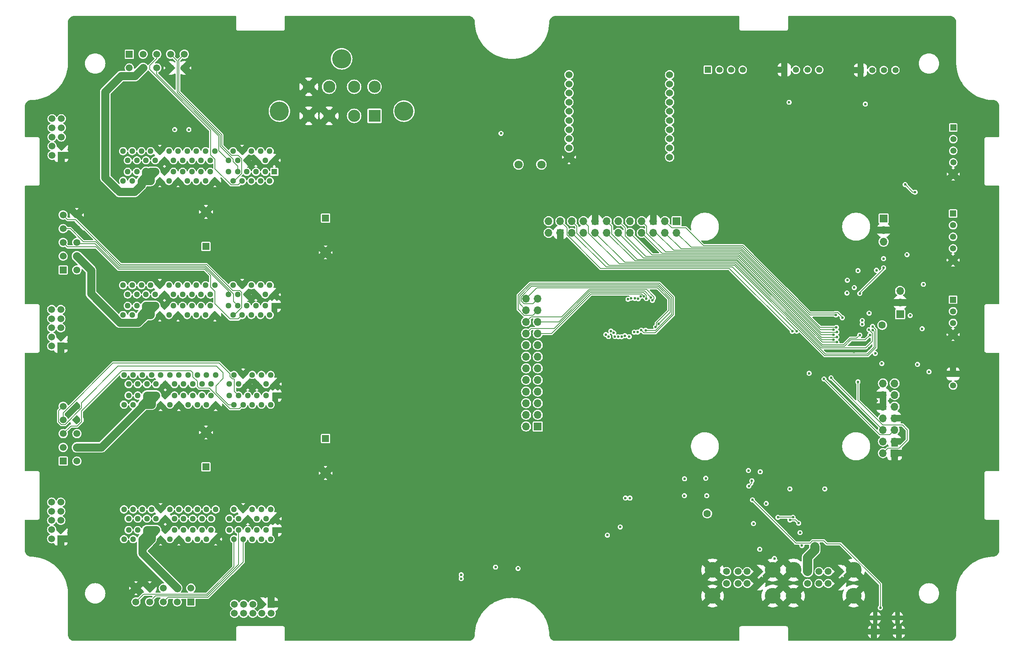
<source format=gbr>
%TF.GenerationSoftware,KiCad,Pcbnew,8.0.2*%
%TF.CreationDate,2024-05-12T20:09:59-06:00*%
%TF.ProjectId,GR-LRR-CONTROL,47522d4c-5252-42d4-934f-4e54524f4c2e,rev?*%
%TF.SameCoordinates,Original*%
%TF.FileFunction,Copper,L4,Bot*%
%TF.FilePolarity,Positive*%
%FSLAX46Y46*%
G04 Gerber Fmt 4.6, Leading zero omitted, Abs format (unit mm)*
G04 Created by KiCad (PCBNEW 8.0.2) date 2024-05-12 20:09:59*
%MOMM*%
%LPD*%
G01*
G04 APERTURE LIST*
%TA.AperFunction,ComponentPad*%
%ADD10R,1.520000X1.520000*%
%TD*%
%TA.AperFunction,ComponentPad*%
%ADD11C,1.520000*%
%TD*%
%TA.AperFunction,ComponentPad*%
%ADD12R,1.500000X1.500000*%
%TD*%
%TA.AperFunction,ComponentPad*%
%ADD13C,1.500000*%
%TD*%
%TA.AperFunction,ComponentPad*%
%ADD14R,1.350000X1.350000*%
%TD*%
%TA.AperFunction,ComponentPad*%
%ADD15C,1.350000*%
%TD*%
%TA.AperFunction,ComponentPad*%
%ADD16C,3.450000*%
%TD*%
%TA.AperFunction,ComponentPad*%
%ADD17C,1.803400*%
%TD*%
%TA.AperFunction,ComponentPad*%
%ADD18R,1.524000X1.524000*%
%TD*%
%TA.AperFunction,ComponentPad*%
%ADD19C,1.524000*%
%TD*%
%TA.AperFunction,ComponentPad*%
%ADD20R,1.700000X1.700000*%
%TD*%
%TA.AperFunction,ComponentPad*%
%ADD21O,1.700000X1.700000*%
%TD*%
%TA.AperFunction,ComponentPad*%
%ADD22R,1.288000X1.288000*%
%TD*%
%TA.AperFunction,ComponentPad*%
%ADD23C,1.288000*%
%TD*%
%TA.AperFunction,ComponentPad*%
%ADD24R,2.640000X2.640000*%
%TD*%
%TA.AperFunction,ComponentPad*%
%ADD25C,2.640000*%
%TD*%
%TA.AperFunction,ComponentPad*%
%ADD26C,4.185000*%
%TD*%
%TA.AperFunction,ComponentPad*%
%ADD27O,1.300000X1.700000*%
%TD*%
%TA.AperFunction,ComponentPad*%
%ADD28O,1.000000X1.400000*%
%TD*%
%TA.AperFunction,ViaPad*%
%ADD29C,1.600000*%
%TD*%
%TA.AperFunction,ViaPad*%
%ADD30C,0.600000*%
%TD*%
%TA.AperFunction,ViaPad*%
%ADD31C,1.500000*%
%TD*%
%TA.AperFunction,Conductor*%
%ADD32C,0.200000*%
%TD*%
%TA.AperFunction,Conductor*%
%ADD33C,2.000000*%
%TD*%
%TA.AperFunction,Conductor*%
%ADD34C,1.800000*%
%TD*%
G04 APERTURE END LIST*
D10*
%TO.P,J6,1,1*%
%TO.N,D2_A{slash}A+*%
X59300000Y-114139650D03*
D11*
%TO.P,J6,2,2*%
%TO.N,D2_C{slash}B+*%
X59300000Y-111139651D03*
%TO.P,J6,3,3*%
%TO.N,D2_HALL1*%
X59300000Y-108139652D03*
%TO.P,J6,4,4*%
%TO.N,D2_HALL2*%
X59300000Y-105139653D03*
%TO.P,J6,5,5*%
%TO.N,D2_HALL3*%
X59300000Y-102139654D03*
%TO.P,J6,6,6*%
%TO.N,D2_B{slash}A-*%
X62299999Y-114139650D03*
%TO.P,J6,7,7*%
%TO.N,D2_BR{slash}B-*%
X62299999Y-111139651D03*
%TO.P,J6,8,8*%
%TO.N,D2_+5VOUT*%
X62299999Y-108139652D03*
%TO.P,J6,9,9*%
%TO.N,GND*%
X62299999Y-105139653D03*
%TO.P,J6,10,10*%
X62299999Y-102139654D03*
%TD*%
D12*
%TO.P,J11,1,1*%
%TO.N,GND*%
X58800000Y-172900000D03*
D13*
%TO.P,J11,2,2*%
%TO.N,D3_+5VOUT*%
X56800000Y-172900000D03*
%TO.P,J11,3,3*%
%TO.N,GND*%
X58800000Y-170900000D03*
%TO.P,J11,4,4*%
%TO.N,D3_+5VOUT*%
X56800000Y-170900000D03*
%TO.P,J11,5,5*%
%TO.N,D3_A-*%
X58800000Y-168900000D03*
%TO.P,J11,6,6*%
%TO.N,D3_A+*%
X56800000Y-168900000D03*
%TO.P,J11,7,7*%
%TO.N,D3_B-*%
X58800000Y-166900000D03*
%TO.P,J11,8,8*%
%TO.N,D3_B+*%
X56800000Y-166900000D03*
%TO.P,J11,9,9*%
%TO.N,D3_Z-*%
X58800000Y-164900000D03*
%TO.P,J11,10,10*%
%TO.N,D3_Z+*%
X56800000Y-164900000D03*
%TD*%
D14*
%TO.P,J26,1,1*%
%TO.N,GND*%
X233359998Y-70479298D03*
D15*
%TO.P,J26,2,2*%
%TO.N,24V*%
X235899998Y-70479298D03*
%TO.P,J26,3,3*%
%TO.N,UT2_SIGNAL*%
X238439998Y-70479298D03*
%TO.P,J26,4,4*%
%TO.N,24V*%
X240979998Y-70479298D03*
%TD*%
D13*
%TO.P,J37,1,VBUS`*%
%TO.N,/USB2-HUB/VBUS*%
X204130000Y-180077500D03*
%TO.P,J37,2,D-`*%
%TO.N,/USB2-HUB/HD1_N*%
X206630000Y-180077500D03*
%TO.P,J37,3,D+`*%
%TO.N,/USB2-HUB/HD1_P*%
X208630000Y-180077500D03*
%TO.P,J37,4,GND`*%
%TO.N,GND*%
X211130000Y-180077500D03*
%TO.P,J37,5,VBUS*%
%TO.N,/USB2-HUB/VBUS*%
X204130000Y-182697500D03*
%TO.P,J37,6,D-*%
%TO.N,/USB2-HUB/HD2_N*%
X206630000Y-182697500D03*
%TO.P,J37,7,D+*%
%TO.N,/USB2-HUB/HD2_P*%
X208630000Y-182697500D03*
%TO.P,J37,8,GND*%
%TO.N,GND*%
X211130000Y-182697500D03*
D16*
%TO.P,J37,MT1,MT1*%
X201060000Y-185407500D03*
%TO.P,J37,MT2,MT2*%
X214200000Y-185407500D03*
%TO.P,J37,MT3,MT3*%
X201060000Y-179727500D03*
%TO.P,J37,MT4,MT4*%
X214200000Y-179727500D03*
%TD*%
D17*
%TO.P,J18,1,1*%
%TO.N,Net-(Q1-S)*%
X158704900Y-91102701D03*
%TO.P,J18,2,2*%
%TO.N,D0 ESTOP DETECT*%
X163704900Y-91102701D03*
%TD*%
D18*
%TO.P,C21,1*%
%TO.N,BATT+*%
X90500000Y-157192450D03*
D19*
%TO.P,C21,2*%
%TO.N,GND*%
X90500000Y-149674050D03*
%TD*%
D20*
%TO.P,J32,1,Pin_1*%
%TO.N,GND*%
X240800000Y-154180000D03*
D21*
%TO.P,J32,2,Pin_2*%
%TO.N,/CM4_GPIO ( Ethernet\u002C GPIO\u002C SDCARD)/nRPIBOOT*%
X238260000Y-154180000D03*
%TO.P,J32,3,Pin_3*%
%TO.N,GND*%
X240800000Y-151640000D03*
%TO.P,J32,4,Pin_4*%
%TO.N,/CM4_GPIO ( Ethernet\u002C GPIO\u002C SDCARD)/EEPROM_nWP*%
X238260000Y-151640000D03*
%TO.P,J32,5,Pin_5*%
%TO.N,/CM4_GPIO ( Ethernet\u002C GPIO\u002C SDCARD)/AIN0*%
X240800000Y-149100000D03*
%TO.P,J32,6,Pin_6*%
%TO.N,/CM4_GPIO ( Ethernet\u002C GPIO\u002C SDCARD)/AIN1*%
X238260000Y-149100000D03*
%TO.P,J32,7,Pin_7*%
%TO.N,GND*%
X240800000Y-146560000D03*
%TO.P,J32,8,Pin_8*%
%TO.N,/CM4_GPIO ( Ethernet\u002C GPIO\u002C SDCARD)/SYNC_IN*%
X238260000Y-146560000D03*
%TO.P,J32,9,Pin_9*%
%TO.N,/CM4_GPIO ( Ethernet\u002C GPIO\u002C SDCARD)/SYNC_OUT*%
X240800000Y-144020000D03*
%TO.P,J32,10,Pin_10*%
%TO.N,GND*%
X238260000Y-144020000D03*
%TO.P,J32,11,Pin_11*%
%TO.N,/CM4_GPIO ( Ethernet\u002C GPIO\u002C SDCARD)/TV_OUT*%
X240800000Y-141480000D03*
%TO.P,J32,12,Pin_12*%
%TO.N,GND*%
X238260000Y-141480000D03*
%TO.P,J32,13,Pin_13*%
%TO.N,Net-(J32-Pin_13)*%
X240800000Y-138940000D03*
%TO.P,J32,14,Pin_14*%
%TO.N,/CM4_GPIO ( Ethernet\u002C GPIO\u002C SDCARD)/GLOBAL_EN*%
X238260000Y-138940000D03*
%TD*%
D14*
%TO.P,J20,1,1*%
%TO.N,GND*%
X253570001Y-136890349D03*
D15*
%TO.P,J20,2,2*%
%TO.N,CLAMP_C*%
X253570001Y-139430349D03*
%TD*%
D12*
%TO.P,J1,1,1*%
%TO.N,GND*%
X58900000Y-89100000D03*
D13*
%TO.P,J1,2,2*%
%TO.N,D1_+5VOUT*%
X56900000Y-89100000D03*
%TO.P,J1,3,3*%
%TO.N,GND*%
X58900000Y-87100000D03*
%TO.P,J1,4,4*%
%TO.N,D1_+5VOUT*%
X56900000Y-87100000D03*
%TO.P,J1,5,5*%
%TO.N,D1_A-*%
X58900000Y-85100000D03*
%TO.P,J1,6,6*%
%TO.N,D1_A+*%
X56900000Y-85100000D03*
%TO.P,J1,7,7*%
%TO.N,D1_B-*%
X58900000Y-83100000D03*
%TO.P,J1,8,8*%
%TO.N,D1_B+*%
X56900000Y-83100000D03*
%TO.P,J1,9,9*%
%TO.N,D1_Z-*%
X58900000Y-81100000D03*
%TO.P,J1,10,10*%
%TO.N,D1_Z+*%
X56900000Y-81100000D03*
%TD*%
D22*
%TO.P,J12,A1,GND*%
%TO.N,GND*%
X105600000Y-141600000D03*
D23*
%TO.P,J12,A2,NC*%
%TO.N,unconnected-(J12-NC-PadA2)*%
X104600000Y-143600000D03*
%TO.P,J12,A3,NC*%
%TO.N,unconnected-(J12-NC-PadA3)*%
X103600000Y-141600000D03*
%TO.P,J12,A4,NC*%
%TO.N,unconnected-(J12-NC-PadA4)*%
X102600000Y-143600000D03*
%TO.P,J12,A5,NC*%
%TO.N,unconnected-(J12-NC-PadA5)*%
X101600000Y-141600000D03*
%TO.P,J12,A6,OUT1*%
%TO.N,unconnected-(J12-OUT1-PadA6)*%
X100600000Y-143600000D03*
%TO.P,J12,A7,NC*%
%TO.N,unconnected-(J12-NC-PadA7)*%
X99600000Y-141600000D03*
%TO.P,J12,A8,HALL1*%
%TO.N,D3_HALL1*%
X98600000Y-143600000D03*
%TO.P,J12,A9,HALL2*%
%TO.N,D3_HALL2*%
X97600000Y-141600000D03*
%TO.P,J12,A10,HALL3*%
%TO.N,D3_HALL3*%
X96600000Y-143600000D03*
%TO.P,J12,A11,+5VOUT*%
%TO.N,D3_+5VOUT*%
X95600000Y-141600000D03*
%TO.P,J12,A12,GND*%
%TO.N,GND*%
X92600000Y-143600000D03*
%TO.P,J12,A13,A-/SIN-/LH1*%
%TO.N,D3_A+*%
X91600000Y-141600000D03*
%TO.P,J12,A14,A/SIN+*%
%TO.N,D3_A-*%
X90600000Y-143600000D03*
%TO.P,J12,A15,B-/COS-/LH2*%
%TO.N,D3_B-*%
X89600000Y-141600000D03*
%TO.P,J12,A16,B/COS+*%
%TO.N,D3_B+*%
X88600000Y-143600000D03*
%TO.P,J12,A17,Z-/LH3*%
%TO.N,D3_Z-*%
X87600000Y-141600000D03*
%TO.P,J12,A18,Z+*%
%TO.N,D3_Z+*%
X86600000Y-143600000D03*
%TO.P,J12,A19,CAN-HI*%
%TO.N,CAN+*%
X85600000Y-141600000D03*
%TO.P,J12,A20,GND*%
%TO.N,GND*%
X84600000Y-143600000D03*
%TO.P,J12,A21,+VMOT*%
%TO.N,BATT+*%
X83600000Y-141600000D03*
%TO.P,J12,A22,+VMOT*%
X82600000Y-143600000D03*
%TO.P,J12,A23,GND*%
%TO.N,GND*%
X81600000Y-141600000D03*
%TO.P,J12,A24,GND*%
X80600000Y-143600000D03*
%TO.P,J12,A25,BR/B-*%
%TO.N,D3_BR{slash}B-*%
X79600000Y-141600000D03*
%TO.P,J12,A26,BR/B-*%
X78600000Y-143600000D03*
%TO.P,J12,A27,BR/B-*%
X77600000Y-141600000D03*
%TO.P,J12,A28,BR/B-*%
X76600000Y-143600000D03*
%TO.P,J12,A29,B/A-*%
%TO.N,D3_B{slash}A-*%
X75600000Y-141600000D03*
%TO.P,J12,A30,B/A-*%
X74600000Y-143600000D03*
%TO.P,J12,A31,B/A-*%
X73600000Y-141600000D03*
%TO.P,J12,A32,B/A-*%
X72600000Y-143600000D03*
%TO.P,J12,B1,GND*%
%TO.N,GND*%
X105600000Y-139100000D03*
%TO.P,J12,B2,232TX*%
%TO.N,unconnected-(J12-232TX-PadB2)*%
X104600000Y-137100000D03*
%TO.P,J12,B3,232RX*%
%TO.N,unconnected-(J12-232RX-PadB3)*%
X103600000Y-139100000D03*
%TO.P,J12,B4,OUT0*%
%TO.N,unconnected-(J12-OUT0-PadB4)*%
X102600000Y-137100000D03*
%TO.P,J12,B5,GND*%
%TO.N,GND*%
X101600000Y-139100000D03*
%TO.P,J12,B6,AXISID0*%
%TO.N,unconnected-(J12-AXISID0-PadB6)*%
X100600000Y-137100000D03*
%TO.P,J12,B7,AXISID1*%
%TO.N,GND*%
X99600000Y-139100000D03*
%TO.P,J12,B8,AXISID2*%
X98600000Y-137100000D03*
%TO.P,J12,B9,REF*%
%TO.N,unconnected-(J12-REF-PadB9)*%
X97600000Y-139100000D03*
%TO.P,J12,B10,FDBK*%
%TO.N,unconnected-(J12-FDBK-PadB10)*%
X96600000Y-137100000D03*
%TO.P,J12,B11,+5VOUT*%
%TO.N,D3_+5VOUT*%
X95600000Y-139100000D03*
%TO.P,J12,B12,OUT2/ERROR*%
%TO.N,unconnected-(J12-OUT2{slash}ERROR-PadB12)*%
X92600000Y-137100000D03*
%TO.P,J12,B13,OUT3/READY*%
%TO.N,unconnected-(J12-OUT3{slash}READY-PadB13)*%
X91600000Y-139100000D03*
%TO.P,J12,B14,IN0*%
%TO.N,unconnected-(J12-IN0-PadB14)*%
X90600000Y-137100000D03*
%TO.P,J12,B15,IN1*%
%TO.N,unconnected-(J12-IN1-PadB15)*%
X89600000Y-139100000D03*
%TO.P,J12,B16,IN2/LSP*%
%TO.N,unconnected-(J12-IN2{slash}LSP-PadB16)*%
X88600000Y-137100000D03*
%TO.P,J12,B17,IN3/LSN*%
%TO.N,unconnected-(J12-IN3{slash}LSN-PadB17)*%
X87600000Y-139100000D03*
%TO.P,J12,B18,IN4/ENABLE*%
%TO.N,unconnected-(J12-IN4{slash}ENABLE-PadB18)*%
X86600000Y-137100000D03*
%TO.P,J12,B19,CAN-LO*%
%TO.N,CAN-*%
X85600000Y-139100000D03*
%TO.P,J12,B20,+VLOG*%
%TO.N,24V*%
X84600000Y-137100000D03*
%TO.P,J12,B21,+VMOT*%
%TO.N,BATT+*%
X83600000Y-139100000D03*
%TO.P,J12,B22,+VMOT*%
X82600000Y-137100000D03*
%TO.P,J12,B23,GND*%
%TO.N,GND*%
X81600000Y-139100000D03*
%TO.P,J12,B24,GND*%
X80600000Y-137100000D03*
%TO.P,J12,B25,C/B+*%
%TO.N,D3_C{slash}B+*%
X79600000Y-139100000D03*
%TO.P,J12,B26,C/B+*%
X78600000Y-137100000D03*
%TO.P,J12,B27,C/B+*%
X77600000Y-139100000D03*
%TO.P,J12,B28,C/B+*%
X76600000Y-137100000D03*
%TO.P,J12,B29,A/A+*%
%TO.N,D3_A{slash}A+*%
X75600000Y-139100000D03*
%TO.P,J12,B30,A/A+*%
X74600000Y-137100000D03*
%TO.P,J12,B31,A/A+*%
X73600000Y-139100000D03*
%TO.P,J12,B32,A/A+*%
X72600000Y-137100000D03*
%TD*%
D24*
%TO.P,J5,1,1*%
%TO.N,BATT+*%
X127275000Y-80475000D03*
D25*
%TO.P,J5,2,2*%
X122830000Y-80475000D03*
%TO.P,J5,3,3*%
%TO.N,GND*%
X117370000Y-80475000D03*
%TO.P,J5,4,4*%
X112925000Y-80475000D03*
%TO.P,J5,5,5*%
X112925000Y-74125000D03*
%TO.P,J5,6,6*%
%TO.N,3.3V*%
X117370000Y-74125000D03*
%TO.P,J5,7,7*%
%TO.N,5V*%
X122830000Y-74125000D03*
%TO.P,J5,8,8*%
%TO.N,24V*%
X127275000Y-74125000D03*
D26*
%TO.P,J5,MH1,MH1*%
%TO.N,unconnected-(J5-PadMH1)*%
X120100000Y-68025000D03*
%TO.P,J5,MH2,MH2*%
%TO.N,unconnected-(J5-PadMH2)*%
X133690000Y-79455000D03*
%TO.P,J5,MH3,MH3*%
%TO.N,unconnected-(J5-PadMH3)*%
X106510000Y-79455000D03*
%TD*%
D19*
%TO.P,U4,1,VCC*%
%TO.N,3.3V*%
X169736600Y-71500000D03*
%TO.P,U4,2,DOUT/DIO13*%
%TO.N,unconnected-(U4-DOUT{slash}DIO13-Pad2)*%
X169736600Y-73500000D03*
%TO.P,U4,3,DIN/!CONFIG/DIO14*%
%TO.N,unconnected-(U4-DIN{slash}!CONFIG{slash}DIO14-Pad3)*%
X169736600Y-75500000D03*
%TO.P,U4,4,DIO12/SPI_MISO*%
%TO.N,unconnected-(U4-DIO12{slash}SPI_MISO-Pad4)*%
X169703600Y-77500000D03*
%TO.P,U4,5,!RESET*%
%TO.N,unconnected-(U4-!RESET-Pad5)*%
X169736600Y-79500000D03*
%TO.P,U4,6,RSSI_PWM/DIO10*%
%TO.N,unconnected-(U4-RSSI_PWM{slash}DIO10-Pad6)*%
X169736600Y-81500000D03*
%TO.P,U4,7,PWM1/DIO11/I2C_SDA*%
%TO.N,unconnected-(U4-PWM1{slash}DIO11{slash}I2C_SDA-Pad7)*%
X169736600Y-83500000D03*
%TO.P,U4,8,[reserved]*%
%TO.N,unconnected-(U4-[reserved]-Pad8)*%
X169736600Y-85500000D03*
%TO.P,U4,9,!DTR/SLEEP_RQ/DIO8*%
%TO.N,unconnected-(U4-!DTR{slash}SLEEP_RQ{slash}DIO8-Pad9)*%
X169736600Y-87500000D03*
%TO.P,U4,10,GND*%
%TO.N,GND*%
X169736600Y-89500000D03*
%TO.P,U4,11,DIO4/SPI_MOSI*%
%TO.N,unconnected-(U4-DIO4{slash}SPI_MOSI-Pad11)*%
X191700000Y-89500000D03*
%TO.P,U4,12,!CTS/DIO7*%
%TO.N,unconnected-(U4-!CTS{slash}DIO7-Pad12)*%
X191700000Y-87500000D03*
%TO.P,U4,13,ON/!SLEEP/DIO9*%
%TO.N,unconnected-(U4-ON{slash}!SLEEP{slash}DIO9-Pad13)*%
X191700000Y-85500000D03*
%TO.P,U4,14,[reserved]*%
%TO.N,unconnected-(U4-[reserved]-Pad14)*%
X191700000Y-83500000D03*
%TO.P,U4,15,ASSOCIATE/DIO5*%
%TO.N,unconnected-(U4-ASSOCIATE{slash}DIO5-Pad15)*%
X191700000Y-81500000D03*
%TO.P,U4,16,!RTS/DIO6*%
%TO.N,unconnected-(U4-!RTS{slash}DIO6-Pad16)*%
X191700000Y-79500000D03*
%TO.P,U4,17,AD3/DIO3/SPI_!SSEL*%
%TO.N,unconnected-(U4-AD3{slash}DIO3{slash}SPI_!SSEL-Pad17)*%
X191700000Y-77500000D03*
%TO.P,U4,18,AD2/DIO2/SPI_CLK*%
%TO.N,unconnected-(U4-AD2{slash}DIO2{slash}SPI_CLK-Pad18)*%
X191700000Y-75500000D03*
%TO.P,U4,19,AD1/DIO1/SPI_!ATTN/I2C_SCL*%
%TO.N,unconnected-(U4-AD1{slash}DIO1{slash}SPI_!ATTN{slash}I2C_SCL-Pad19)*%
X191700000Y-73500000D03*
%TO.P,U4,20,AD0/DIO0*%
%TO.N,ZIGBEE_IO*%
X191700000Y-71500000D03*
%TD*%
D20*
%TO.P,J4,1,Pin_1*%
%TO.N,3.3V*%
X193220000Y-103500000D03*
D21*
%TO.P,J4,2,Pin_2*%
%TO.N,/CM4_GPIO ( Ethernet\u002C GPIO\u002C SDCARD)/GPIO2*%
X193220000Y-106040000D03*
%TO.P,J4,3,Pin_3*%
%TO.N,/CM4_GPIO ( Ethernet\u002C GPIO\u002C SDCARD)/GPIO3*%
X190680000Y-103500000D03*
%TO.P,J4,4,Pin_4*%
%TO.N,/CM4_GPIO ( Ethernet\u002C GPIO\u002C SDCARD)/GPIO4*%
X190680000Y-106040000D03*
%TO.P,J4,5,Pin_5*%
%TO.N,GND*%
X188140000Y-103500000D03*
%TO.P,J4,6,Pin_6*%
%TO.N,/CM4_GPIO ( Ethernet\u002C GPIO\u002C SDCARD)/GPIO17*%
X188140000Y-106040000D03*
%TO.P,J4,7,Pin_7*%
%TO.N,/CM4_GPIO ( Ethernet\u002C GPIO\u002C SDCARD)/GPIO27*%
X185600000Y-103500000D03*
%TO.P,J4,8,Pin_8*%
%TO.N,/CM4_GPIO ( Ethernet\u002C GPIO\u002C SDCARD)/GPIO22*%
X185600000Y-106040000D03*
%TO.P,J4,9,Pin_9*%
%TO.N,3.3V*%
X183060000Y-103500000D03*
%TO.P,J4,10,Pin_10*%
%TO.N,/CM4_GPIO ( Ethernet\u002C GPIO\u002C SDCARD)/GPIO10*%
X183060000Y-106040000D03*
%TO.P,J4,11,Pin_11*%
%TO.N,/CM4_GPIO ( Ethernet\u002C GPIO\u002C SDCARD)/GPIO9*%
X180520000Y-103500000D03*
%TO.P,J4,12,Pin_12*%
%TO.N,/CM4_GPIO ( Ethernet\u002C GPIO\u002C SDCARD)/GPIO11*%
X180520000Y-106040000D03*
%TO.P,J4,13,Pin_13*%
%TO.N,/CM4_GPIO ( Ethernet\u002C GPIO\u002C SDCARD)/GPIO8*%
X177980000Y-103500000D03*
%TO.P,J4,14,Pin_14*%
%TO.N,/CM4_GPIO ( Ethernet\u002C GPIO\u002C SDCARD)/GPIO25*%
X177980000Y-106040000D03*
%TO.P,J4,15,Pin_15*%
%TO.N,GND*%
X175440000Y-103500000D03*
%TO.P,J4,16,Pin_16*%
%TO.N,/CM4_GPIO ( Ethernet\u002C GPIO\u002C SDCARD)/GPIO24*%
X175440000Y-106040000D03*
%TO.P,J4,17,Pin_17*%
%TO.N,/CM4_GPIO ( Ethernet\u002C GPIO\u002C SDCARD)/GPIO23*%
X172900000Y-103500000D03*
%TO.P,J4,18,Pin_18*%
%TO.N,GND*%
X172900000Y-106040000D03*
%TO.P,J4,19,Pin_19*%
%TO.N,/CM4_GPIO ( Ethernet\u002C GPIO\u002C SDCARD)/GPIO18*%
X170360000Y-103500000D03*
%TO.P,J4,20,Pin_20*%
%TO.N,RPI_GPIO_15_RX*%
X170360000Y-106040000D03*
%TO.P,J4,21,Pin_21*%
%TO.N,RPI_GPIO_14_TX*%
X167820000Y-103500000D03*
%TO.P,J4,22,Pin_22*%
%TO.N,GND*%
X167820000Y-106040000D03*
%TO.P,J4,23,Pin_23*%
%TO.N,5V*%
X165280000Y-103500000D03*
%TO.P,J4,24,Pin_24*%
X165280000Y-106040000D03*
%TD*%
D12*
%TO.P,J15,1,1*%
%TO.N,GND*%
X104700000Y-187200000D03*
D13*
%TO.P,J15,2,2*%
%TO.N,D4_+5VOUT*%
X104700000Y-189200000D03*
%TO.P,J15,3,3*%
%TO.N,GND*%
X102700000Y-187200000D03*
%TO.P,J15,4,4*%
%TO.N,D4_+5VOUT*%
X102700000Y-189200000D03*
%TO.P,J15,5,5*%
%TO.N,D4_A-*%
X100700000Y-187200000D03*
%TO.P,J15,6,6*%
%TO.N,D4_A+*%
X100700000Y-189200000D03*
%TO.P,J15,7,7*%
%TO.N,D4_B-*%
X98700000Y-187200000D03*
%TO.P,J15,8,8*%
%TO.N,D4_B+*%
X98700000Y-189200000D03*
%TO.P,J15,9,9*%
%TO.N,D4_Z-*%
X96700000Y-187200000D03*
%TO.P,J15,10,10*%
%TO.N,D4_Z+*%
X96700000Y-189200000D03*
%TD*%
D18*
%TO.P,C22,1*%
%TO.N,BATT+*%
X116600000Y-151007550D03*
D19*
%TO.P,C22,2*%
%TO.N,GND*%
X116600000Y-158525950D03*
%TD*%
D14*
%TO.P,J25,1,1*%
%TO.N,GND*%
X216710350Y-70409298D03*
D15*
%TO.P,J25,2,2*%
%TO.N,24V*%
X219250350Y-70409298D03*
%TO.P,J25,3,3*%
%TO.N,UT1_SIGNAL*%
X221790350Y-70409298D03*
%TO.P,J25,4,4*%
%TO.N,24V*%
X224330350Y-70409298D03*
%TD*%
D20*
%TO.P,J39,1,Pin_1*%
%TO.N,GPIO4 RED LED*%
X162905000Y-148362588D03*
D21*
%TO.P,J39,2,Pin_2*%
%TO.N,GPIO3*%
X160365000Y-148362588D03*
%TO.P,J39,3,Pin_3*%
%TO.N,GPIO2*%
X162905000Y-145822588D03*
%TO.P,J39,4,Pin_4*%
%TO.N,GPIO1*%
X160365000Y-145822588D03*
%TO.P,J39,5,Pin_5*%
%TO.N,GPIO0*%
X162905000Y-143282588D03*
%TO.P,J39,6,Pin_6*%
%TO.N,D8 COPI*%
X160365000Y-143282588D03*
%TO.P,J39,7,Pin_7*%
%TO.N,D10 CIPO*%
X162905000Y-140742588D03*
%TO.P,J39,8,Pin_8*%
%TO.N,D9 CK*%
X160365000Y-140742588D03*
%TO.P,J39,9,Pin_9*%
%TO.N,D7 CS*%
X162905000Y-138202588D03*
%TO.P,J39,10,Pin_10*%
%TO.N,D0 ESTOP DETECT*%
X160365000Y-138202588D03*
%TO.P,J39,11,Pin_11*%
%TO.N,D1*%
X162905000Y-135662588D03*
%TO.P,J39,12,Pin_12*%
%TO.N,D2*%
X160365000Y-135662588D03*
%TO.P,J39,13,Pin_13*%
%TO.N,D3*%
X162905000Y-133122588D03*
%TO.P,J39,14,Pin_14*%
%TO.N,D4*%
X160365000Y-133122588D03*
%TO.P,J39,15,Pin_15*%
%TO.N,D5 Clamp*%
X162905000Y-130582588D03*
%TO.P,J39,16,Pin_16*%
%TO.N,D6*%
X160365000Y-130582588D03*
%TO.P,J39,17,Pin_17*%
%TO.N,BAT_MON_73_A0*%
X162905000Y-128042588D03*
%TO.P,J39,18,Pin_18*%
%TO.N,UT1_75_A1*%
X160365000Y-128042588D03*
%TO.P,J39,19,Pin_19*%
%TO.N,UT2_77_A2*%
X162905000Y-125502588D03*
%TO.P,J39,20,Pin_20*%
%TO.N,A3*%
X160365000Y-125502588D03*
%TO.P,J39,21,Pin_21*%
%TO.N,A4*%
X162905000Y-122962588D03*
%TO.P,J39,22,Pin_22*%
%TO.N,A5*%
X160365000Y-122962588D03*
%TO.P,J39,23,Pin_23*%
%TO.N,A6*%
X162905000Y-120422588D03*
%TO.P,J39,24,Pin_24*%
%TO.N,A7*%
X160365000Y-120422588D03*
%TD*%
D27*
%TO.P,J36,6,Shield*%
%TO.N,GND*%
X236280000Y-193207500D03*
D28*
X236580000Y-190177500D03*
X241430000Y-190177500D03*
D27*
X241730000Y-193207500D03*
%TD*%
D20*
%TO.P,J33,1,Pin_1*%
%TO.N,/CM4_GPIO ( Ethernet\u002C GPIO\u002C SDCARD)/WL_nDis*%
X242000000Y-123825000D03*
D21*
%TO.P,J33,2,Pin_2*%
%TO.N,GND*%
X242000000Y-121285000D03*
%TO.P,J33,3,Pin_3*%
%TO.N,/CM4_GPIO ( Ethernet\u002C GPIO\u002C SDCARD)/BT_nDis*%
X242000000Y-118745000D03*
%TD*%
D22*
%TO.P,J8,A1,GND*%
%TO.N,GND*%
X105400000Y-122000000D03*
D23*
%TO.P,J8,A2,NC*%
%TO.N,unconnected-(J8-NC-PadA2)*%
X104400000Y-124000000D03*
%TO.P,J8,A3,NC*%
%TO.N,unconnected-(J8-NC-PadA3)*%
X103400000Y-122000000D03*
%TO.P,J8,A4,NC*%
%TO.N,unconnected-(J8-NC-PadA4)*%
X102400000Y-124000000D03*
%TO.P,J8,A5,NC*%
%TO.N,unconnected-(J8-NC-PadA5)*%
X101400000Y-122000000D03*
%TO.P,J8,A6,OUT1*%
%TO.N,unconnected-(J8-OUT1-PadA6)*%
X100400000Y-124000000D03*
%TO.P,J8,A7,NC*%
%TO.N,unconnected-(J8-NC-PadA7)*%
X99400000Y-122000000D03*
%TO.P,J8,A8,HALL1*%
%TO.N,D2_HALL1*%
X98400000Y-124000000D03*
%TO.P,J8,A9,HALL2*%
%TO.N,D2_HALL2*%
X97400000Y-122000000D03*
%TO.P,J8,A10,HALL3*%
%TO.N,D2_HALL3*%
X96400000Y-124000000D03*
%TO.P,J8,A11,+5VOUT*%
%TO.N,D2_+5VOUT*%
X95400000Y-122000000D03*
%TO.P,J8,A12,GND*%
%TO.N,GND*%
X92400000Y-124000000D03*
%TO.P,J8,A13,A-/SIN-/LH1*%
%TO.N,D2_A+*%
X91400000Y-122000000D03*
%TO.P,J8,A14,A/SIN+*%
%TO.N,D2_A-*%
X90400000Y-124000000D03*
%TO.P,J8,A15,B-/COS-/LH2*%
%TO.N,D2_B-*%
X89400000Y-122000000D03*
%TO.P,J8,A16,B/COS+*%
%TO.N,D2_B+*%
X88400000Y-124000000D03*
%TO.P,J8,A17,Z-/LH3*%
%TO.N,D2_Z-*%
X87400000Y-122000000D03*
%TO.P,J8,A18,Z+*%
%TO.N,D2_Z+*%
X86400000Y-124000000D03*
%TO.P,J8,A19,CAN-HI*%
%TO.N,CAN+*%
X85400000Y-122000000D03*
%TO.P,J8,A20,GND*%
%TO.N,GND*%
X84400000Y-124000000D03*
%TO.P,J8,A21,+VMOT*%
%TO.N,BATT+*%
X83400000Y-122000000D03*
%TO.P,J8,A22,+VMOT*%
X82400000Y-124000000D03*
%TO.P,J8,A23,GND*%
%TO.N,GND*%
X81400000Y-122000000D03*
%TO.P,J8,A24,GND*%
X80400000Y-124000000D03*
%TO.P,J8,A25,BR/B-*%
%TO.N,D2_BR{slash}B-*%
X79400000Y-122000000D03*
%TO.P,J8,A26,BR/B-*%
X78400000Y-124000000D03*
%TO.P,J8,A27,BR/B-*%
X77400000Y-122000000D03*
%TO.P,J8,A28,BR/B-*%
X76400000Y-124000000D03*
%TO.P,J8,A29,B/A-*%
%TO.N,D2_B{slash}A-*%
X75400000Y-122000000D03*
%TO.P,J8,A30,B/A-*%
X74400000Y-124000000D03*
%TO.P,J8,A31,B/A-*%
X73400000Y-122000000D03*
%TO.P,J8,A32,B/A-*%
X72400000Y-124000000D03*
%TO.P,J8,B1,GND*%
%TO.N,GND*%
X105400000Y-119500000D03*
%TO.P,J8,B2,232TX*%
%TO.N,unconnected-(J8-232TX-PadB2)*%
X104400000Y-117500000D03*
%TO.P,J8,B3,232RX*%
%TO.N,unconnected-(J8-232RX-PadB3)*%
X103400000Y-119500000D03*
%TO.P,J8,B4,OUT0*%
%TO.N,unconnected-(J8-OUT0-PadB4)*%
X102400000Y-117500000D03*
%TO.P,J8,B5,GND*%
%TO.N,GND*%
X101400000Y-119500000D03*
%TO.P,J8,B6,AXISID0*%
%TO.N,Net-(J8-AXISID0)*%
X100400000Y-117500000D03*
%TO.P,J8,B7,AXISID1*%
%TO.N,GND*%
X99400000Y-119500000D03*
%TO.P,J8,B8,AXISID2*%
X98400000Y-117500000D03*
%TO.P,J8,B9,REF*%
%TO.N,unconnected-(J8-REF-PadB9)*%
X97400000Y-119500000D03*
%TO.P,J8,B10,FDBK*%
%TO.N,unconnected-(J8-FDBK-PadB10)*%
X96400000Y-117500000D03*
%TO.P,J8,B11,+5VOUT*%
%TO.N,D2_+5VOUT*%
X95400000Y-119500000D03*
%TO.P,J8,B12,OUT2/ERROR*%
%TO.N,unconnected-(J8-OUT2{slash}ERROR-PadB12)*%
X92400000Y-117500000D03*
%TO.P,J8,B13,OUT3/READY*%
%TO.N,unconnected-(J8-OUT3{slash}READY-PadB13)*%
X91400000Y-119500000D03*
%TO.P,J8,B14,IN0*%
%TO.N,unconnected-(J8-IN0-PadB14)*%
X90400000Y-117500000D03*
%TO.P,J8,B15,IN1*%
%TO.N,unconnected-(J8-IN1-PadB15)*%
X89400000Y-119500000D03*
%TO.P,J8,B16,IN2/LSP*%
%TO.N,unconnected-(J8-IN2{slash}LSP-PadB16)*%
X88400000Y-117500000D03*
%TO.P,J8,B17,IN3/LSN*%
%TO.N,unconnected-(J8-IN3{slash}LSN-PadB17)*%
X87400000Y-119500000D03*
%TO.P,J8,B18,IN4/ENABLE*%
%TO.N,unconnected-(J8-IN4{slash}ENABLE-PadB18)*%
X86400000Y-117500000D03*
%TO.P,J8,B19,CAN-LO*%
%TO.N,CAN-*%
X85400000Y-119500000D03*
%TO.P,J8,B20,+VLOG*%
%TO.N,24V*%
X84400000Y-117500000D03*
%TO.P,J8,B21,+VMOT*%
%TO.N,BATT+*%
X83400000Y-119500000D03*
%TO.P,J8,B22,+VMOT*%
X82400000Y-117500000D03*
%TO.P,J8,B23,GND*%
%TO.N,GND*%
X81400000Y-119500000D03*
%TO.P,J8,B24,GND*%
X80400000Y-117500000D03*
%TO.P,J8,B25,C/B+*%
%TO.N,D2_C{slash}B+*%
X79400000Y-119500000D03*
%TO.P,J8,B26,C/B+*%
X78400000Y-117500000D03*
%TO.P,J8,B27,C/B+*%
X77400000Y-119500000D03*
%TO.P,J8,B28,C/B+*%
X76400000Y-117500000D03*
%TO.P,J8,B29,A/A+*%
%TO.N,D2_A{slash}A+*%
X75400000Y-119500000D03*
%TO.P,J8,B30,A/A+*%
X74400000Y-117500000D03*
%TO.P,J8,B31,A/A+*%
X73400000Y-119500000D03*
%TO.P,J8,B32,A/A+*%
X72400000Y-117500000D03*
%TD*%
D10*
%TO.P,J2,1,1*%
%TO.N,D1_A{slash}A+*%
X73760351Y-67000000D03*
D11*
%TO.P,J2,2,2*%
%TO.N,D1_C{slash}B+*%
X76760350Y-67000000D03*
%TO.P,J2,3,3*%
%TO.N,D1_HALL1*%
X79760349Y-67000000D03*
%TO.P,J2,4,4*%
%TO.N,D1_HALL2*%
X82760348Y-67000000D03*
%TO.P,J2,5,5*%
%TO.N,D1_HALL3*%
X85760347Y-67000000D03*
%TO.P,J2,6,6*%
%TO.N,D1_B{slash}A-*%
X73760351Y-69999999D03*
%TO.P,J2,7,7*%
%TO.N,D1_BR{slash}B-*%
X76760350Y-69999999D03*
%TO.P,J2,8,8*%
%TO.N,D1_+5VOUT*%
X79760349Y-69999999D03*
%TO.P,J2,9,9*%
%TO.N,GND*%
X82760348Y-69999999D03*
%TO.P,J2,10,10*%
X85760347Y-69999999D03*
%TD*%
D14*
%TO.P,J21,1,1*%
%TO.N,5V*%
X253600000Y-83039649D03*
D15*
%TO.P,J21,2,2*%
%TO.N,ENCODER1_PHASEA_IN*%
X253600000Y-85579649D03*
%TO.P,J21,3,3*%
%TO.N,ENCODER1_PHASEB_IN*%
X253600000Y-88119649D03*
%TO.P,J21,4,4*%
%TO.N,ENCODER1_PHASEZ_IN*%
X253600000Y-90659649D03*
%TO.P,J21,5,5*%
%TO.N,GND*%
X253600000Y-93199649D03*
%TD*%
D10*
%TO.P,J10,1,1*%
%TO.N,D3_A{slash}A+*%
X59319999Y-155940011D03*
D11*
%TO.P,J10,2,2*%
%TO.N,D3_C{slash}B+*%
X59319999Y-152940012D03*
%TO.P,J10,3,3*%
%TO.N,D3_HALL1*%
X59319999Y-149940013D03*
%TO.P,J10,4,4*%
%TO.N,D3_HALL2*%
X59319999Y-146940014D03*
%TO.P,J10,5,5*%
%TO.N,D3_HALL3*%
X59319999Y-143940015D03*
%TO.P,J10,6,6*%
%TO.N,D3_B{slash}A-*%
X62319998Y-155940011D03*
%TO.P,J10,7,7*%
%TO.N,D3_BR{slash}B-*%
X62319998Y-152940012D03*
%TO.P,J10,8,8*%
%TO.N,D3_+5VOUT*%
X62319998Y-149940013D03*
%TO.P,J10,9,9*%
%TO.N,GND*%
X62319998Y-146940014D03*
%TO.P,J10,10,10*%
X62319998Y-143940015D03*
%TD*%
D14*
%TO.P,J23,1,1*%
%TO.N,5V*%
X253570001Y-120650352D03*
D15*
%TO.P,J23,2,2*%
%TO.N,H7_I2C0_SDA*%
X253570001Y-123190352D03*
%TO.P,J23,3,3*%
%TO.N,H7_I2C0_SCL*%
X253570001Y-125730352D03*
%TO.P,J23,4,4*%
%TO.N,GND*%
X253570001Y-128270352D03*
%TD*%
D22*
%TO.P,J3,A1,GND*%
%TO.N,unconnected-(J3-GND-PadA1)*%
X105400000Y-92700000D03*
D23*
%TO.P,J3,A2,NC*%
%TO.N,unconnected-(J3-NC-PadA2)*%
X104400000Y-94700000D03*
%TO.P,J3,A3,NC*%
%TO.N,unconnected-(J3-NC-PadA3)*%
X103400000Y-92700000D03*
%TO.P,J3,A4,NC*%
%TO.N,unconnected-(J3-NC-PadA4)*%
X102400000Y-94700000D03*
%TO.P,J3,A5,NC*%
%TO.N,unconnected-(J3-NC-PadA5)*%
X101400000Y-92700000D03*
%TO.P,J3,A6,OUT1*%
%TO.N,unconnected-(J3-OUT1-PadA6)*%
X100400000Y-94700000D03*
%TO.P,J3,A7,NC*%
%TO.N,unconnected-(J3-NC-PadA7)*%
X99400000Y-92700000D03*
%TO.P,J3,A8,HALL1*%
%TO.N,D1_HALL1*%
X98400000Y-94700000D03*
%TO.P,J3,A9,HALL2*%
%TO.N,D1_HALL2*%
X97400000Y-92700000D03*
%TO.P,J3,A10,HALL3*%
%TO.N,D1_HALL3*%
X96400000Y-94700000D03*
%TO.P,J3,A11,+5VOUT*%
%TO.N,D1_+5VOUT*%
X95400000Y-92700000D03*
%TO.P,J3,A12,GND*%
%TO.N,GND*%
X92400000Y-94700000D03*
%TO.P,J3,A13,A-/SIN-/LH1*%
%TO.N,D1_A+*%
X91400000Y-92700000D03*
%TO.P,J3,A14,A/SIN+*%
%TO.N,D1_A-*%
X90400000Y-94700000D03*
%TO.P,J3,A15,B-/COS-/LH2*%
%TO.N,D1_B-*%
X89400000Y-92700000D03*
%TO.P,J3,A16,B/COS+*%
%TO.N,D1_B+*%
X88400000Y-94700000D03*
%TO.P,J3,A17,Z-/LH3*%
%TO.N,D1_Z-*%
X87400000Y-92700000D03*
%TO.P,J3,A18,Z+*%
%TO.N,D1_Z+*%
X86400000Y-94700000D03*
%TO.P,J3,A19,CAN-HI*%
%TO.N,CAN+*%
X85400000Y-92700000D03*
%TO.P,J3,A20,GND*%
%TO.N,GND*%
X84400000Y-94700000D03*
%TO.P,J3,A21,+VMOT*%
%TO.N,BATT+*%
X83400000Y-92700000D03*
%TO.P,J3,A22,+VMOT*%
X82400000Y-94700000D03*
%TO.P,J3,A23,GND*%
%TO.N,GND*%
X81400000Y-92700000D03*
%TO.P,J3,A24,GND*%
X80400000Y-94700000D03*
%TO.P,J3,A25,BR/B-*%
%TO.N,D1_BR{slash}B-*%
X79400000Y-92700000D03*
%TO.P,J3,A26,BR/B-*%
X78400000Y-94700000D03*
%TO.P,J3,A27,BR/B-*%
X77400000Y-92700000D03*
%TO.P,J3,A28,BR/B-*%
X76400000Y-94700000D03*
%TO.P,J3,A29,B/A-*%
%TO.N,D1_B{slash}A-*%
X75400000Y-92700000D03*
%TO.P,J3,A30,B/A-*%
X74400000Y-94700000D03*
%TO.P,J3,A31,B/A-*%
X73400000Y-92700000D03*
%TO.P,J3,A32,B/A-*%
X72400000Y-94700000D03*
%TO.P,J3,B1,GND*%
%TO.N,GND*%
X105400000Y-90200000D03*
%TO.P,J3,B2,232TX*%
%TO.N,unconnected-(J3-232TX-PadB2)*%
X104400000Y-88200000D03*
%TO.P,J3,B3,232RX*%
%TO.N,unconnected-(J3-232RX-PadB3)*%
X103400000Y-90200000D03*
%TO.P,J3,B4,OUT0*%
%TO.N,unconnected-(J3-OUT0-PadB4)*%
X102400000Y-88200000D03*
%TO.P,J3,B5,GND*%
%TO.N,GND*%
X101400000Y-90200000D03*
%TO.P,J3,B6,AXISID0*%
%TO.N,Net-(J3-AXISID0)*%
X100400000Y-88200000D03*
%TO.P,J3,B7,AXISID1*%
%TO.N,GND*%
X99400000Y-90200000D03*
%TO.P,J3,B8,AXISID2*%
X98400000Y-88200000D03*
%TO.P,J3,B9,REF*%
%TO.N,unconnected-(J3-REF-PadB9)*%
X97400000Y-90200000D03*
%TO.P,J3,B10,FDBK*%
%TO.N,unconnected-(J3-FDBK-PadB10)*%
X96400000Y-88200000D03*
%TO.P,J3,B11,+5VOUT*%
%TO.N,D1_+5VOUT*%
X95400000Y-90200000D03*
%TO.P,J3,B12,OUT2/ERROR*%
%TO.N,unconnected-(J3-OUT2{slash}ERROR-PadB12)*%
X92400000Y-88200000D03*
%TO.P,J3,B13,OUT3/READY*%
%TO.N,unconnected-(J3-OUT3{slash}READY-PadB13)*%
X91400000Y-90200000D03*
%TO.P,J3,B14,IN0*%
%TO.N,unconnected-(J3-IN0-PadB14)*%
X90400000Y-88200000D03*
%TO.P,J3,B15,IN1*%
%TO.N,unconnected-(J3-IN1-PadB15)*%
X89400000Y-90200000D03*
%TO.P,J3,B16,IN2/LSP*%
%TO.N,unconnected-(J3-IN2{slash}LSP-PadB16)*%
X88400000Y-88200000D03*
%TO.P,J3,B17,IN3/LSN*%
%TO.N,unconnected-(J3-IN3{slash}LSN-PadB17)*%
X87400000Y-90200000D03*
%TO.P,J3,B18,IN4/ENABLE*%
%TO.N,unconnected-(J3-IN4{slash}ENABLE-PadB18)*%
X86400000Y-88200000D03*
%TO.P,J3,B19,CAN-LO*%
%TO.N,CAN-*%
X85400000Y-90200000D03*
%TO.P,J3,B20,+VLOG*%
%TO.N,24V*%
X84400000Y-88200000D03*
%TO.P,J3,B21,+VMOT*%
%TO.N,BATT+*%
X83400000Y-90200000D03*
%TO.P,J3,B22,+VMOT*%
X82400000Y-88200000D03*
%TO.P,J3,B23,GND*%
%TO.N,GND*%
X81400000Y-90200000D03*
%TO.P,J3,B24,GND*%
X80400000Y-88200000D03*
%TO.P,J3,B25,C/B+*%
%TO.N,D1_C{slash}B+*%
X79400000Y-90200000D03*
%TO.P,J3,B26,C/B+*%
X78400000Y-88200000D03*
%TO.P,J3,B27,C/B+*%
X77400000Y-90200000D03*
%TO.P,J3,B28,C/B+*%
X76400000Y-88200000D03*
%TO.P,J3,B29,A/A+*%
%TO.N,D1_A{slash}A+*%
X75400000Y-90200000D03*
%TO.P,J3,B30,A/A+*%
X74400000Y-88200000D03*
%TO.P,J3,B31,A/A+*%
X73400000Y-90200000D03*
%TO.P,J3,B32,A/A+*%
X72400000Y-88200000D03*
%TD*%
D13*
%TO.P,J38,1,VBUS`*%
%TO.N,/USB2-HUB/VBUS*%
X221800000Y-180077500D03*
%TO.P,J38,2,D-`*%
%TO.N,/USB2-HUB/HD3_N*%
X224300000Y-180077500D03*
%TO.P,J38,3,D+`*%
%TO.N,/USB2-HUB/HD3_P*%
X226300000Y-180077500D03*
%TO.P,J38,4,GND`*%
%TO.N,GND*%
X228800000Y-180077500D03*
%TO.P,J38,5,VBUS*%
%TO.N,/USB2-HUB/VBUS*%
X221800000Y-182697500D03*
%TO.P,J38,6,D-*%
%TO.N,/USB2-HUB/HD4_N*%
X224300000Y-182697500D03*
%TO.P,J38,7,D+*%
%TO.N,/USB2-HUB/HD4_P*%
X226300000Y-182697500D03*
%TO.P,J38,8,GND*%
%TO.N,GND*%
X228800000Y-182697500D03*
D16*
%TO.P,J38,MT1,MT1*%
X218730000Y-185407500D03*
%TO.P,J38,MT2,MT2*%
X231870000Y-185407500D03*
%TO.P,J38,MT3,MT3*%
X218730000Y-179727500D03*
%TO.P,J38,MT4,MT4*%
X231870000Y-179727500D03*
%TD*%
D22*
%TO.P,J16,A1,GND*%
%TO.N,GND*%
X105600000Y-171000000D03*
D23*
%TO.P,J16,A2,NC*%
%TO.N,unconnected-(J16-NC-PadA2)*%
X104600000Y-173000000D03*
%TO.P,J16,A3,NC*%
%TO.N,unconnected-(J16-NC-PadA3)*%
X103600000Y-171000000D03*
%TO.P,J16,A4,NC*%
%TO.N,unconnected-(J16-NC-PadA4)*%
X102600000Y-173000000D03*
%TO.P,J16,A5,NC*%
%TO.N,unconnected-(J16-NC-PadA5)*%
X101600000Y-171000000D03*
%TO.P,J16,A6,OUT1*%
%TO.N,unconnected-(J16-OUT1-PadA6)*%
X100600000Y-173000000D03*
%TO.P,J16,A7,NC*%
%TO.N,unconnected-(J16-NC-PadA7)*%
X99600000Y-171000000D03*
%TO.P,J16,A8,HALL1*%
%TO.N,D4_HALL1*%
X98600000Y-173000000D03*
%TO.P,J16,A9,HALL2*%
%TO.N,D4_HALL2*%
X97600000Y-171000000D03*
%TO.P,J16,A10,HALL3*%
%TO.N,D4_HALL3*%
X96600000Y-173000000D03*
%TO.P,J16,A11,+5VOUT*%
%TO.N,D4_+5VOUT*%
X95600000Y-171000000D03*
%TO.P,J16,A12,GND*%
%TO.N,GND*%
X92600000Y-173000000D03*
%TO.P,J16,A13,A-/SIN-/LH1*%
%TO.N,D4_A+*%
X91600000Y-171000000D03*
%TO.P,J16,A14,A/SIN+*%
%TO.N,D4_A-*%
X90600000Y-173000000D03*
%TO.P,J16,A15,B-/COS-/LH2*%
%TO.N,D4_B-*%
X89600000Y-171000000D03*
%TO.P,J16,A16,B/COS+*%
%TO.N,D4_B+*%
X88600000Y-173000000D03*
%TO.P,J16,A17,Z-/LH3*%
%TO.N,D4_Z-*%
X87600000Y-171000000D03*
%TO.P,J16,A18,Z+*%
%TO.N,D4_Z+*%
X86600000Y-173000000D03*
%TO.P,J16,A19,CAN-HI*%
%TO.N,CAN+*%
X85600000Y-171000000D03*
%TO.P,J16,A20,GND*%
%TO.N,GND*%
X84600000Y-173000000D03*
%TO.P,J16,A21,+VMOT*%
%TO.N,BATT+*%
X83600000Y-171000000D03*
%TO.P,J16,A22,+VMOT*%
X82600000Y-173000000D03*
%TO.P,J16,A23,GND*%
%TO.N,GND*%
X81600000Y-171000000D03*
%TO.P,J16,A24,GND*%
X80600000Y-173000000D03*
%TO.P,J16,A25,BR/B-*%
%TO.N,D4_BR{slash}B-*%
X79600000Y-171000000D03*
%TO.P,J16,A26,BR/B-*%
X78600000Y-173000000D03*
%TO.P,J16,A27,BR/B-*%
X77600000Y-171000000D03*
%TO.P,J16,A28,BR/B-*%
X76600000Y-173000000D03*
%TO.P,J16,A29,B/A-*%
%TO.N,D4_B{slash}A-*%
X75600000Y-171000000D03*
%TO.P,J16,A30,B/A-*%
X74600000Y-173000000D03*
%TO.P,J16,A31,B/A-*%
X73600000Y-171000000D03*
%TO.P,J16,A32,B/A-*%
X72600000Y-173000000D03*
%TO.P,J16,B1,GND*%
%TO.N,GND*%
X105600000Y-168500000D03*
%TO.P,J16,B2,232TX*%
%TO.N,unconnected-(J16-232TX-PadB2)*%
X104600000Y-166500000D03*
%TO.P,J16,B3,232RX*%
%TO.N,unconnected-(J16-232RX-PadB3)*%
X103600000Y-168500000D03*
%TO.P,J16,B4,OUT0*%
%TO.N,unconnected-(J16-OUT0-PadB4)*%
X102600000Y-166500000D03*
%TO.P,J16,B5,GND*%
%TO.N,unconnected-(J16-GND-PadB5)*%
X101600000Y-168500000D03*
%TO.P,J16,B6,AXISID0*%
%TO.N,Net-(J16-AXISID0)*%
X100600000Y-166500000D03*
%TO.P,J16,B7,AXISID1*%
%TO.N,GND*%
X99600000Y-168500000D03*
%TO.P,J16,B8,AXISID2*%
X98600000Y-166500000D03*
%TO.P,J16,B9,REF*%
%TO.N,unconnected-(J16-REF-PadB9)*%
X97600000Y-168500000D03*
%TO.P,J16,B10,FDBK*%
%TO.N,unconnected-(J16-FDBK-PadB10)*%
X96600000Y-166500000D03*
%TO.P,J16,B11,+5VOUT*%
%TO.N,D4_+5VOUT*%
X95600000Y-168500000D03*
%TO.P,J16,B12,OUT2/ERROR*%
%TO.N,unconnected-(J16-OUT2{slash}ERROR-PadB12)*%
X92600000Y-166500000D03*
%TO.P,J16,B13,OUT3/READY*%
%TO.N,unconnected-(J16-OUT3{slash}READY-PadB13)*%
X91600000Y-168500000D03*
%TO.P,J16,B14,IN0*%
%TO.N,unconnected-(J16-IN0-PadB14)*%
X90600000Y-166500000D03*
%TO.P,J16,B15,IN1*%
%TO.N,unconnected-(J16-IN1-PadB15)*%
X89600000Y-168500000D03*
%TO.P,J16,B16,IN2/LSP*%
%TO.N,unconnected-(J16-IN2{slash}LSP-PadB16)*%
X88600000Y-166500000D03*
%TO.P,J16,B17,IN3/LSN*%
%TO.N,unconnected-(J16-IN3{slash}LSN-PadB17)*%
X87600000Y-168500000D03*
%TO.P,J16,B18,IN4/ENABLE*%
%TO.N,unconnected-(J16-IN4{slash}ENABLE-PadB18)*%
X86600000Y-166500000D03*
%TO.P,J16,B19,CAN-LO*%
%TO.N,CAN-*%
X85600000Y-168500000D03*
%TO.P,J16,B20,+VLOG*%
%TO.N,24V*%
X84600000Y-166500000D03*
%TO.P,J16,B21,+VMOT*%
%TO.N,BATT+*%
X83600000Y-168500000D03*
%TO.P,J16,B22,+VMOT*%
X82600000Y-166500000D03*
%TO.P,J16,B23,GND*%
%TO.N,GND*%
X81600000Y-168500000D03*
%TO.P,J16,B24,GND*%
X80600000Y-166500000D03*
%TO.P,J16,B25,C/B+*%
%TO.N,D4_C{slash}B+*%
X79600000Y-168500000D03*
%TO.P,J16,B26,C/B+*%
X78600000Y-166500000D03*
%TO.P,J16,B27,C/B+*%
X77600000Y-168500000D03*
%TO.P,J16,B28,C/B+*%
X76600000Y-166500000D03*
%TO.P,J16,B29,A/A+*%
%TO.N,D4_A{slash}A+*%
X75600000Y-168500000D03*
%TO.P,J16,B30,A/A+*%
X74600000Y-166500000D03*
%TO.P,J16,B31,A/A+*%
X73600000Y-168500000D03*
%TO.P,J16,B32,A/A+*%
X72600000Y-166500000D03*
%TD*%
D18*
%TO.P,C19,1*%
%TO.N,BATT+*%
X116600000Y-102807550D03*
D19*
%TO.P,C19,2*%
%TO.N,GND*%
X116600000Y-110325950D03*
%TD*%
D12*
%TO.P,J7,1,1*%
%TO.N,GND*%
X58800000Y-130800000D03*
D13*
%TO.P,J7,2,2*%
%TO.N,D2_+5VOUT*%
X56800000Y-130800000D03*
%TO.P,J7,3,3*%
%TO.N,GND*%
X58800000Y-128800000D03*
%TO.P,J7,4,4*%
%TO.N,D2_+5VOUT*%
X56800000Y-128800000D03*
%TO.P,J7,5,5*%
%TO.N,D2_A-*%
X58800000Y-126800000D03*
%TO.P,J7,6,6*%
%TO.N,D2_A+*%
X56800000Y-126800000D03*
%TO.P,J7,7,7*%
%TO.N,D2_B-*%
X58800000Y-124800000D03*
%TO.P,J7,8,8*%
%TO.N,D2_B+*%
X56800000Y-124800000D03*
%TO.P,J7,9,9*%
%TO.N,D2_Z-*%
X58800000Y-122800000D03*
%TO.P,J7,10,10*%
%TO.N,D2_Z+*%
X56800000Y-122800000D03*
%TD*%
D20*
%TO.P,J34,1,Pin_1*%
%TO.N,/CM4_GPIO ( Ethernet\u002C GPIO\u002C SDCARD)/GLOBAL_EN*%
X238400000Y-102900000D03*
D21*
%TO.P,J34,2,Pin_2*%
%TO.N,GND*%
X238400000Y-105440000D03*
%TO.P,J34,3,Pin_3*%
%TO.N,/CM4_GPIO ( Ethernet\u002C GPIO\u002C SDCARD)/RUN_PG*%
X238400000Y-107980000D03*
%TD*%
D18*
%TO.P,C20,1*%
%TO.N,BATT+*%
X90500000Y-108992450D03*
D19*
%TO.P,C20,2*%
%TO.N,GND*%
X90500000Y-101474050D03*
%TD*%
D10*
%TO.P,J14,1,1*%
%TO.N,D4_A{slash}A+*%
X87200000Y-186700000D03*
D11*
%TO.P,J14,2,2*%
%TO.N,D4_C{slash}B+*%
X84200001Y-186700000D03*
%TO.P,J14,3,3*%
%TO.N,D4_HALL1*%
X81200002Y-186700000D03*
%TO.P,J14,4,4*%
%TO.N,D4_HALL2*%
X78200003Y-186700000D03*
%TO.P,J14,5,5*%
%TO.N,D4_HALL3*%
X75200004Y-186700000D03*
%TO.P,J14,6,6*%
%TO.N,D4_B{slash}A-*%
X87200000Y-183700001D03*
%TO.P,J14,7,7*%
%TO.N,D4_BR{slash}B-*%
X84200001Y-183700001D03*
%TO.P,J14,8,8*%
%TO.N,D4_+5VOUT*%
X81200002Y-183700001D03*
%TO.P,J14,9,9*%
%TO.N,GND*%
X78200003Y-183700001D03*
%TO.P,J14,10,10*%
X75200004Y-183700001D03*
%TD*%
D14*
%TO.P,J24,1,1*%
%TO.N,24V*%
X200010350Y-70409298D03*
D15*
%TO.P,J24,2,2*%
%TO.N,LED_RED*%
X202550350Y-70409298D03*
%TO.P,J24,3,3*%
%TO.N,LED_YELLOW*%
X205090350Y-70409298D03*
%TO.P,J24,4,4*%
%TO.N,LED_GREEN*%
X207630350Y-70409298D03*
%TD*%
D14*
%TO.P,J22,1,1*%
%TO.N,5V*%
X253570001Y-101840000D03*
D15*
%TO.P,J22,2,2*%
%TO.N,ENCODER2_PHASEA_IN*%
X253570001Y-104380000D03*
%TO.P,J22,3,3*%
%TO.N,ENCODER2_PHASEB_IN*%
X253570001Y-106920000D03*
%TO.P,J22,4,4*%
%TO.N,ENCODER2_PHASEZ_IN*%
X253570001Y-109460000D03*
%TO.P,J22,5,5*%
%TO.N,GND*%
X253570001Y-112000000D03*
%TD*%
D29*
%TO.N,5V*%
X238100000Y-126200000D03*
D30*
%TO.N,GND*%
X240400000Y-131100000D03*
%TO.N,5V*%
X236600000Y-132400000D03*
%TO.N,GND*%
X179000000Y-167000000D03*
X183700000Y-165100000D03*
D29*
%TO.N,5V*%
X199900000Y-167400000D03*
D31*
%TO.N,/USB2-HUB/VBUS*%
X223370000Y-174607500D03*
D30*
%TO.N,GPIO4 RED LED*%
X182875467Y-128742588D03*
%TO.N,/CM4_GPIO ( Ethernet\u002C GPIO\u002C SDCARD)/GPIO24*%
X235212298Y-127215533D03*
%TO.N,/CM4_GPIO ( Ethernet\u002C GPIO\u002C SDCARD)/GPIO27*%
X228224878Y-127760000D03*
%TO.N,/CM4_GPIO ( Ethernet\u002C GPIO\u002C SDCARD)/GPIO3*%
X229400000Y-124600000D03*
%TO.N,RPI_GPIO_15_RX*%
X219450000Y-127550000D03*
X183024767Y-164024767D03*
X233741918Y-126000022D03*
%TO.N,/CM4_GPIO ( Ethernet\u002C GPIO\u002C SDCARD)/GPIO9*%
X227500000Y-129430000D03*
%TO.N,/CM4_GPIO ( Ethernet\u002C GPIO\u002C SDCARD)/GPIO4*%
X228100000Y-126700000D03*
%TO.N,/CM4_GPIO ( Ethernet\u002C GPIO\u002C SDCARD)/GPIO11*%
X228200000Y-129960000D03*
%TO.N,/CM4_GPIO ( Ethernet\u002C GPIO\u002C SDCARD)/GPIO8*%
X233200000Y-128400000D03*
%TO.N,RPI_GPIO_14_TX*%
X233741934Y-125199995D03*
X182050000Y-164000000D03*
X218475000Y-127575000D03*
%TO.N,/CM4_GPIO ( Ethernet\u002C GPIO\u002C SDCARD)/GPIO22*%
X227460000Y-128330000D03*
%TO.N,/CM4_GPIO ( Ethernet\u002C GPIO\u002C SDCARD)/GPIO10*%
X228220607Y-128820000D03*
%TO.N,/CM4_GPIO ( Ethernet\u002C GPIO\u002C SDCARD)/GPIO18*%
X236000000Y-126500000D03*
%TO.N,/CM4_GPIO ( Ethernet\u002C GPIO\u002C SDCARD)/GPIO17*%
X227460000Y-127230000D03*
%TO.N,/CM4_GPIO ( Ethernet\u002C GPIO\u002C SDCARD)/GPIO25*%
X235400000Y-128400000D03*
%TO.N,/CM4_GPIO ( Ethernet\u002C GPIO\u002C SDCARD)/GPIO23*%
X236023150Y-127276850D03*
%TO.N,/CM4_GPIO ( Ethernet\u002C GPIO\u002C SDCARD)/GPIO2*%
X228000000Y-124000000D03*
%TO.N,/CM4_GPIO ( Ethernet\u002C GPIO\u002C SDCARD)/RUN_PG*%
X235250000Y-123600000D03*
X232000000Y-118000000D03*
%TO.N,/CM4_GPIO ( Ethernet\u002C GPIO\u002C SDCARD)/GLOBAL_EN*%
X236850000Y-114230000D03*
%TO.N,/CM4_GPIO ( Ethernet\u002C GPIO\u002C SDCARD)/nRPIBOOT*%
X232800000Y-138600000D03*
%TO.N,/CM4_GPIO ( Ethernet\u002C GPIO\u002C SDCARD)/AIN1*%
X226930000Y-137740000D03*
%TO.N,/CM4_GPIO ( Ethernet\u002C GPIO\u002C SDCARD)/AIN0*%
X225400000Y-138000000D03*
%TO.N,/CM4_GPIO ( Ethernet\u002C GPIO\u002C SDCARD)/TV_OUT*%
X222150000Y-136750000D03*
%TO.N,Net-(Module1A-PI_nLED_Activity)*%
X245800000Y-134800000D03*
X238000000Y-134600000D03*
%TO.N,/nEXTRST*%
X230500000Y-116400000D03*
X217930000Y-162007500D03*
%TO.N,/CM4_HighSpeed/USBOTG_ID*%
X209630000Y-160225233D03*
X209000000Y-161400000D03*
%TO.N,H7_I2C0_SDA*%
X194900000Y-163490000D03*
%TO.N,H7_I2C0_SCL*%
X194950000Y-159800000D03*
%TO.N,ENCODER2_PHASEA*%
X245273502Y-97156159D03*
X243100000Y-95479298D03*
%TO.N,/USB2-HUB/nOCS1*%
X217970000Y-168807500D03*
X219860000Y-169497500D03*
%TO.N,3.3V*%
X246800000Y-127000000D03*
X220570000Y-174407500D03*
X211370000Y-175207500D03*
X243500000Y-110800000D03*
X208900000Y-158000000D03*
X215330000Y-168207500D03*
X218630000Y-168207500D03*
X153700000Y-179100000D03*
X230400000Y-119200000D03*
X244200000Y-124100000D03*
X220170000Y-171563448D03*
X247100000Y-117300000D03*
X211470000Y-158277500D03*
X214570000Y-177207500D03*
X209991521Y-169585979D03*
X212770000Y-165207500D03*
X248300000Y-136400000D03*
%TO.N,5V*%
X199800000Y-163500000D03*
X199600000Y-159700000D03*
X158600000Y-179400000D03*
X225570000Y-162007500D03*
%TO.N,/CM4_GPIO ( Ethernet\u002C GPIO\u002C SDCARD)/+1.8v*%
X232814767Y-114314767D03*
X238400000Y-111700000D03*
%TO.N,/CM4_GPIO ( Ethernet\u002C GPIO\u002C SDCARD)/GPIO_VREF*%
X233200000Y-119300000D03*
X238400000Y-113700000D03*
%TO.N,BAT_MON_73_A0*%
X186088810Y-119906398D03*
X154900000Y-84300000D03*
%TO.N,UT2_77_A2*%
X234409998Y-77900000D03*
X187629767Y-120147355D03*
%TO.N,UT1_75_A1*%
X217759998Y-77500000D03*
X186605000Y-120422588D03*
%TO.N,Net-(J36-VBUS)*%
X237700000Y-188000000D03*
X209770000Y-164407500D03*
%TO.N,GND*%
X221424318Y-173204436D03*
X210324000Y-166683500D03*
X230200000Y-123200000D03*
X221370000Y-168607500D03*
X198300000Y-118000000D03*
X220070000Y-173207500D03*
X175905000Y-124922588D03*
X235300000Y-134800000D03*
X152800000Y-88800000D03*
X231600000Y-114700000D03*
X198400000Y-116500000D03*
X214700000Y-77500000D03*
X210670000Y-163107500D03*
X235300000Y-133600000D03*
X245200000Y-112800000D03*
X198300000Y-126400000D03*
X198300000Y-121600000D03*
X235340000Y-129600000D03*
X232000000Y-128000000D03*
X233600000Y-127600000D03*
X217170000Y-159707500D03*
X198300000Y-122800000D03*
X231978083Y-132000023D03*
X236170000Y-122900000D03*
X198300000Y-120400000D03*
X205600000Y-159800000D03*
X198300000Y-133600000D03*
X187105000Y-125122588D03*
X230300000Y-136000000D03*
X235200000Y-124400000D03*
X230200000Y-134800000D03*
X198300000Y-125200000D03*
X215270000Y-172207500D03*
X158000000Y-75400000D03*
X235300000Y-131300000D03*
X210900000Y-82600000D03*
X235300000Y-136000000D03*
X177705000Y-124322588D03*
X220570000Y-176007500D03*
X198300000Y-127600000D03*
X230200000Y-133800000D03*
X198300000Y-130000000D03*
X198300000Y-128800000D03*
X160400000Y-70000000D03*
X198300000Y-131200000D03*
X198300000Y-132400000D03*
X243100000Y-91600000D03*
X198300000Y-119200000D03*
X228470000Y-172307500D03*
X230200000Y-121600000D03*
X232000000Y-130000000D03*
X198300000Y-124000000D03*
X198300000Y-134800000D03*
X158600000Y-182400000D03*
%TO.N,D7 CS*%
X177767577Y-128291551D03*
%TO.N,D8 COPI*%
X179505000Y-127922588D03*
%TO.N,D10 CIPO*%
X178870000Y-127522588D03*
%TO.N,D9 CK*%
X178356739Y-128722588D03*
%TO.N,Net-(U1A-GND-PadJ1_31)*%
X178105000Y-172122588D03*
X180905000Y-170322588D03*
%TO.N,D0 ESTOP DETECT*%
X184693115Y-127752588D03*
%TO.N,D6*%
X182612459Y-120553435D03*
%TO.N,A7*%
X188645000Y-126582588D03*
%TO.N,D5 Clamp*%
X183305000Y-120322588D03*
%TO.N,A5*%
X186467540Y-127354663D03*
%TO.N,D2*%
X185359088Y-119926634D03*
%TO.N,D4*%
X184103617Y-120391123D03*
%TO.N,D3*%
X184829088Y-120472334D03*
%TO.N,A4*%
X185505000Y-127322588D03*
%TO.N,A3*%
X187944844Y-120805861D03*
%TO.N,A6*%
X189305000Y-125922588D03*
%TO.N,GPIO2*%
X181206296Y-128742588D03*
%TO.N,GPIO0*%
X179746739Y-128717047D03*
%TO.N,D1*%
X183963112Y-127752588D03*
%TO.N,GPIO3*%
X181930699Y-128547354D03*
%TO.N,GPIO1*%
X180476294Y-128742589D03*
%TO.N,CAN-*%
X86750000Y-83500000D03*
X146200000Y-180775000D03*
%TO.N,CAN+*%
X83650000Y-83500000D03*
X146200000Y-181625000D03*
%TD*%
D32*
%TO.N,/CM4_GPIO ( Ethernet\u002C GPIO\u002C SDCARD)/GPIO18*%
X171440000Y-104580000D02*
X170360000Y-103500000D01*
X171440000Y-106140000D02*
X171440000Y-104580000D01*
X178470000Y-113170000D02*
X171440000Y-106140000D01*
X225559743Y-132860023D02*
X205869720Y-113170000D01*
X236700000Y-131116224D02*
X234956201Y-132860023D01*
X205869720Y-113170000D02*
X178470000Y-113170000D01*
X236700000Y-127200000D02*
X236700000Y-131116224D01*
X236000000Y-126500000D02*
X236700000Y-127200000D01*
X234956201Y-132860023D02*
X225559743Y-132860023D01*
D33*
%TO.N,/USB2-HUB/VBUS*%
X223370000Y-174607500D02*
X223370000Y-175407500D01*
X221800000Y-176977500D02*
X221800000Y-180077500D01*
X223370000Y-175407500D02*
X221800000Y-176977500D01*
D32*
%TO.N,/CM4_GPIO ( Ethernet\u002C GPIO\u002C SDCARD)/GPIO24*%
X235930000Y-129759534D02*
X234539534Y-131150000D01*
X206143100Y-112510000D02*
X181910000Y-112510000D01*
X181910000Y-112510000D02*
X175440000Y-106040000D01*
X224783100Y-131150000D02*
X206143100Y-112510000D01*
X235930000Y-127933235D02*
X235930000Y-129759534D01*
X234539534Y-131150000D02*
X224783100Y-131150000D01*
X235212298Y-127215533D02*
X235930000Y-127933235D01*
%TO.N,/CM4_GPIO ( Ethernet\u002C GPIO\u002C SDCARD)/GPIO27*%
X228184878Y-127800000D02*
X224699930Y-127800000D01*
X186700000Y-106127351D02*
X186700000Y-104600000D01*
X190772649Y-110200000D02*
X186700000Y-106127351D01*
X186700000Y-104600000D02*
X185600000Y-103500000D01*
X224699930Y-127800000D02*
X207099930Y-110200000D01*
X228224878Y-127760000D02*
X228184878Y-127800000D01*
X207099930Y-110200000D02*
X190772649Y-110200000D01*
%TO.N,/CM4_GPIO ( Ethernet\u002C GPIO\u002C SDCARD)/GPIO3*%
X195205227Y-104960000D02*
X192140000Y-104960000D01*
X227780466Y-123470000D02*
X227650466Y-123600000D01*
X229400000Y-124500000D02*
X228370000Y-123470000D01*
X227650466Y-123600000D02*
X222366690Y-123600000D01*
X207636690Y-108870000D02*
X199115227Y-108870000D01*
X222366690Y-123600000D02*
X207636690Y-108870000D01*
X192140000Y-104960000D02*
X190680000Y-103500000D01*
X199115227Y-108870000D02*
X195205227Y-104960000D01*
X229400000Y-124600000D02*
X229400000Y-124500000D01*
X228370000Y-123470000D02*
X227780466Y-123470000D01*
%TO.N,RPI_GPIO_15_RX*%
X177820000Y-113500000D02*
X205400000Y-113500000D01*
X205400000Y-113500000D02*
X219450000Y-127550000D01*
X170360000Y-106040000D02*
X177820000Y-113500000D01*
%TO.N,/CM4_GPIO ( Ethernet\u002C GPIO\u002C SDCARD)/GPIO9*%
X227470000Y-129400000D02*
X224899860Y-129400000D01*
X227500000Y-129430000D02*
X227470000Y-129400000D01*
X224899860Y-129400000D02*
X206689860Y-111190000D01*
X181980000Y-104960000D02*
X180520000Y-103500000D01*
X206689860Y-111190000D02*
X186490000Y-111190000D01*
X181980000Y-106680000D02*
X181980000Y-104960000D01*
X186490000Y-111190000D02*
X181980000Y-106680000D01*
%TO.N,/CM4_GPIO ( Ethernet\u002C GPIO\u002C SDCARD)/GPIO4*%
X207363310Y-109530000D02*
X224533310Y-126700000D01*
X224533310Y-126700000D02*
X228100000Y-126700000D01*
X194170000Y-109530000D02*
X207363310Y-109530000D01*
X190680000Y-106040000D02*
X194170000Y-109530000D01*
%TO.N,/CM4_GPIO ( Ethernet\u002C GPIO\u002C SDCARD)/GPIO11*%
X224993170Y-129960000D02*
X228200000Y-129960000D01*
X206553170Y-111520000D02*
X222416585Y-127383415D01*
X222416585Y-127383415D02*
X224993170Y-129960000D01*
X186000000Y-111520000D02*
X206553170Y-111520000D01*
X180520000Y-106040000D02*
X186000000Y-111520000D01*
%TO.N,/CM4_GPIO ( Ethernet\u002C GPIO\u002C SDCARD)/GPIO8*%
X177980000Y-103500000D02*
X179060000Y-104580000D01*
X206416480Y-111850000D02*
X225056480Y-130490000D01*
X225056480Y-130490000D02*
X229710000Y-130490000D01*
X179060000Y-104580000D02*
X179060000Y-106260000D01*
X229710000Y-130490000D02*
X231100000Y-129100000D01*
X184650000Y-111850000D02*
X206416480Y-111850000D01*
X232500000Y-129100000D02*
X233200000Y-128400000D01*
X179060000Y-106260000D02*
X184650000Y-111850000D01*
X231100000Y-129100000D02*
X232500000Y-129100000D01*
%TO.N,RPI_GPIO_14_TX*%
X204730000Y-113830000D02*
X218475000Y-127575000D01*
X169280000Y-106487351D02*
X176622649Y-113830000D01*
X169280000Y-104960000D02*
X169280000Y-106487351D01*
X167820000Y-103500000D02*
X169280000Y-104960000D01*
X176622649Y-113830000D02*
X204730000Y-113830000D01*
%TO.N,/CM4_GPIO ( Ethernet\u002C GPIO\u002C SDCARD)/GPIO22*%
X224733240Y-128300000D02*
X206963240Y-110530000D01*
X227460000Y-128330000D02*
X227430000Y-128300000D01*
X227430000Y-128300000D02*
X224733240Y-128300000D01*
X190090000Y-110530000D02*
X185600000Y-106040000D01*
X206963240Y-110530000D02*
X190090000Y-110530000D01*
%TO.N,/CM4_GPIO ( Ethernet\u002C GPIO\u002C SDCARD)/GPIO10*%
X224866550Y-128900000D02*
X206826550Y-110860000D01*
X206826550Y-110860000D02*
X187880000Y-110860000D01*
X228140607Y-128900000D02*
X224866550Y-128900000D01*
X187880000Y-110860000D02*
X183060000Y-106040000D01*
X228220607Y-128820000D02*
X228140607Y-128900000D01*
%TO.N,/CM4_GPIO ( Ethernet\u002C GPIO\u002C SDCARD)/GPIO17*%
X188740000Y-106040000D02*
X188140000Y-106040000D01*
X227460000Y-127230000D02*
X224596620Y-127230000D01*
X192560000Y-109860000D02*
X188740000Y-106040000D01*
X224596620Y-127230000D02*
X207226620Y-109860000D01*
X207226620Y-109860000D02*
X192560000Y-109860000D01*
%TO.N,/CM4_GPIO ( Ethernet\u002C GPIO\u002C SDCARD)/GPIO25*%
X231236691Y-129429999D02*
X229846690Y-130820000D01*
X235400000Y-128400000D02*
X234370001Y-129429999D01*
X229846690Y-130820000D02*
X224919790Y-130820000D01*
X234370001Y-129429999D02*
X231236691Y-129429999D01*
X224919790Y-130820000D02*
X206279790Y-112180000D01*
X184120000Y-112180000D02*
X177980000Y-106040000D01*
X206279790Y-112180000D02*
X184120000Y-112180000D01*
%TO.N,/CM4_GPIO ( Ethernet\u002C GPIO\u002C SDCARD)/GPIO23*%
X225696433Y-132530023D02*
X206006410Y-112840000D01*
X206006410Y-112840000D02*
X180712649Y-112840000D01*
X236023150Y-127276850D02*
X236330000Y-127583700D01*
X180712649Y-112840000D02*
X173980000Y-106107351D01*
X236330000Y-131019534D02*
X234819511Y-132530023D01*
X173980000Y-106107351D02*
X173980000Y-104580000D01*
X234819511Y-132530023D02*
X225696433Y-132530023D01*
X236330000Y-127583700D02*
X236330000Y-131019534D01*
X173980000Y-104580000D02*
X172900000Y-103500000D01*
%TO.N,/CM4_GPIO ( Ethernet\u002C GPIO\u002C SDCARD)/GPIO2*%
X196380000Y-109200000D02*
X193220000Y-106040000D01*
X222300000Y-124000000D02*
X207500000Y-109200000D01*
X228000000Y-124000000D02*
X222300000Y-124000000D01*
X207500000Y-109200000D02*
X196380000Y-109200000D01*
%TO.N,/CM4_GPIO ( Ethernet\u002C GPIO\u002C SDCARD)/nRPIBOOT*%
X243600000Y-151300000D02*
X241800000Y-153100000D01*
X238192649Y-148020000D02*
X242520000Y-148020000D01*
X243600000Y-149100000D02*
X243600000Y-151300000D01*
X232800000Y-142627351D02*
X238192649Y-148020000D01*
X242520000Y-148020000D02*
X243600000Y-149100000D01*
X239340000Y-153100000D02*
X238260000Y-154180000D01*
X232800000Y-138600000D02*
X232800000Y-142627351D01*
X241800000Y-153100000D02*
X239340000Y-153100000D01*
%TO.N,/CM4_GPIO ( Ethernet\u002C GPIO\u002C SDCARD)/AIN1*%
X226930000Y-137770000D02*
X238260000Y-149100000D01*
X226930000Y-137740000D02*
X226930000Y-137770000D01*
%TO.N,/CM4_GPIO ( Ethernet\u002C GPIO\u002C SDCARD)/AIN0*%
X225400000Y-138000000D02*
X237580000Y-150180000D01*
X239720000Y-150180000D02*
X240800000Y-149100000D01*
X237580000Y-150180000D02*
X239720000Y-150180000D01*
%TO.N,/CM4_HighSpeed/USBOTG_ID*%
X209630000Y-160770000D02*
X209000000Y-161400000D01*
X209630000Y-160225233D02*
X209630000Y-160770000D01*
%TO.N,ENCODER2_PHASEA*%
X244776861Y-97156159D02*
X245273502Y-97156159D01*
X243100000Y-95479298D02*
X244776861Y-97156159D01*
%TO.N,/USB2-HUB/nOCS1*%
X219170000Y-168807500D02*
X219860000Y-169497500D01*
X217970000Y-168807500D02*
X219170000Y-168807500D01*
%TO.N,3.3V*%
X215330000Y-168207500D02*
X218630000Y-168207500D01*
%TO.N,/CM4_GPIO ( Ethernet\u002C GPIO\u002C SDCARD)/GPIO_VREF*%
X238400000Y-113900000D02*
X238400000Y-113700000D01*
X233200000Y-119300000D02*
X233200000Y-119100000D01*
X233200000Y-119100000D02*
X238400000Y-113900000D01*
%TO.N,BAT_MON_73_A0*%
X165885035Y-128042588D02*
X174530989Y-119396634D01*
X174530989Y-119396634D02*
X185579046Y-119396634D01*
X162905000Y-128042588D02*
X165885035Y-128042588D01*
X185579046Y-119396634D02*
X186088810Y-119906398D01*
%TO.N,UT2_77_A2*%
X186219046Y-118736634D02*
X187629767Y-120147355D01*
X167491655Y-125502588D02*
X174257609Y-118736634D01*
X174257609Y-118736634D02*
X186219046Y-118736634D01*
X162905000Y-125502588D02*
X167491655Y-125502588D01*
%TO.N,UT1_75_A1*%
X161445000Y-126962588D02*
X166498345Y-126962588D01*
X186618810Y-119686864D02*
X186618810Y-120408778D01*
X166498345Y-126962588D02*
X174394299Y-119066634D01*
X160365000Y-128042588D02*
X161445000Y-126962588D01*
X185998580Y-119066634D02*
X186618810Y-119686864D01*
X174394299Y-119066634D02*
X185998580Y-119066634D01*
X186618810Y-120408778D02*
X186605000Y-120422588D01*
%TO.N,Net-(J36-VBUS)*%
X237700000Y-188000000D02*
X237700000Y-182792712D01*
X225390466Y-173377500D02*
X222860517Y-173377500D01*
X226020466Y-174007500D02*
X225390466Y-173377500D01*
X222360517Y-173877500D02*
X219240000Y-173877500D01*
X222860517Y-173377500D02*
X222360517Y-173877500D01*
X237700000Y-182792712D02*
X228914788Y-174007500D01*
X219240000Y-173877500D02*
X209770000Y-164407500D01*
X228914788Y-174007500D02*
X226020466Y-174007500D01*
%TO.N,A7*%
X188775000Y-125703054D02*
X188775000Y-126142122D01*
X191515000Y-122963054D02*
X188775000Y-125703054D01*
X188505000Y-126722588D02*
X188645000Y-126582588D01*
X188775000Y-126142122D02*
X188930233Y-126297355D01*
X191515000Y-120532658D02*
X191515000Y-122963054D01*
X160365000Y-120422588D02*
X162710954Y-118076634D01*
X162710954Y-118076634D02*
X189058976Y-118076634D01*
X188930233Y-126297355D02*
X188645000Y-126582588D01*
X189058976Y-118076634D02*
X191515000Y-120532658D01*
%TO.N,A5*%
X186467540Y-127354663D02*
X188622459Y-127354663D01*
X158955000Y-119838547D02*
X158955000Y-121552588D01*
X158955000Y-121552588D02*
X160365000Y-122962588D01*
X188622459Y-127354663D02*
X192175000Y-123802122D01*
X161376913Y-117416634D02*
X158955000Y-119838547D01*
X192175000Y-120259278D02*
X189332356Y-117416634D01*
X189332356Y-117416634D02*
X161376913Y-117416634D01*
X192175000Y-123802122D02*
X192175000Y-120259278D01*
%TO.N,A4*%
X161825000Y-124042588D02*
X159917649Y-124042588D01*
X159917649Y-124042588D02*
X158625000Y-122749939D01*
X162905000Y-122962588D02*
X161825000Y-124042588D01*
X186067075Y-127884663D02*
X185505000Y-127322588D01*
X158625000Y-122749939D02*
X158625000Y-119701857D01*
X192505000Y-123938812D02*
X188559149Y-127884663D01*
X161240223Y-117086634D02*
X189469046Y-117086634D01*
X158625000Y-119701857D02*
X161240223Y-117086634D01*
X192505000Y-120122588D02*
X192505000Y-123938812D01*
X189469046Y-117086634D02*
X192505000Y-120122588D01*
X188559149Y-127884663D02*
X186067075Y-127884663D01*
%TO.N,A3*%
X161445000Y-124422588D02*
X168104965Y-124422588D01*
X188305000Y-120445705D02*
X187944844Y-120805861D01*
X174120919Y-118406634D02*
X186638580Y-118406634D01*
X186638580Y-118406634D02*
X188305000Y-120073054D01*
X168104965Y-124422588D02*
X174120919Y-118406634D01*
X188305000Y-120073054D02*
X188305000Y-120445705D01*
X160365000Y-125502588D02*
X161445000Y-124422588D01*
%TO.N,A6*%
X159885000Y-121502588D02*
X161825000Y-121502588D01*
X159285000Y-120902588D02*
X159885000Y-121502588D01*
X189195666Y-117746634D02*
X161513603Y-117746634D01*
X161513603Y-117746634D02*
X159285000Y-119975237D01*
X191845000Y-123382588D02*
X191845000Y-120395968D01*
X159285000Y-119975237D02*
X159285000Y-120902588D01*
X191845000Y-120395968D02*
X189195666Y-117746634D01*
X189305000Y-125922588D02*
X191845000Y-123382588D01*
X161825000Y-121502588D02*
X162905000Y-120422588D01*
%TO.N,D1_+5VOUT*%
X93263288Y-88063288D02*
X95400000Y-90200000D01*
X79760349Y-71393729D02*
X93263288Y-84896668D01*
X93263288Y-84896668D02*
X93263288Y-88063288D01*
X79760349Y-69999999D02*
X79760349Y-71393729D01*
%TO.N,D1_HALL3*%
X96636023Y-94700000D02*
X96400000Y-94700000D01*
X93923288Y-86959311D02*
X96037977Y-89074000D01*
X84530000Y-75230000D02*
X93923288Y-84623288D01*
X85760347Y-67000000D02*
X84493692Y-68266655D01*
X93923288Y-84623288D02*
X93923288Y-86959311D01*
X84493692Y-68266655D02*
X84530000Y-68302962D01*
X97510023Y-89074000D02*
X98274000Y-89837977D01*
X98274000Y-89837977D02*
X98274000Y-93062023D01*
X96037977Y-89074000D02*
X97510023Y-89074000D01*
X84530000Y-68302962D02*
X84530000Y-75230000D01*
X98274000Y-93062023D02*
X96636023Y-94700000D01*
%TO.N,D1_HALL1*%
X91526000Y-83626070D02*
X91526000Y-89026000D01*
X95974000Y-95574000D02*
X97526000Y-95574000D01*
X92450000Y-89950000D02*
X92450000Y-92050000D01*
X97526000Y-95574000D02*
X98400000Y-94700000D01*
X78200000Y-70300070D02*
X91526000Y-83626070D01*
X79760349Y-67000000D02*
X79760349Y-67939651D01*
X92450000Y-92050000D02*
X95974000Y-95574000D01*
X78200000Y-69500000D02*
X78200000Y-70300070D01*
X79760349Y-67939651D02*
X78200000Y-69500000D01*
X91526000Y-89026000D02*
X92450000Y-89950000D01*
%TO.N,D1_HALL2*%
X82760348Y-67000000D02*
X84200000Y-68439652D01*
X93593288Y-84759978D02*
X93593288Y-87157265D01*
X97400000Y-91500000D02*
X97400000Y-92700000D01*
X96400000Y-90500000D02*
X97400000Y-91500000D01*
X84200000Y-68439652D02*
X84200000Y-75366690D01*
X84200000Y-75366690D02*
X93593288Y-84759978D01*
X96400000Y-89963977D02*
X96400000Y-90500000D01*
X93593288Y-87157265D02*
X96400000Y-89963977D01*
D34*
%TO.N,D1_BR{slash}B-*%
X68500000Y-75200000D02*
X68500000Y-94000000D01*
X74970350Y-71789999D02*
X71910001Y-71789999D01*
X74910753Y-97100000D02*
X76400000Y-95610753D01*
X68500000Y-94000000D02*
X71600000Y-97100000D01*
X77400000Y-92700000D02*
X77400000Y-93700000D01*
X77400000Y-93700000D02*
X76400000Y-94700000D01*
X79400000Y-92700000D02*
X78400000Y-93700000D01*
X78400000Y-93700000D02*
X78400000Y-94700000D01*
X76400000Y-95610753D02*
X76400000Y-94700000D01*
X71600000Y-97100000D02*
X74910753Y-97100000D01*
X78400000Y-94700000D02*
X76400000Y-94700000D01*
X79400000Y-92700000D02*
X78400000Y-92700000D01*
X71910001Y-71789999D02*
X68500000Y-75200000D01*
X78400000Y-92700000D02*
X76400000Y-94700000D01*
X76760350Y-69999999D02*
X74970350Y-71789999D01*
D32*
%TO.N,D2_HALL2*%
X90436023Y-113300000D02*
X71700000Y-113300000D01*
X96526000Y-121026000D02*
X96526000Y-119389977D01*
X97400000Y-122000000D02*
X97400000Y-121900000D01*
X71700000Y-113300000D02*
X66400000Y-108000000D01*
X97400000Y-121900000D02*
X96526000Y-121026000D01*
X66400000Y-108000000D02*
X63760274Y-108000000D01*
X63760274Y-108000000D02*
X60899927Y-105139653D01*
X96526000Y-119389977D02*
X90436023Y-113300000D01*
X60899927Y-105139653D02*
X59300000Y-105139653D01*
D34*
%TO.N,D2_BR{slash}B-*%
X75636753Y-125674000D02*
X76400000Y-124910753D01*
X62299999Y-111139651D02*
X65400000Y-114239652D01*
X77310753Y-124000000D02*
X75636753Y-125674000D01*
X65400000Y-114239652D02*
X65400000Y-119367394D01*
X76400000Y-124910753D02*
X76400000Y-124000000D01*
X65400000Y-119367394D02*
X71706606Y-125674000D01*
X77400000Y-123000000D02*
X76400000Y-124000000D01*
X79400000Y-122000000D02*
X77400000Y-122000000D01*
X77400000Y-122000000D02*
X77400000Y-123000000D01*
X78400000Y-124000000D02*
X77310753Y-124000000D01*
X78400000Y-123000000D02*
X78400000Y-124000000D01*
X79400000Y-122000000D02*
X78400000Y-123000000D01*
X78400000Y-124000000D02*
X76400000Y-124000000D01*
X71706606Y-125674000D02*
X75636753Y-125674000D01*
D32*
%TO.N,D2_HALL3*%
X98274000Y-119048000D02*
X98274000Y-122362023D01*
X96636023Y-124000000D02*
X96400000Y-124000000D01*
X98274000Y-122362023D02*
X96636023Y-124000000D01*
X59300000Y-102139654D02*
X60290000Y-103129654D01*
X96289977Y-118626000D02*
X97852000Y-118626000D01*
X97852000Y-118626000D02*
X98274000Y-119048000D01*
X90633977Y-112970000D02*
X96289977Y-118626000D01*
X62029654Y-103129654D02*
X71870000Y-112970000D01*
X60290000Y-103129654D02*
X62029654Y-103129654D01*
X71870000Y-112970000D02*
X90633977Y-112970000D01*
%TO.N,D2_HALL1*%
X97526000Y-124874000D02*
X98400000Y-124000000D01*
X60290000Y-109129652D02*
X66529652Y-109129652D01*
X71400000Y-114000000D02*
X90202643Y-114000000D01*
X95774000Y-124874000D02*
X97526000Y-124874000D01*
X92450000Y-121550000D02*
X95774000Y-124874000D01*
X59300000Y-108139652D02*
X60290000Y-109129652D01*
X92450000Y-118850000D02*
X92450000Y-121550000D01*
X91526000Y-115323357D02*
X91526000Y-117926000D01*
X91526000Y-117926000D02*
X92450000Y-118850000D01*
X90202643Y-114000000D02*
X91526000Y-115323357D01*
X66529652Y-109129652D02*
X71400000Y-114000000D01*
%TO.N,D2_+5VOUT*%
X62560347Y-108400000D02*
X66266690Y-108400000D01*
X66266690Y-108400000D02*
X71536690Y-113670000D01*
X62299999Y-108139652D02*
X62560347Y-108400000D01*
X71536690Y-113670000D02*
X90339333Y-113670000D01*
X95400000Y-118730667D02*
X95400000Y-119500000D01*
X90339333Y-113670000D02*
X95400000Y-118730667D01*
D34*
%TO.N,D3_BR{slash}B-*%
X78600000Y-143600000D02*
X76967394Y-143600000D01*
X62319998Y-152940012D02*
X67627382Y-152940012D01*
X76967394Y-143600000D02*
X76600000Y-143967394D01*
X77600000Y-141600000D02*
X77600000Y-142600000D01*
X76600000Y-143967394D02*
X76600000Y-143600000D01*
X79600000Y-141600000D02*
X78600000Y-142600000D01*
X67627382Y-152940012D02*
X76600000Y-143967394D01*
X77600000Y-142600000D02*
X76600000Y-143600000D01*
X78600000Y-142600000D02*
X78600000Y-143600000D01*
X78600000Y-143600000D02*
X76600000Y-143600000D01*
X79600000Y-141600000D02*
X77600000Y-141600000D01*
D32*
%TO.N,D3_HALL3*%
X71300000Y-135200000D02*
X63309998Y-143190002D01*
X58909927Y-147930014D02*
X58329999Y-147350086D01*
X95361522Y-143600000D02*
X92650000Y-140888478D01*
X63309998Y-143190002D02*
X63309998Y-144350087D01*
X58329999Y-144930015D02*
X59319999Y-143940015D01*
X94200000Y-136600000D02*
X92800000Y-135200000D01*
X63309998Y-144350087D02*
X59730071Y-147930014D01*
X94200000Y-137900000D02*
X94200000Y-136600000D01*
X92800000Y-135200000D02*
X71300000Y-135200000D01*
X92650000Y-139450000D02*
X94200000Y-137900000D01*
X96600000Y-143600000D02*
X95361522Y-143600000D01*
X58329999Y-147350086D02*
X58329999Y-144930015D01*
X92650000Y-140888478D02*
X92650000Y-139450000D01*
X59730071Y-147930014D02*
X58909927Y-147930014D01*
%TO.N,D3_HALL1*%
X59319999Y-149940013D02*
X60999998Y-148260014D01*
X60999998Y-148260014D02*
X62400070Y-148260014D01*
X97726000Y-144474000D02*
X98600000Y-143600000D01*
X87214023Y-136226000D02*
X87600000Y-136611977D01*
X95768832Y-144474000D02*
X97726000Y-144474000D01*
X62400070Y-148260014D02*
X63309998Y-147350086D01*
X88600000Y-138500000D02*
X88600000Y-139600000D01*
X91268832Y-139974000D02*
X95768832Y-144474000D01*
X63309998Y-144990002D02*
X72074000Y-136226000D01*
X87600000Y-136611977D02*
X87600000Y-137500000D01*
X87600000Y-137500000D02*
X88600000Y-138500000D01*
X63309998Y-147350086D02*
X63309998Y-144990002D01*
X88600000Y-139600000D02*
X88974000Y-139974000D01*
X72074000Y-136226000D02*
X87214023Y-136226000D01*
X88974000Y-139974000D02*
X91268832Y-139974000D01*
%TO.N,D3_HALL2*%
X93400000Y-134500000D02*
X95726000Y-136826000D01*
X95726000Y-137462023D02*
X96237977Y-137974000D01*
X70200000Y-134500000D02*
X93400000Y-134500000D01*
X95726000Y-136826000D02*
X95726000Y-137462023D01*
X96700000Y-137974000D02*
X96700000Y-140700000D01*
X96700000Y-140700000D02*
X97600000Y-141600000D01*
X59319999Y-146940014D02*
X59319999Y-145380001D01*
X59319999Y-145380001D02*
X70200000Y-134500000D01*
X96237977Y-137974000D02*
X96700000Y-137974000D01*
D34*
%TO.N,D4_BR{slash}B-*%
X76600000Y-175000000D02*
X76600000Y-176100000D01*
X78600000Y-173000000D02*
X76600000Y-173000000D01*
X78600000Y-173000000D02*
X76600000Y-175000000D01*
X77600000Y-171000000D02*
X77600000Y-172000000D01*
X79600000Y-171000000D02*
X78600000Y-172000000D01*
X76600000Y-173000000D02*
X76600000Y-175000000D01*
X76600000Y-176100000D02*
X84200001Y-183700001D01*
X77600000Y-172000000D02*
X76600000Y-173000000D01*
X78600000Y-172000000D02*
X78600000Y-173000000D01*
X79600000Y-171000000D02*
X77600000Y-171000000D01*
D32*
%TO.N,D4_HALL3*%
X75200004Y-186700000D02*
X76850004Y-185050000D01*
X76850004Y-185050000D02*
X90616620Y-185050000D01*
X96600000Y-179066620D02*
X96600000Y-173000000D01*
X90616620Y-185050000D02*
X96600000Y-179066620D01*
%TO.N,D4_HALL2*%
X79520003Y-185380000D02*
X90753310Y-185380000D01*
X90753310Y-185380000D02*
X97600000Y-178533310D01*
X78200003Y-186700000D02*
X79520003Y-185380000D01*
X97600000Y-178533310D02*
X97600000Y-171000000D01*
%TO.N,D4_HALL1*%
X82190002Y-185710000D02*
X90890000Y-185710000D01*
X90890000Y-185710000D02*
X98600000Y-178000000D01*
X98600000Y-178000000D02*
X98600000Y-173000000D01*
X81200002Y-186700000D02*
X82190002Y-185710000D01*
%TD*%
%TA.AperFunction,Conductor*%
%TO.N,GND*%
G36*
X232517557Y-178121797D02*
G01*
X232561904Y-178150298D01*
X233447202Y-179035596D01*
X233480687Y-179096919D01*
X233475703Y-179166611D01*
X233447202Y-179210958D01*
X233020000Y-179638160D01*
X233020000Y-179636993D01*
X232991683Y-179458208D01*
X232935747Y-179286053D01*
X232853568Y-179124769D01*
X232747171Y-178978325D01*
X232619175Y-178850329D01*
X232472731Y-178743932D01*
X232311447Y-178661753D01*
X232139292Y-178605817D01*
X231960507Y-178577500D01*
X231959340Y-178577500D01*
X232386542Y-178150298D01*
X232447865Y-178116813D01*
X232517557Y-178121797D01*
G37*
%TD.AperFunction*%
%TA.AperFunction,Conductor*%
G36*
X242390495Y-148390185D02*
G01*
X242411137Y-148406819D01*
X243213181Y-149208863D01*
X243246666Y-149270186D01*
X243249500Y-149296544D01*
X243249500Y-151103456D01*
X243229815Y-151170495D01*
X243213181Y-151191137D01*
X242050637Y-152353681D01*
X241989314Y-152387166D01*
X241962956Y-152390000D01*
X241550000Y-152390000D01*
X241550000Y-152625500D01*
X241530315Y-152692539D01*
X241477511Y-152738294D01*
X241426000Y-152749500D01*
X240174000Y-152749500D01*
X240106961Y-152729815D01*
X240061206Y-152677011D01*
X240050000Y-152625500D01*
X240050000Y-151574174D01*
X240300000Y-151574174D01*
X240300000Y-151705826D01*
X240334075Y-151832993D01*
X240399901Y-151947007D01*
X240492993Y-152040099D01*
X240607007Y-152105925D01*
X240734174Y-152140000D01*
X240865826Y-152140000D01*
X240992993Y-152105925D01*
X241107007Y-152040099D01*
X241200099Y-151947007D01*
X241265925Y-151832993D01*
X241300000Y-151705826D01*
X241300000Y-151574174D01*
X241265925Y-151447007D01*
X241200099Y-151332993D01*
X241107007Y-151239901D01*
X240992993Y-151174075D01*
X240865826Y-151140000D01*
X240734174Y-151140000D01*
X240607007Y-151174075D01*
X240492993Y-151239901D01*
X240399901Y-151332993D01*
X240334075Y-151447007D01*
X240300000Y-151574174D01*
X240050000Y-151574174D01*
X240050000Y-151014000D01*
X240069685Y-150946961D01*
X240122489Y-150901206D01*
X240174000Y-150890000D01*
X242216923Y-150890000D01*
X242098426Y-150696630D01*
X241934869Y-150505130D01*
X241743367Y-150341571D01*
X241743362Y-150341568D01*
X241528630Y-150209980D01*
X241528627Y-150209978D01*
X241493438Y-150195403D01*
X241439034Y-150151562D01*
X241416969Y-150085268D01*
X241434248Y-150017569D01*
X241462220Y-149986299D01*
X241461805Y-149985843D01*
X241616762Y-149844581D01*
X241630291Y-149826666D01*
X241739673Y-149681821D01*
X241830582Y-149499250D01*
X241886397Y-149303083D01*
X241905215Y-149100000D01*
X241886397Y-148896917D01*
X241830582Y-148700750D01*
X241819313Y-148678119D01*
X241763321Y-148565671D01*
X241755403Y-148549770D01*
X241743143Y-148480986D01*
X241770016Y-148416491D01*
X241827492Y-148376764D01*
X241866404Y-148370500D01*
X242323456Y-148370500D01*
X242390495Y-148390185D01*
G37*
%TD.AperFunction*%
%TA.AperFunction,Conductor*%
G36*
X62341539Y-145916741D02*
G01*
X62385886Y-145945242D01*
X62923179Y-146482535D01*
X62956664Y-146543858D01*
X62959498Y-146570216D01*
X62959498Y-147153542D01*
X62939813Y-147220581D01*
X62923179Y-147241223D01*
X62329544Y-147834858D01*
X62268221Y-147868343D01*
X62198529Y-147863359D01*
X62154182Y-147834858D01*
X61325226Y-147005902D01*
X61291741Y-146944579D01*
X61296725Y-146874887D01*
X61298021Y-146872871D01*
X61809998Y-146872871D01*
X61809998Y-147007157D01*
X61844753Y-147136867D01*
X61911896Y-147253161D01*
X62006851Y-147348116D01*
X62123145Y-147415259D01*
X62252855Y-147450014D01*
X62387141Y-147450014D01*
X62516851Y-147415259D01*
X62633145Y-147348116D01*
X62728100Y-147253161D01*
X62795243Y-147136867D01*
X62829998Y-147007157D01*
X62829998Y-146872871D01*
X62795243Y-146743161D01*
X62728100Y-146626867D01*
X62633145Y-146531912D01*
X62516851Y-146464769D01*
X62387141Y-146430014D01*
X62252855Y-146430014D01*
X62123145Y-146464769D01*
X62006851Y-146531912D01*
X61911896Y-146626867D01*
X61844753Y-146743161D01*
X61809998Y-146872871D01*
X61298021Y-146872871D01*
X61325225Y-146830541D01*
X62210524Y-145945241D01*
X62271847Y-145911757D01*
X62341539Y-145916741D01*
G37*
%TD.AperFunction*%
%TA.AperFunction,Conductor*%
G36*
X62361496Y-142936699D02*
G01*
X62405843Y-142965200D01*
X62923179Y-143482536D01*
X62956664Y-143543859D01*
X62959498Y-143570217D01*
X62959498Y-144153542D01*
X62939813Y-144220581D01*
X62923179Y-144241223D01*
X60486976Y-146677425D01*
X60425653Y-146710910D01*
X60355961Y-146705926D01*
X60300028Y-146664054D01*
X60280635Y-146625740D01*
X60258095Y-146551439D01*
X60164267Y-146375899D01*
X60164263Y-146375892D01*
X60037987Y-146222025D01*
X59884120Y-146095749D01*
X59884113Y-146095744D01*
X59736046Y-146016601D01*
X59686201Y-145967639D01*
X59670499Y-145907243D01*
X59670499Y-145576544D01*
X59690184Y-145509505D01*
X59706813Y-145488868D01*
X60808142Y-144387539D01*
X60816229Y-144383123D01*
X61280413Y-143918940D01*
X61295652Y-143900029D01*
X61322809Y-143872872D01*
X61809998Y-143872872D01*
X61809998Y-144007158D01*
X61844753Y-144136868D01*
X61911896Y-144253162D01*
X62006851Y-144348117D01*
X62123145Y-144415260D01*
X62252855Y-144450015D01*
X62387141Y-144450015D01*
X62516851Y-144415260D01*
X62633145Y-144348117D01*
X62728100Y-144253162D01*
X62795243Y-144136868D01*
X62829998Y-144007158D01*
X62829998Y-143872872D01*
X62795243Y-143743162D01*
X62728100Y-143626868D01*
X62633145Y-143531913D01*
X62516851Y-143464770D01*
X62387141Y-143430015D01*
X62252855Y-143430015D01*
X62123145Y-143464770D01*
X62006851Y-143531913D01*
X61911896Y-143626868D01*
X61844753Y-143743162D01*
X61809998Y-143872872D01*
X61322809Y-143872872D01*
X62230483Y-142965198D01*
X62291804Y-142931715D01*
X62361496Y-142936699D01*
G37*
%TD.AperFunction*%
%TA.AperFunction,Conductor*%
G36*
X235898834Y-130388896D02*
G01*
X235954767Y-130430768D01*
X235979184Y-130496232D01*
X235979500Y-130505078D01*
X235979500Y-130822990D01*
X235959815Y-130890029D01*
X235943181Y-130910671D01*
X234710648Y-132143204D01*
X234649325Y-132176689D01*
X234622967Y-132179523D01*
X225892977Y-132179523D01*
X225825938Y-132159838D01*
X225805296Y-132143204D01*
X225374273Y-131712181D01*
X225340788Y-131650858D01*
X225345772Y-131581166D01*
X225387644Y-131525233D01*
X225453108Y-131500816D01*
X225461954Y-131500500D01*
X234585676Y-131500500D01*
X234585678Y-131500500D01*
X234674822Y-131476614D01*
X234691952Y-131466724D01*
X234691953Y-131466724D01*
X234754739Y-131430474D01*
X234754738Y-131430474D01*
X234754746Y-131430470D01*
X235767819Y-130417397D01*
X235829142Y-130383912D01*
X235898834Y-130388896D01*
G37*
%TD.AperFunction*%
%TA.AperFunction,Conductor*%
G36*
X235508350Y-128960839D02*
G01*
X235560605Y-129007219D01*
X235579500Y-129073013D01*
X235579500Y-129562990D01*
X235559815Y-129630029D01*
X235543181Y-129650671D01*
X234430671Y-130763181D01*
X234369348Y-130796666D01*
X234342990Y-130799500D01*
X230662234Y-130799500D01*
X230595195Y-130779815D01*
X230549440Y-130727011D01*
X230539496Y-130657853D01*
X230568521Y-130594297D01*
X230574553Y-130587819D01*
X231345553Y-129816818D01*
X231406876Y-129783333D01*
X231433234Y-129780499D01*
X234416143Y-129780499D01*
X234416145Y-129780499D01*
X234505289Y-129756613D01*
X234515879Y-129750499D01*
X234585213Y-129710469D01*
X235304123Y-128991557D01*
X235365444Y-128958074D01*
X235391871Y-128957144D01*
X235391871Y-128955250D01*
X235400000Y-128955250D01*
X235439314Y-128950074D01*
X235508350Y-128960839D01*
G37*
%TD.AperFunction*%
%TA.AperFunction,Conductor*%
G36*
X77937531Y-70535851D02*
G01*
X77953766Y-70549518D01*
X91139181Y-83734933D01*
X91172666Y-83796256D01*
X91175500Y-83822614D01*
X91175500Y-87414407D01*
X91155815Y-87481446D01*
X91103011Y-87527201D01*
X91033853Y-87537145D01*
X90978615Y-87514725D01*
X90859364Y-87428084D01*
X90849712Y-87421071D01*
X90703368Y-87355916D01*
X90677938Y-87344594D01*
X90677936Y-87344593D01*
X90494016Y-87305500D01*
X90305984Y-87305500D01*
X90122062Y-87344593D01*
X90122057Y-87344595D01*
X89950287Y-87421073D01*
X89950282Y-87421075D01*
X89798167Y-87531593D01*
X89798160Y-87531599D01*
X89672347Y-87671331D01*
X89578334Y-87834166D01*
X89578333Y-87834168D01*
X89518220Y-88019179D01*
X89515700Y-88018360D01*
X89488089Y-88069491D01*
X89426923Y-88103262D01*
X89357209Y-88098603D01*
X89301081Y-88056993D01*
X89283548Y-88018604D01*
X89281780Y-88019179D01*
X89256486Y-87941331D01*
X89221667Y-87834170D01*
X89216298Y-87824871D01*
X89188863Y-87777352D01*
X89127652Y-87671330D01*
X89053267Y-87588717D01*
X89001839Y-87531599D01*
X89001836Y-87531597D01*
X89001835Y-87531596D01*
X89001834Y-87531595D01*
X88859364Y-87428084D01*
X88849712Y-87421071D01*
X88703368Y-87355916D01*
X88677938Y-87344594D01*
X88677936Y-87344593D01*
X88494016Y-87305500D01*
X88305984Y-87305500D01*
X88122062Y-87344593D01*
X88122057Y-87344595D01*
X87950287Y-87421073D01*
X87950282Y-87421075D01*
X87798167Y-87531593D01*
X87798160Y-87531599D01*
X87672347Y-87671331D01*
X87578334Y-87834166D01*
X87578333Y-87834168D01*
X87518220Y-88019179D01*
X87515700Y-88018360D01*
X87488089Y-88069491D01*
X87426923Y-88103262D01*
X87357209Y-88098603D01*
X87301081Y-88056993D01*
X87283548Y-88018604D01*
X87281780Y-88019179D01*
X87256486Y-87941331D01*
X87221667Y-87834170D01*
X87216298Y-87824871D01*
X87188863Y-87777352D01*
X87127652Y-87671330D01*
X87053267Y-87588717D01*
X87001839Y-87531599D01*
X87001836Y-87531597D01*
X87001835Y-87531596D01*
X87001834Y-87531595D01*
X86859364Y-87428084D01*
X86849712Y-87421071D01*
X86703368Y-87355916D01*
X86677938Y-87344594D01*
X86677936Y-87344593D01*
X86494016Y-87305500D01*
X86305984Y-87305500D01*
X86122062Y-87344593D01*
X86122057Y-87344595D01*
X85950287Y-87421073D01*
X85950282Y-87421075D01*
X85798167Y-87531593D01*
X85798160Y-87531599D01*
X85672347Y-87671331D01*
X85578334Y-87834166D01*
X85578333Y-87834168D01*
X85518220Y-88019179D01*
X85515700Y-88018360D01*
X85488089Y-88069491D01*
X85426923Y-88103262D01*
X85357209Y-88098603D01*
X85301081Y-88056993D01*
X85283548Y-88018604D01*
X85281780Y-88019179D01*
X85256486Y-87941331D01*
X85221667Y-87834170D01*
X85216298Y-87824871D01*
X85188863Y-87777352D01*
X85127652Y-87671330D01*
X85053267Y-87588717D01*
X85001839Y-87531599D01*
X85001836Y-87531597D01*
X85001835Y-87531596D01*
X85001834Y-87531595D01*
X84859364Y-87428084D01*
X84849712Y-87421071D01*
X84703368Y-87355916D01*
X84677938Y-87344594D01*
X84677936Y-87344593D01*
X84494016Y-87305500D01*
X84305984Y-87305500D01*
X84122062Y-87344593D01*
X84122057Y-87344595D01*
X83950287Y-87421073D01*
X83950282Y-87421075D01*
X83798167Y-87531593D01*
X83798160Y-87531599D01*
X83672347Y-87671331D01*
X83578334Y-87834166D01*
X83578333Y-87834168D01*
X83518220Y-88019179D01*
X83515700Y-88018360D01*
X83488089Y-88069491D01*
X83426923Y-88103262D01*
X83357209Y-88098603D01*
X83301081Y-88056993D01*
X83283548Y-88018604D01*
X83281780Y-88019179D01*
X83256486Y-87941331D01*
X83221667Y-87834170D01*
X83216298Y-87824871D01*
X83188863Y-87777352D01*
X83127652Y-87671330D01*
X83053267Y-87588717D01*
X83001839Y-87531599D01*
X83001836Y-87531597D01*
X83001835Y-87531596D01*
X83001834Y-87531595D01*
X82859364Y-87428084D01*
X82849712Y-87421071D01*
X82703368Y-87355916D01*
X82677938Y-87344594D01*
X82677936Y-87344593D01*
X82494016Y-87305500D01*
X82305984Y-87305500D01*
X82122062Y-87344593D01*
X82122057Y-87344595D01*
X81950287Y-87421073D01*
X81950282Y-87421075D01*
X81798167Y-87531593D01*
X81798160Y-87531599D01*
X81672348Y-87671329D01*
X81578332Y-87834171D01*
X81540242Y-87951398D01*
X81509992Y-88000759D01*
X81274442Y-88236309D01*
X81274434Y-88236320D01*
X80487681Y-89023073D01*
X80426358Y-89056558D01*
X80356666Y-89051574D01*
X80312319Y-89023073D01*
X79506687Y-88217441D01*
X79506685Y-88217438D01*
X79437903Y-88148656D01*
X80010000Y-88148656D01*
X80010000Y-88251344D01*
X80036578Y-88350534D01*
X80087923Y-88439465D01*
X80160535Y-88512077D01*
X80249466Y-88563422D01*
X80348656Y-88590000D01*
X80451344Y-88590000D01*
X80550534Y-88563422D01*
X80639465Y-88512077D01*
X80712077Y-88439465D01*
X80763422Y-88350534D01*
X80790000Y-88251344D01*
X80790000Y-88148656D01*
X80763422Y-88049466D01*
X80712077Y-87960535D01*
X80639465Y-87887923D01*
X80550534Y-87836578D01*
X80451344Y-87810000D01*
X80348656Y-87810000D01*
X80249466Y-87836578D01*
X80160535Y-87887923D01*
X80087923Y-87960535D01*
X80036578Y-88049466D01*
X80010000Y-88148656D01*
X79437903Y-88148656D01*
X79290005Y-88000758D01*
X79259755Y-87951394D01*
X79256485Y-87941331D01*
X79221667Y-87834170D01*
X79216298Y-87824871D01*
X79188863Y-87777352D01*
X79127652Y-87671330D01*
X79053267Y-87588717D01*
X79001839Y-87531599D01*
X79001836Y-87531597D01*
X79001835Y-87531596D01*
X79001834Y-87531595D01*
X78859364Y-87428084D01*
X78849712Y-87421071D01*
X78703368Y-87355916D01*
X78677938Y-87344594D01*
X78677936Y-87344593D01*
X78494016Y-87305500D01*
X78305984Y-87305500D01*
X78122062Y-87344593D01*
X78122057Y-87344595D01*
X77950287Y-87421073D01*
X77950282Y-87421075D01*
X77798167Y-87531593D01*
X77798160Y-87531599D01*
X77672347Y-87671331D01*
X77578334Y-87834166D01*
X77578333Y-87834168D01*
X77518220Y-88019179D01*
X77515700Y-88018360D01*
X77488089Y-88069491D01*
X77426923Y-88103262D01*
X77357209Y-88098603D01*
X77301081Y-88056993D01*
X77283548Y-88018604D01*
X77281780Y-88019179D01*
X77256486Y-87941331D01*
X77221667Y-87834170D01*
X77216298Y-87824871D01*
X77188863Y-87777352D01*
X77127652Y-87671330D01*
X77053267Y-87588717D01*
X77001839Y-87531599D01*
X77001836Y-87531597D01*
X77001835Y-87531596D01*
X77001834Y-87531595D01*
X76859364Y-87428084D01*
X76849712Y-87421071D01*
X76703368Y-87355916D01*
X76677938Y-87344594D01*
X76677936Y-87344593D01*
X76494016Y-87305500D01*
X76305984Y-87305500D01*
X76122062Y-87344593D01*
X76122057Y-87344595D01*
X75950287Y-87421073D01*
X75950282Y-87421075D01*
X75798167Y-87531593D01*
X75798160Y-87531599D01*
X75672347Y-87671331D01*
X75578334Y-87834166D01*
X75578333Y-87834168D01*
X75518220Y-88019179D01*
X75515700Y-88018360D01*
X75488089Y-88069491D01*
X75426923Y-88103262D01*
X75357209Y-88098603D01*
X75301081Y-88056993D01*
X75283548Y-88018604D01*
X75281780Y-88019179D01*
X75256486Y-87941331D01*
X75221667Y-87834170D01*
X75216298Y-87824871D01*
X75188863Y-87777352D01*
X75127652Y-87671330D01*
X75053267Y-87588717D01*
X75001839Y-87531599D01*
X75001836Y-87531597D01*
X75001835Y-87531596D01*
X75001834Y-87531595D01*
X74859364Y-87428084D01*
X74849712Y-87421071D01*
X74703368Y-87355916D01*
X74677938Y-87344594D01*
X74677936Y-87344593D01*
X74494016Y-87305500D01*
X74305984Y-87305500D01*
X74122062Y-87344593D01*
X74122057Y-87344595D01*
X73950287Y-87421073D01*
X73950282Y-87421075D01*
X73798167Y-87531593D01*
X73798160Y-87531599D01*
X73672347Y-87671331D01*
X73578334Y-87834166D01*
X73578333Y-87834168D01*
X73518220Y-88019179D01*
X73515700Y-88018360D01*
X73488089Y-88069491D01*
X73426923Y-88103262D01*
X73357209Y-88098603D01*
X73301081Y-88056993D01*
X73283548Y-88018604D01*
X73281780Y-88019179D01*
X73256486Y-87941331D01*
X73221667Y-87834170D01*
X73216298Y-87824871D01*
X73188863Y-87777352D01*
X73127652Y-87671330D01*
X73053267Y-87588717D01*
X73001839Y-87531599D01*
X73001836Y-87531597D01*
X73001835Y-87531596D01*
X73001834Y-87531595D01*
X72859364Y-87428084D01*
X72849712Y-87421071D01*
X72703368Y-87355916D01*
X72677938Y-87344594D01*
X72677936Y-87344593D01*
X72494016Y-87305500D01*
X72305984Y-87305500D01*
X72122062Y-87344593D01*
X72122057Y-87344595D01*
X71950287Y-87421073D01*
X71950282Y-87421075D01*
X71798167Y-87531593D01*
X71798160Y-87531599D01*
X71672347Y-87671331D01*
X71578334Y-87834166D01*
X71578333Y-87834168D01*
X71520229Y-88012994D01*
X71520228Y-88012996D01*
X71500573Y-88200000D01*
X71520228Y-88387003D01*
X71520229Y-88387005D01*
X71578333Y-88565831D01*
X71578334Y-88565833D01*
X71636536Y-88666641D01*
X71672348Y-88728670D01*
X71716175Y-88777345D01*
X71798160Y-88868400D01*
X71798163Y-88868402D01*
X71798166Y-88868405D01*
X71886443Y-88932542D01*
X71950287Y-88978928D01*
X72016226Y-89008285D01*
X72122062Y-89055406D01*
X72305984Y-89094500D01*
X72494016Y-89094500D01*
X72677938Y-89055406D01*
X72849714Y-88978927D01*
X73001834Y-88868405D01*
X73020699Y-88847454D01*
X73053328Y-88811215D01*
X73127652Y-88728670D01*
X73221667Y-88565830D01*
X73279772Y-88387001D01*
X73279772Y-88387000D01*
X73281780Y-88380821D01*
X73284302Y-88381640D01*
X73311898Y-88330521D01*
X73373059Y-88296741D01*
X73442774Y-88301390D01*
X73498908Y-88342992D01*
X73516447Y-88381396D01*
X73518220Y-88380821D01*
X73578333Y-88565831D01*
X73578334Y-88565833D01*
X73636536Y-88666641D01*
X73672348Y-88728670D01*
X73716175Y-88777345D01*
X73798160Y-88868400D01*
X73798163Y-88868402D01*
X73798166Y-88868405D01*
X73886443Y-88932542D01*
X73950287Y-88978928D01*
X74016226Y-89008285D01*
X74122062Y-89055406D01*
X74305984Y-89094500D01*
X74494016Y-89094500D01*
X74677938Y-89055406D01*
X74849714Y-88978927D01*
X75001834Y-88868405D01*
X75020699Y-88847454D01*
X75053328Y-88811215D01*
X75127652Y-88728670D01*
X75221667Y-88565830D01*
X75279772Y-88387001D01*
X75279772Y-88387000D01*
X75281780Y-88380821D01*
X75284302Y-88381640D01*
X75311898Y-88330521D01*
X75373059Y-88296741D01*
X75442774Y-88301390D01*
X75498908Y-88342992D01*
X75516447Y-88381396D01*
X75518220Y-88380821D01*
X75578333Y-88565831D01*
X75578334Y-88565833D01*
X75636536Y-88666641D01*
X75672348Y-88728670D01*
X75716175Y-88777345D01*
X75798160Y-88868400D01*
X75798163Y-88868402D01*
X75798166Y-88868405D01*
X75886443Y-88932542D01*
X75950287Y-88978928D01*
X76016226Y-89008285D01*
X76122062Y-89055406D01*
X76305984Y-89094500D01*
X76494016Y-89094500D01*
X76677938Y-89055406D01*
X76849714Y-88978927D01*
X77001834Y-88868405D01*
X77020699Y-88847454D01*
X77053328Y-88811215D01*
X77127652Y-88728670D01*
X77221667Y-88565830D01*
X77279772Y-88387001D01*
X77279772Y-88387000D01*
X77281780Y-88380821D01*
X77284302Y-88381640D01*
X77311898Y-88330521D01*
X77373059Y-88296741D01*
X77442774Y-88301390D01*
X77498908Y-88342992D01*
X77516447Y-88381396D01*
X77518220Y-88380821D01*
X77578333Y-88565831D01*
X77578334Y-88565833D01*
X77636536Y-88666641D01*
X77672348Y-88728670D01*
X77716175Y-88777345D01*
X77798160Y-88868400D01*
X77798163Y-88868402D01*
X77798166Y-88868405D01*
X77886443Y-88932542D01*
X77950287Y-88978928D01*
X78016226Y-89008285D01*
X78122062Y-89055406D01*
X78305984Y-89094500D01*
X78494016Y-89094500D01*
X78677938Y-89055406D01*
X78849714Y-88978927D01*
X79001834Y-88868405D01*
X79001837Y-88868402D01*
X79007091Y-88864585D01*
X79007959Y-88865780D01*
X79064063Y-88838842D01*
X79133400Y-88847454D01*
X79187075Y-88892185D01*
X79187876Y-88893396D01*
X79296166Y-89059144D01*
X79296169Y-89059148D01*
X79340113Y-89106884D01*
X79371035Y-89169539D01*
X79363175Y-89238965D01*
X79319027Y-89293120D01*
X79274664Y-89312157D01*
X79122062Y-89344593D01*
X79122057Y-89344595D01*
X78950287Y-89421073D01*
X78950282Y-89421075D01*
X78798167Y-89531593D01*
X78798160Y-89531599D01*
X78672347Y-89671331D01*
X78578334Y-89834166D01*
X78578333Y-89834168D01*
X78518220Y-90019179D01*
X78515700Y-90018360D01*
X78488089Y-90069491D01*
X78426923Y-90103262D01*
X78357209Y-90098603D01*
X78301081Y-90056993D01*
X78283548Y-90018604D01*
X78281780Y-90019179D01*
X78243052Y-89899986D01*
X78221667Y-89834170D01*
X78208222Y-89810883D01*
X78165716Y-89737259D01*
X78127652Y-89671330D01*
X78063426Y-89600000D01*
X78001839Y-89531599D01*
X78001836Y-89531597D01*
X78001835Y-89531596D01*
X78001834Y-89531595D01*
X77925774Y-89476334D01*
X77849712Y-89421071D01*
X77696681Y-89352939D01*
X77677938Y-89344594D01*
X77677936Y-89344593D01*
X77494016Y-89305500D01*
X77305984Y-89305500D01*
X77122062Y-89344593D01*
X77122057Y-89344595D01*
X76950287Y-89421073D01*
X76950282Y-89421075D01*
X76798167Y-89531593D01*
X76798160Y-89531599D01*
X76672347Y-89671331D01*
X76578334Y-89834166D01*
X76578333Y-89834168D01*
X76518220Y-90019179D01*
X76515700Y-90018360D01*
X76488089Y-90069491D01*
X76426923Y-90103262D01*
X76357209Y-90098603D01*
X76301081Y-90056993D01*
X76283548Y-90018604D01*
X76281780Y-90019179D01*
X76243052Y-89899986D01*
X76221667Y-89834170D01*
X76208222Y-89810883D01*
X76165716Y-89737259D01*
X76127652Y-89671330D01*
X76063426Y-89600000D01*
X76001839Y-89531599D01*
X76001836Y-89531597D01*
X76001835Y-89531596D01*
X76001834Y-89531595D01*
X75925774Y-89476334D01*
X75849712Y-89421071D01*
X75696681Y-89352939D01*
X75677938Y-89344594D01*
X75677936Y-89344593D01*
X75494016Y-89305500D01*
X75305984Y-89305500D01*
X75122062Y-89344593D01*
X75122057Y-89344595D01*
X74950287Y-89421073D01*
X74950282Y-89421075D01*
X74798167Y-89531593D01*
X74798160Y-89531599D01*
X74672347Y-89671331D01*
X74578334Y-89834166D01*
X74578333Y-89834168D01*
X74518220Y-90019179D01*
X74515700Y-90018360D01*
X74488089Y-90069491D01*
X74426923Y-90103262D01*
X74357209Y-90098603D01*
X74301081Y-90056993D01*
X74283548Y-90018604D01*
X74281780Y-90019179D01*
X74243052Y-89899986D01*
X74221667Y-89834170D01*
X74208222Y-89810883D01*
X74165716Y-89737259D01*
X74127652Y-89671330D01*
X74063426Y-89600000D01*
X74001839Y-89531599D01*
X74001836Y-89531597D01*
X74001835Y-89531596D01*
X74001834Y-89531595D01*
X73925774Y-89476334D01*
X73849712Y-89421071D01*
X73696681Y-89352939D01*
X73677938Y-89344594D01*
X73677936Y-89344593D01*
X73494016Y-89305500D01*
X73305984Y-89305500D01*
X73122062Y-89344593D01*
X73122057Y-89344595D01*
X72950287Y-89421073D01*
X72950282Y-89421075D01*
X72798167Y-89531593D01*
X72798160Y-89531599D01*
X72672347Y-89671331D01*
X72578334Y-89834166D01*
X72578333Y-89834168D01*
X72520229Y-90012994D01*
X72520228Y-90012996D01*
X72500573Y-90200000D01*
X72520228Y-90387003D01*
X72520229Y-90387005D01*
X72578333Y-90565831D01*
X72578334Y-90565833D01*
X72632499Y-90659649D01*
X72672348Y-90728670D01*
X72700499Y-90759935D01*
X72798160Y-90868400D01*
X72798163Y-90868402D01*
X72798166Y-90868405D01*
X72865068Y-90917012D01*
X72950287Y-90978928D01*
X72993127Y-90998001D01*
X73122062Y-91055406D01*
X73305984Y-91094500D01*
X73494016Y-91094500D01*
X73677938Y-91055406D01*
X73849714Y-90978927D01*
X74001834Y-90868405D01*
X74127652Y-90728670D01*
X74221667Y-90565830D01*
X74279772Y-90387001D01*
X74279772Y-90387000D01*
X74281780Y-90380821D01*
X74284302Y-90381640D01*
X74311898Y-90330521D01*
X74373059Y-90296741D01*
X74442774Y-90301390D01*
X74498908Y-90342992D01*
X74516447Y-90381396D01*
X74518220Y-90380821D01*
X74578333Y-90565831D01*
X74578334Y-90565833D01*
X74632499Y-90659649D01*
X74672348Y-90728670D01*
X74700499Y-90759935D01*
X74798160Y-90868400D01*
X74798163Y-90868402D01*
X74798166Y-90868405D01*
X74865068Y-90917012D01*
X74950287Y-90978928D01*
X74993127Y-90998001D01*
X75122062Y-91055406D01*
X75305984Y-91094500D01*
X75494016Y-91094500D01*
X75677938Y-91055406D01*
X75849714Y-90978927D01*
X76001834Y-90868405D01*
X76127652Y-90728670D01*
X76221667Y-90565830D01*
X76279772Y-90387001D01*
X76279772Y-90387000D01*
X76281780Y-90380821D01*
X76284302Y-90381640D01*
X76311898Y-90330521D01*
X76373059Y-90296741D01*
X76442774Y-90301390D01*
X76498908Y-90342992D01*
X76516447Y-90381396D01*
X76518220Y-90380821D01*
X76578333Y-90565831D01*
X76578334Y-90565833D01*
X76632499Y-90659649D01*
X76672348Y-90728670D01*
X76700499Y-90759935D01*
X76798160Y-90868400D01*
X76798163Y-90868402D01*
X76798166Y-90868405D01*
X76865068Y-90917012D01*
X76950287Y-90978928D01*
X76993127Y-90998001D01*
X77122062Y-91055406D01*
X77305984Y-91094500D01*
X77494016Y-91094500D01*
X77677938Y-91055406D01*
X77849714Y-90978927D01*
X78001834Y-90868405D01*
X78127652Y-90728670D01*
X78221667Y-90565830D01*
X78279772Y-90387001D01*
X78279772Y-90387000D01*
X78281780Y-90380821D01*
X78284302Y-90381640D01*
X78311898Y-90330521D01*
X78373059Y-90296741D01*
X78442774Y-90301390D01*
X78498908Y-90342992D01*
X78516447Y-90381396D01*
X78518220Y-90380821D01*
X78578333Y-90565831D01*
X78578334Y-90565833D01*
X78632499Y-90659649D01*
X78672348Y-90728670D01*
X78700499Y-90759935D01*
X78798160Y-90868400D01*
X78798163Y-90868402D01*
X78798166Y-90868405D01*
X78865068Y-90917012D01*
X78950287Y-90978928D01*
X78993127Y-90998001D01*
X79122062Y-91055406D01*
X79305984Y-91094500D01*
X79494016Y-91094500D01*
X79677938Y-91055406D01*
X79849714Y-90978927D01*
X80001834Y-90868405D01*
X80127652Y-90728670D01*
X80221667Y-90565830D01*
X80259757Y-90448600D01*
X80290005Y-90399240D01*
X80489246Y-90200000D01*
X80540590Y-90148656D01*
X81010000Y-90148656D01*
X81010000Y-90251344D01*
X81036578Y-90350534D01*
X81087923Y-90439465D01*
X81160535Y-90512077D01*
X81249466Y-90563422D01*
X81348656Y-90590000D01*
X81451344Y-90590000D01*
X81550534Y-90563422D01*
X81639465Y-90512077D01*
X81712077Y-90439465D01*
X81763422Y-90350534D01*
X81790000Y-90251344D01*
X81790000Y-90148656D01*
X81763422Y-90049466D01*
X81712077Y-89960535D01*
X81639465Y-89887923D01*
X81550534Y-89836578D01*
X81451344Y-89810000D01*
X81348656Y-89810000D01*
X81249466Y-89836578D01*
X81160535Y-89887923D01*
X81087923Y-89960535D01*
X81036578Y-90049466D01*
X81010000Y-90148656D01*
X80540590Y-90148656D01*
X81312319Y-89376927D01*
X81373642Y-89343442D01*
X81443334Y-89348426D01*
X81487681Y-89376927D01*
X82252166Y-90141412D01*
X82252168Y-90141416D01*
X82509993Y-90399240D01*
X82540243Y-90448603D01*
X82578333Y-90565831D01*
X82632499Y-90659649D01*
X82672348Y-90728670D01*
X82700499Y-90759935D01*
X82798160Y-90868400D01*
X82798163Y-90868402D01*
X82798166Y-90868405D01*
X82865068Y-90917012D01*
X82950287Y-90978928D01*
X82993127Y-90998001D01*
X83122062Y-91055406D01*
X83305984Y-91094500D01*
X83494016Y-91094500D01*
X83677938Y-91055406D01*
X83849714Y-90978927D01*
X84001834Y-90868405D01*
X84127652Y-90728670D01*
X84221667Y-90565830D01*
X84279772Y-90387001D01*
X84279772Y-90387000D01*
X84281780Y-90380821D01*
X84284302Y-90381640D01*
X84311898Y-90330521D01*
X84373059Y-90296741D01*
X84442774Y-90301390D01*
X84498908Y-90342992D01*
X84516447Y-90381396D01*
X84518220Y-90380821D01*
X84578333Y-90565831D01*
X84578334Y-90565833D01*
X84632499Y-90659649D01*
X84672348Y-90728670D01*
X84700499Y-90759935D01*
X84798160Y-90868400D01*
X84798163Y-90868402D01*
X84798166Y-90868405D01*
X84865068Y-90917012D01*
X84950287Y-90978928D01*
X84993127Y-90998001D01*
X85122062Y-91055406D01*
X85305984Y-91094500D01*
X85494016Y-91094500D01*
X85677938Y-91055406D01*
X85849714Y-90978927D01*
X86001834Y-90868405D01*
X86127652Y-90728670D01*
X86221667Y-90565830D01*
X86279772Y-90387001D01*
X86279772Y-90387000D01*
X86281780Y-90380821D01*
X86284302Y-90381640D01*
X86311898Y-90330521D01*
X86373059Y-90296741D01*
X86442774Y-90301390D01*
X86498908Y-90342992D01*
X86516447Y-90381396D01*
X86518220Y-90380821D01*
X86578333Y-90565831D01*
X86578334Y-90565833D01*
X86632499Y-90659649D01*
X86672348Y-90728670D01*
X86700499Y-90759935D01*
X86798160Y-90868400D01*
X86798163Y-90868402D01*
X86798166Y-90868405D01*
X86865068Y-90917012D01*
X86950287Y-90978928D01*
X86993127Y-90998001D01*
X87122062Y-91055406D01*
X87305984Y-91094500D01*
X87494016Y-91094500D01*
X87677938Y-91055406D01*
X87849714Y-90978927D01*
X88001834Y-90868405D01*
X88127652Y-90728670D01*
X88221667Y-90565830D01*
X88279772Y-90387001D01*
X88279772Y-90387000D01*
X88281780Y-90380821D01*
X88284302Y-90381640D01*
X88311898Y-90330521D01*
X88373059Y-90296741D01*
X88442774Y-90301390D01*
X88498908Y-90342992D01*
X88516447Y-90381396D01*
X88518220Y-90380821D01*
X88578333Y-90565831D01*
X88578334Y-90565833D01*
X88632499Y-90659649D01*
X88672348Y-90728670D01*
X88700499Y-90759935D01*
X88798160Y-90868400D01*
X88798163Y-90868402D01*
X88798166Y-90868405D01*
X88865068Y-90917012D01*
X88950287Y-90978928D01*
X88993127Y-90998001D01*
X89122062Y-91055406D01*
X89305984Y-91094500D01*
X89494016Y-91094500D01*
X89677938Y-91055406D01*
X89849714Y-90978927D01*
X90001834Y-90868405D01*
X90127652Y-90728670D01*
X90221667Y-90565830D01*
X90279772Y-90387001D01*
X90279772Y-90387000D01*
X90281780Y-90380821D01*
X90284302Y-90381640D01*
X90311898Y-90330521D01*
X90373059Y-90296741D01*
X90442774Y-90301390D01*
X90498908Y-90342992D01*
X90516447Y-90381396D01*
X90518220Y-90380821D01*
X90578333Y-90565831D01*
X90578334Y-90565833D01*
X90632499Y-90659649D01*
X90672348Y-90728670D01*
X90700499Y-90759935D01*
X90798160Y-90868400D01*
X90798163Y-90868402D01*
X90798166Y-90868405D01*
X90865068Y-90917012D01*
X90950287Y-90978928D01*
X90993127Y-90998001D01*
X91122062Y-91055406D01*
X91305984Y-91094500D01*
X91494016Y-91094500D01*
X91677938Y-91055406D01*
X91849714Y-90978927D01*
X91902616Y-90940491D01*
X91968420Y-90917012D01*
X92036474Y-90932837D01*
X92085169Y-90982942D01*
X92099500Y-91040810D01*
X92099500Y-91859189D01*
X92079815Y-91926228D01*
X92027011Y-91971983D01*
X91957853Y-91981927D01*
X91902615Y-91959507D01*
X91849715Y-91921073D01*
X91849714Y-91921072D01*
X91710719Y-91859189D01*
X91677938Y-91844594D01*
X91677936Y-91844593D01*
X91494016Y-91805500D01*
X91305984Y-91805500D01*
X91122062Y-91844593D01*
X91122057Y-91844595D01*
X90950287Y-91921073D01*
X90950282Y-91921075D01*
X90798167Y-92031593D01*
X90798160Y-92031599D01*
X90672347Y-92171331D01*
X90578334Y-92334166D01*
X90578333Y-92334168D01*
X90518220Y-92519179D01*
X90515700Y-92518360D01*
X90488089Y-92569491D01*
X90426923Y-92603262D01*
X90357209Y-92598603D01*
X90301081Y-92556993D01*
X90283548Y-92518604D01*
X90281780Y-92519179D01*
X90252996Y-92430590D01*
X90221667Y-92334170D01*
X90127652Y-92171330D01*
X90078372Y-92116599D01*
X90001839Y-92031599D01*
X90001835Y-92031596D01*
X90001463Y-92031326D01*
X89920186Y-91972274D01*
X89849712Y-91921071D01*
X89710719Y-91859189D01*
X89677938Y-91844594D01*
X89677936Y-91844593D01*
X89494016Y-91805500D01*
X89305984Y-91805500D01*
X89122062Y-91844593D01*
X89122057Y-91844595D01*
X88950287Y-91921073D01*
X88950282Y-91921075D01*
X88798167Y-92031593D01*
X88798160Y-92031599D01*
X88672347Y-92171331D01*
X88578334Y-92334166D01*
X88578333Y-92334168D01*
X88518220Y-92519179D01*
X88515700Y-92518360D01*
X88488089Y-92569491D01*
X88426923Y-92603262D01*
X88357209Y-92598603D01*
X88301081Y-92556993D01*
X88283548Y-92518604D01*
X88281780Y-92519179D01*
X88252996Y-92430590D01*
X88221667Y-92334170D01*
X88127652Y-92171330D01*
X88078372Y-92116599D01*
X88001839Y-92031599D01*
X88001835Y-92031596D01*
X88001463Y-92031326D01*
X87920186Y-91972274D01*
X87849712Y-91921071D01*
X87710719Y-91859189D01*
X87677938Y-91844594D01*
X87677936Y-91844593D01*
X87494016Y-91805500D01*
X87305984Y-91805500D01*
X87122062Y-91844593D01*
X87122057Y-91844595D01*
X86950287Y-91921073D01*
X86950282Y-91921075D01*
X86798167Y-92031593D01*
X86798160Y-92031599D01*
X86672347Y-92171331D01*
X86578334Y-92334166D01*
X86578333Y-92334168D01*
X86518220Y-92519179D01*
X86515700Y-92518360D01*
X86488089Y-92569491D01*
X86426923Y-92603262D01*
X86357209Y-92598603D01*
X86301081Y-92556993D01*
X86283548Y-92518604D01*
X86281780Y-92519179D01*
X86252996Y-92430590D01*
X86221667Y-92334170D01*
X86127652Y-92171330D01*
X86078372Y-92116599D01*
X86001839Y-92031599D01*
X86001835Y-92031596D01*
X86001463Y-92031326D01*
X85920186Y-91972274D01*
X85849712Y-91921071D01*
X85710719Y-91859189D01*
X85677938Y-91844594D01*
X85677936Y-91844593D01*
X85494016Y-91805500D01*
X85305984Y-91805500D01*
X85122062Y-91844593D01*
X85122057Y-91844595D01*
X84950287Y-91921073D01*
X84950282Y-91921075D01*
X84798167Y-92031593D01*
X84798160Y-92031599D01*
X84672347Y-92171331D01*
X84578334Y-92334166D01*
X84578333Y-92334168D01*
X84518220Y-92519179D01*
X84515700Y-92518360D01*
X84488089Y-92569491D01*
X84426923Y-92603262D01*
X84357209Y-92598603D01*
X84301081Y-92556993D01*
X84283548Y-92518604D01*
X84281780Y-92519179D01*
X84252996Y-92430590D01*
X84221667Y-92334170D01*
X84127652Y-92171330D01*
X84078372Y-92116599D01*
X84001839Y-92031599D01*
X84001835Y-92031596D01*
X84001463Y-92031326D01*
X83920186Y-91972274D01*
X83849712Y-91921071D01*
X83710719Y-91859189D01*
X83677938Y-91844594D01*
X83677936Y-91844593D01*
X83494016Y-91805500D01*
X83305984Y-91805500D01*
X83122062Y-91844593D01*
X83122057Y-91844595D01*
X82950287Y-91921073D01*
X82950282Y-91921075D01*
X82798167Y-92031593D01*
X82798160Y-92031599D01*
X82672348Y-92171329D01*
X82578332Y-92334171D01*
X82540242Y-92451398D01*
X82509992Y-92500759D01*
X82274442Y-92736309D01*
X82274434Y-92736320D01*
X81487681Y-93523073D01*
X81426358Y-93556558D01*
X81356666Y-93551574D01*
X81312319Y-93523073D01*
X80586820Y-92797574D01*
X80553335Y-92736251D01*
X80550501Y-92709893D01*
X80550501Y-92648656D01*
X81010000Y-92648656D01*
X81010000Y-92751344D01*
X81036578Y-92850534D01*
X81087923Y-92939465D01*
X81160535Y-93012077D01*
X81249466Y-93063422D01*
X81348656Y-93090000D01*
X81451344Y-93090000D01*
X81550534Y-93063422D01*
X81639465Y-93012077D01*
X81712077Y-92939465D01*
X81763422Y-92850534D01*
X81790000Y-92751344D01*
X81790000Y-92648656D01*
X81763422Y-92549466D01*
X81712077Y-92460535D01*
X81639465Y-92387923D01*
X81550534Y-92336578D01*
X81451344Y-92310000D01*
X81348656Y-92310000D01*
X81249466Y-92336578D01*
X81160535Y-92387923D01*
X81087923Y-92460535D01*
X81036578Y-92549466D01*
X81010000Y-92648656D01*
X80550501Y-92648656D01*
X80550501Y-92609453D01*
X80549124Y-92600758D01*
X80522172Y-92430591D01*
X80466211Y-92258361D01*
X80466209Y-92258358D01*
X80466209Y-92258356D01*
X80405152Y-92138527D01*
X80383996Y-92097006D01*
X80336472Y-92031595D01*
X80336471Y-92031593D01*
X80336470Y-92031591D01*
X80277556Y-91950503D01*
X80277551Y-91950497D01*
X80149499Y-91822445D01*
X80149494Y-91822441D01*
X80002997Y-91716006D01*
X80002996Y-91716005D01*
X80002994Y-91716004D01*
X79952607Y-91690330D01*
X79841643Y-91633790D01*
X79669409Y-91577828D01*
X79572777Y-91562523D01*
X79490547Y-91549499D01*
X79309454Y-91549499D01*
X79304343Y-91549499D01*
X79304319Y-91549500D01*
X78495681Y-91549500D01*
X78495657Y-91549499D01*
X78490546Y-91549499D01*
X78309453Y-91549499D01*
X78289185Y-91552709D01*
X78130646Y-91577819D01*
X78130589Y-91577829D01*
X77958365Y-91633786D01*
X77958361Y-91633788D01*
X77956294Y-91634842D01*
X77955423Y-91635005D01*
X77953863Y-91635652D01*
X77953727Y-91635324D01*
X77887625Y-91647738D01*
X77846172Y-91635566D01*
X77846137Y-91635652D01*
X77845339Y-91635321D01*
X77843706Y-91634842D01*
X77841638Y-91633788D01*
X77669410Y-91577829D01*
X77490551Y-91549500D01*
X77490546Y-91549500D01*
X77309454Y-91549500D01*
X77309449Y-91549500D01*
X77130589Y-91577829D01*
X76958363Y-91633787D01*
X76958360Y-91633788D01*
X76797002Y-91716006D01*
X76650505Y-91822441D01*
X76650500Y-91822445D01*
X76522445Y-91950500D01*
X76522441Y-91950505D01*
X76416004Y-92097004D01*
X76364389Y-92198303D01*
X76316414Y-92249098D01*
X76248593Y-92265893D01*
X76182459Y-92243355D01*
X76146517Y-92204006D01*
X76127652Y-92171330D01*
X76098115Y-92138526D01*
X76001839Y-92031599D01*
X76001835Y-92031596D01*
X76001463Y-92031326D01*
X75920186Y-91972274D01*
X75849712Y-91921071D01*
X75710719Y-91859189D01*
X75677938Y-91844594D01*
X75677936Y-91844593D01*
X75494016Y-91805500D01*
X75305984Y-91805500D01*
X75122062Y-91844593D01*
X75122057Y-91844595D01*
X74950287Y-91921073D01*
X74950282Y-91921075D01*
X74798167Y-92031593D01*
X74798160Y-92031599D01*
X74672347Y-92171331D01*
X74578334Y-92334166D01*
X74578333Y-92334168D01*
X74518220Y-92519179D01*
X74515700Y-92518360D01*
X74488089Y-92569491D01*
X74426923Y-92603262D01*
X74357209Y-92598603D01*
X74301081Y-92556993D01*
X74283548Y-92518604D01*
X74281780Y-92519179D01*
X74252996Y-92430590D01*
X74221667Y-92334170D01*
X74127652Y-92171330D01*
X74078372Y-92116599D01*
X74001839Y-92031599D01*
X74001835Y-92031596D01*
X74001463Y-92031326D01*
X73920186Y-91972274D01*
X73849712Y-91921071D01*
X73710719Y-91859189D01*
X73677938Y-91844594D01*
X73677936Y-91844593D01*
X73494016Y-91805500D01*
X73305984Y-91805500D01*
X73122062Y-91844593D01*
X73122057Y-91844595D01*
X72950287Y-91921073D01*
X72950282Y-91921075D01*
X72798167Y-92031593D01*
X72798160Y-92031599D01*
X72672347Y-92171331D01*
X72578334Y-92334166D01*
X72578333Y-92334168D01*
X72520229Y-92512994D01*
X72520228Y-92512996D01*
X72500573Y-92700000D01*
X72520228Y-92887003D01*
X72520229Y-92887005D01*
X72578333Y-93065831D01*
X72578334Y-93065833D01*
X72622101Y-93141639D01*
X72672348Y-93228670D01*
X72716076Y-93277235D01*
X72798160Y-93368400D01*
X72798163Y-93368402D01*
X72798166Y-93368405D01*
X72889826Y-93435000D01*
X72950287Y-93478928D01*
X72994120Y-93498443D01*
X73122062Y-93555406D01*
X73305984Y-93594500D01*
X73494016Y-93594500D01*
X73677938Y-93555406D01*
X73849714Y-93478927D01*
X74001834Y-93368405D01*
X74002093Y-93368118D01*
X74029093Y-93338130D01*
X74127652Y-93228670D01*
X74221667Y-93065830D01*
X74279772Y-92887001D01*
X74279772Y-92887000D01*
X74281780Y-92880821D01*
X74284302Y-92881640D01*
X74311898Y-92830521D01*
X74373059Y-92796741D01*
X74442774Y-92801390D01*
X74498908Y-92842992D01*
X74516447Y-92881396D01*
X74518220Y-92880821D01*
X74578333Y-93065831D01*
X74578334Y-93065833D01*
X74622101Y-93141639D01*
X74672348Y-93228670D01*
X74716076Y-93277235D01*
X74798160Y-93368400D01*
X74798163Y-93368402D01*
X74798166Y-93368405D01*
X74889826Y-93435000D01*
X74950287Y-93478928D01*
X74994120Y-93498443D01*
X75122062Y-93555406D01*
X75305984Y-93594500D01*
X75494016Y-93594500D01*
X75572748Y-93577765D01*
X75642415Y-93583081D01*
X75698149Y-93625218D01*
X75722254Y-93690798D01*
X75707077Y-93758999D01*
X75686210Y-93786736D01*
X75522448Y-93950497D01*
X75522443Y-93950503D01*
X75463527Y-94031595D01*
X75416004Y-94097004D01*
X75364389Y-94198303D01*
X75316414Y-94249098D01*
X75248593Y-94265893D01*
X75182459Y-94243355D01*
X75146517Y-94204006D01*
X75145643Y-94202492D01*
X75127652Y-94171330D01*
X75112267Y-94154243D01*
X75001839Y-94031599D01*
X75001836Y-94031597D01*
X75001835Y-94031596D01*
X75001834Y-94031595D01*
X74897644Y-93955896D01*
X74849712Y-93921071D01*
X74717832Y-93862356D01*
X74677938Y-93844594D01*
X74677936Y-93844593D01*
X74494016Y-93805500D01*
X74305984Y-93805500D01*
X74122062Y-93844593D01*
X74122057Y-93844595D01*
X73950287Y-93921073D01*
X73950282Y-93921075D01*
X73798167Y-94031593D01*
X73798160Y-94031599D01*
X73672347Y-94171331D01*
X73578334Y-94334166D01*
X73578333Y-94334168D01*
X73518220Y-94519179D01*
X73515700Y-94518360D01*
X73488089Y-94569491D01*
X73426923Y-94603262D01*
X73357209Y-94598603D01*
X73301081Y-94556993D01*
X73283548Y-94518604D01*
X73281780Y-94519179D01*
X73252996Y-94430591D01*
X73221667Y-94334170D01*
X73127652Y-94171330D01*
X73078372Y-94116599D01*
X73001839Y-94031599D01*
X73001836Y-94031597D01*
X73001835Y-94031596D01*
X73001834Y-94031595D01*
X72897644Y-93955896D01*
X72849712Y-93921071D01*
X72717832Y-93862356D01*
X72677938Y-93844594D01*
X72677936Y-93844593D01*
X72494016Y-93805500D01*
X72305984Y-93805500D01*
X72122062Y-93844593D01*
X72122057Y-93844595D01*
X71950287Y-93921073D01*
X71950282Y-93921075D01*
X71798167Y-94031593D01*
X71798160Y-94031599D01*
X71672347Y-94171331D01*
X71578334Y-94334166D01*
X71578333Y-94334168D01*
X71520229Y-94512994D01*
X71520228Y-94512996D01*
X71500573Y-94700000D01*
X71520228Y-94887003D01*
X71520229Y-94887005D01*
X71578333Y-95065831D01*
X71578334Y-95065833D01*
X71633929Y-95162127D01*
X71650402Y-95230028D01*
X71627549Y-95296054D01*
X71572628Y-95339245D01*
X71503074Y-95345886D01*
X71440972Y-95313870D01*
X71438861Y-95311808D01*
X69686819Y-93559766D01*
X69653334Y-93498443D01*
X69650500Y-93472085D01*
X69650500Y-91450000D01*
X81060753Y-91450000D01*
X81400000Y-91789246D01*
X81400001Y-91789246D01*
X81739246Y-91450001D01*
X81739246Y-91449999D01*
X81400001Y-91110753D01*
X81400000Y-91110753D01*
X81060753Y-91450000D01*
X69650500Y-91450000D01*
X69650500Y-86870051D01*
X79980804Y-86870051D01*
X80400000Y-87289246D01*
X80400001Y-87289246D01*
X80819195Y-86870050D01*
X80819194Y-86870049D01*
X80743384Y-86844024D01*
X80515510Y-86806000D01*
X80284490Y-86806000D01*
X80056622Y-86844023D01*
X79980804Y-86870051D01*
X69650500Y-86870051D01*
X69650500Y-83499999D01*
X83094750Y-83499999D01*
X83094750Y-83500000D01*
X83113670Y-83643708D01*
X83113671Y-83643712D01*
X83169137Y-83777622D01*
X83169138Y-83777624D01*
X83169139Y-83777625D01*
X83257379Y-83892621D01*
X83372375Y-83980861D01*
X83506291Y-84036330D01*
X83633280Y-84053048D01*
X83649999Y-84055250D01*
X83650000Y-84055250D01*
X83650001Y-84055250D01*
X83664977Y-84053278D01*
X83793709Y-84036330D01*
X83927625Y-83980861D01*
X84042621Y-83892621D01*
X84130861Y-83777625D01*
X84186330Y-83643709D01*
X84205250Y-83500000D01*
X84205250Y-83499999D01*
X86194750Y-83499999D01*
X86194750Y-83500000D01*
X86213670Y-83643708D01*
X86213671Y-83643712D01*
X86269137Y-83777622D01*
X86269138Y-83777624D01*
X86269139Y-83777625D01*
X86357379Y-83892621D01*
X86472375Y-83980861D01*
X86606291Y-84036330D01*
X86733280Y-84053048D01*
X86749999Y-84055250D01*
X86750000Y-84055250D01*
X86750001Y-84055250D01*
X86764977Y-84053278D01*
X86893709Y-84036330D01*
X87027625Y-83980861D01*
X87142621Y-83892621D01*
X87230861Y-83777625D01*
X87286330Y-83643709D01*
X87305250Y-83500000D01*
X87286330Y-83356291D01*
X87230861Y-83222375D01*
X87142621Y-83107379D01*
X87027625Y-83019139D01*
X87027624Y-83019138D01*
X87027622Y-83019137D01*
X86893712Y-82963671D01*
X86893710Y-82963670D01*
X86893709Y-82963670D01*
X86821854Y-82954210D01*
X86750001Y-82944750D01*
X86749999Y-82944750D01*
X86606291Y-82963670D01*
X86606287Y-82963671D01*
X86472377Y-83019137D01*
X86357379Y-83107379D01*
X86269137Y-83222377D01*
X86213671Y-83356287D01*
X86213670Y-83356291D01*
X86194750Y-83499999D01*
X84205250Y-83499999D01*
X84186330Y-83356291D01*
X84130861Y-83222375D01*
X84042621Y-83107379D01*
X83927625Y-83019139D01*
X83927624Y-83019138D01*
X83927622Y-83019137D01*
X83793712Y-82963671D01*
X83793710Y-82963670D01*
X83793709Y-82963670D01*
X83721854Y-82954210D01*
X83650001Y-82944750D01*
X83649999Y-82944750D01*
X83506291Y-82963670D01*
X83506287Y-82963671D01*
X83372377Y-83019137D01*
X83257379Y-83107379D01*
X83169137Y-83222377D01*
X83113671Y-83356287D01*
X83113670Y-83356291D01*
X83094750Y-83499999D01*
X69650500Y-83499999D01*
X69650500Y-75727914D01*
X69670185Y-75660875D01*
X69686819Y-75640233D01*
X72350234Y-72976818D01*
X72411557Y-72943333D01*
X72437915Y-72940499D01*
X74874669Y-72940499D01*
X74874693Y-72940500D01*
X74879804Y-72940500D01*
X75060895Y-72940500D01*
X75060896Y-72940500D01*
X75239759Y-72912170D01*
X75411989Y-72856210D01*
X75573344Y-72773995D01*
X75641823Y-72724242D01*
X75719851Y-72667552D01*
X75847903Y-72539500D01*
X75847904Y-72539498D01*
X75854964Y-72532438D01*
X75854969Y-72532431D01*
X77637902Y-70749500D01*
X77744345Y-70602993D01*
X77755601Y-70580903D01*
X77803575Y-70530108D01*
X77871396Y-70513313D01*
X77937531Y-70535851D01*
G37*
%TD.AperFunction*%
%TA.AperFunction,Conductor*%
G36*
X96989903Y-58645394D02*
G01*
X97035658Y-58698198D01*
X97046864Y-58749709D01*
X97046864Y-61434354D01*
X97080972Y-61561650D01*
X97113918Y-61618713D01*
X97146864Y-61675777D01*
X97240050Y-61768963D01*
X97354178Y-61834855D01*
X97481472Y-61868963D01*
X97481474Y-61868963D01*
X107267876Y-61868963D01*
X107267878Y-61868963D01*
X107395172Y-61834855D01*
X107509300Y-61768963D01*
X107602486Y-61675777D01*
X107668378Y-61561649D01*
X107702486Y-61434355D01*
X107702486Y-58749709D01*
X107722171Y-58682670D01*
X107774975Y-58636915D01*
X107826486Y-58625709D01*
X147798209Y-58625709D01*
X147807876Y-58626086D01*
X148008918Y-58641806D01*
X148027996Y-58644808D01*
X148219439Y-58690449D01*
X148237824Y-58696380D01*
X148419838Y-58771204D01*
X148437079Y-58779919D01*
X148440464Y-58781976D01*
X148605268Y-58882119D01*
X148620950Y-58893411D01*
X148771206Y-59020492D01*
X148784943Y-59034082D01*
X148857197Y-59117674D01*
X148913630Y-59182963D01*
X148913636Y-59182969D01*
X148925087Y-59198517D01*
X149029092Y-59365602D01*
X149037992Y-59382748D01*
X149114770Y-59563950D01*
X149120900Y-59582276D01*
X149168593Y-59773207D01*
X149171801Y-59792263D01*
X149189618Y-59992418D01*
X149190099Y-60002074D01*
X149190832Y-60069999D01*
X149190836Y-60070063D01*
X149193105Y-60279256D01*
X149238093Y-60840163D01*
X149238096Y-60840187D01*
X149321839Y-61396646D01*
X149443930Y-61945952D01*
X149443933Y-61945966D01*
X149603790Y-62485499D01*
X149743914Y-62860743D01*
X149800652Y-63012685D01*
X150033560Y-63524955D01*
X150301400Y-64019857D01*
X150602885Y-64495014D01*
X150602890Y-64495020D01*
X150602896Y-64495030D01*
X150936550Y-64948122D01*
X150936562Y-64948137D01*
X150936565Y-64948141D01*
X151300837Y-65377062D01*
X151693950Y-65779714D01*
X152114015Y-66154163D01*
X152559014Y-66498609D01*
X153026807Y-66811397D01*
X153515147Y-67091023D01*
X154021686Y-67336145D01*
X154543991Y-67545583D01*
X155079551Y-67718331D01*
X155625793Y-67853560D01*
X156180091Y-67950618D01*
X156739782Y-68009041D01*
X156739795Y-68009041D01*
X156739800Y-68009042D01*
X157302161Y-68028546D01*
X157302175Y-68028546D01*
X157302189Y-68028546D01*
X157864549Y-68009042D01*
X157864553Y-68009041D01*
X157864568Y-68009041D01*
X158424259Y-67950618D01*
X158978557Y-67853560D01*
X159524799Y-67718331D01*
X160060359Y-67545583D01*
X160582664Y-67336145D01*
X161089203Y-67091023D01*
X161577543Y-66811397D01*
X162045336Y-66498609D01*
X162490335Y-66154163D01*
X162910400Y-65779714D01*
X163303513Y-65377062D01*
X163667785Y-64948141D01*
X164001465Y-64495014D01*
X164302950Y-64019857D01*
X164570790Y-63524955D01*
X164803698Y-63012685D01*
X165000556Y-62485509D01*
X165160417Y-61945962D01*
X165221464Y-61671299D01*
X165282510Y-61396646D01*
X165366253Y-60840187D01*
X165366256Y-60840170D01*
X165411245Y-60279240D01*
X165413486Y-60072444D01*
X165413495Y-60072337D01*
X165413586Y-60063803D01*
X165413588Y-60063799D01*
X165414243Y-60002731D01*
X165414721Y-59993130D01*
X165432594Y-59792242D01*
X165435801Y-59773190D01*
X165483484Y-59582259D01*
X165489607Y-59563949D01*
X165566381Y-59382737D01*
X165575280Y-59365593D01*
X165679269Y-59198523D01*
X165690722Y-59182968D01*
X165819411Y-59034077D01*
X165833136Y-59020498D01*
X165983405Y-58893402D01*
X165999069Y-58882124D01*
X166167255Y-58779920D01*
X166184478Y-58771214D01*
X166366511Y-58696379D01*
X166384883Y-58690454D01*
X166576317Y-58644814D01*
X166595387Y-58641813D01*
X166796518Y-58626085D01*
X166806184Y-58625709D01*
X206777864Y-58625709D01*
X206844903Y-58645394D01*
X206890658Y-58698198D01*
X206901864Y-58749709D01*
X206901864Y-61434354D01*
X206935972Y-61561650D01*
X206968918Y-61618713D01*
X207001864Y-61675777D01*
X207095050Y-61768963D01*
X207209178Y-61834855D01*
X207336472Y-61868963D01*
X207336474Y-61868963D01*
X217122876Y-61868963D01*
X217122878Y-61868963D01*
X217250172Y-61834855D01*
X217364300Y-61768963D01*
X217457486Y-61675777D01*
X217523378Y-61561649D01*
X217557486Y-61434355D01*
X217557486Y-58749709D01*
X217577171Y-58682670D01*
X217629975Y-58636915D01*
X217681486Y-58625709D01*
X252803786Y-58625709D01*
X252803790Y-58625710D01*
X252864808Y-58625709D01*
X252874536Y-58626091D01*
X253076937Y-58642017D01*
X253096141Y-58645059D01*
X253288807Y-58691312D01*
X253307311Y-58697325D01*
X253490357Y-58773144D01*
X253507689Y-58781974D01*
X253676630Y-58885501D01*
X253692368Y-58896934D01*
X253843029Y-59025610D01*
X253856789Y-59039370D01*
X253985463Y-59190029D01*
X253996900Y-59205771D01*
X254100423Y-59374707D01*
X254109256Y-59392044D01*
X254185074Y-59575089D01*
X254191087Y-59593594D01*
X254237338Y-59786248D01*
X254240382Y-59805468D01*
X254256308Y-60007863D01*
X254256690Y-60017590D01*
X254256690Y-60088597D01*
X254256691Y-60088610D01*
X254256691Y-68976790D01*
X254256701Y-68976941D01*
X254256728Y-69177962D01*
X254278494Y-69498332D01*
X254294042Y-69727193D01*
X254368493Y-70272619D01*
X254368495Y-70272628D01*
X254368496Y-70272636D01*
X254479742Y-70811746D01*
X254625245Y-71334798D01*
X254627278Y-71342103D01*
X254758009Y-71712670D01*
X254810418Y-71861229D01*
X254810428Y-71861256D01*
X255028313Y-72366727D01*
X255028329Y-72366762D01*
X255279996Y-72856352D01*
X255548443Y-73301515D01*
X255564269Y-73327758D01*
X255879840Y-73778815D01*
X256110656Y-74065237D01*
X256225259Y-74207448D01*
X256225261Y-74207451D01*
X256598927Y-74611674D01*
X256598933Y-74611680D01*
X256599073Y-74611812D01*
X256999146Y-74989656D01*
X257073588Y-75050971D01*
X257424060Y-75339640D01*
X257507688Y-75399490D01*
X257871714Y-75660015D01*
X257871723Y-75660021D01*
X257871725Y-75660022D01*
X258340060Y-75949317D01*
X258826921Y-76206202D01*
X258826927Y-76206205D01*
X259330092Y-76429505D01*
X259847234Y-76618189D01*
X259847245Y-76618192D01*
X259847250Y-76618194D01*
X260375946Y-76771379D01*
X260375953Y-76771380D01*
X260375975Y-76771387D01*
X260913885Y-76888397D01*
X261458487Y-76968678D01*
X262007279Y-77011863D01*
X262207954Y-77014036D01*
X262208062Y-77014045D01*
X262216596Y-77014136D01*
X262216601Y-77014138D01*
X262277656Y-77014793D01*
X262287284Y-77015272D01*
X262488160Y-77033144D01*
X262507214Y-77036350D01*
X262698145Y-77084033D01*
X262716463Y-77090159D01*
X262897670Y-77166929D01*
X262914818Y-77175829D01*
X263081891Y-77279817D01*
X263097449Y-77291274D01*
X263246339Y-77419958D01*
X263259931Y-77433696D01*
X263387017Y-77583948D01*
X263398306Y-77599626D01*
X263456099Y-77694726D01*
X263500505Y-77767799D01*
X263509223Y-77785044D01*
X263584054Y-77967056D01*
X263589987Y-77985448D01*
X263635629Y-78176873D01*
X263638632Y-78195962D01*
X263654313Y-78396430D01*
X263654691Y-78406100D01*
X263654691Y-84970914D01*
X263635006Y-85037953D01*
X263582202Y-85083708D01*
X263530691Y-85094914D01*
X260846045Y-85094914D01*
X260718749Y-85129022D01*
X260604623Y-85194914D01*
X260604620Y-85194916D01*
X260511439Y-85288097D01*
X260511437Y-85288100D01*
X260445545Y-85402226D01*
X260411437Y-85529522D01*
X260411437Y-95315927D01*
X260445545Y-95443223D01*
X260471067Y-95487427D01*
X260511437Y-95557350D01*
X260604623Y-95650536D01*
X260718751Y-95716428D01*
X260846045Y-95750536D01*
X260977829Y-95750536D01*
X263530691Y-95750536D01*
X263597730Y-95770221D01*
X263643485Y-95823025D01*
X263654691Y-95874536D01*
X263654691Y-121477214D01*
X263635006Y-121544253D01*
X263582202Y-121590008D01*
X263530691Y-121601214D01*
X260846045Y-121601214D01*
X260718749Y-121635322D01*
X260604623Y-121701214D01*
X260604620Y-121701216D01*
X260511439Y-121794397D01*
X260511437Y-121794400D01*
X260445545Y-121908526D01*
X260411437Y-122035822D01*
X260411437Y-131822227D01*
X260445545Y-131949523D01*
X260478491Y-132006586D01*
X260511437Y-132063650D01*
X260604623Y-132156836D01*
X260718751Y-132222728D01*
X260846045Y-132256836D01*
X263530691Y-132256836D01*
X263597730Y-132276521D01*
X263643485Y-132329325D01*
X263654691Y-132380836D01*
X263654691Y-157983514D01*
X263635006Y-158050553D01*
X263582202Y-158096308D01*
X263530691Y-158107514D01*
X260846045Y-158107514D01*
X260718749Y-158141622D01*
X260604623Y-158207514D01*
X260604620Y-158207516D01*
X260511439Y-158300697D01*
X260511437Y-158300700D01*
X260445545Y-158414826D01*
X260411437Y-158542122D01*
X260411437Y-168328527D01*
X260445545Y-168455823D01*
X260469048Y-168496531D01*
X260511437Y-168569950D01*
X260604623Y-168663136D01*
X260718751Y-168729028D01*
X260846045Y-168763136D01*
X260977829Y-168763136D01*
X263530691Y-168763136D01*
X263597730Y-168782821D01*
X263643485Y-168835625D01*
X263654691Y-168887136D01*
X263654691Y-175451404D01*
X263654314Y-175461071D01*
X263638594Y-175662104D01*
X263635590Y-175681194D01*
X263589955Y-175872609D01*
X263584023Y-175891000D01*
X263509197Y-176073012D01*
X263500478Y-176090259D01*
X263398287Y-176258425D01*
X263386996Y-176274107D01*
X263259912Y-176424361D01*
X263246320Y-176438098D01*
X263097437Y-176566780D01*
X263081876Y-176578240D01*
X262914811Y-176682224D01*
X262897660Y-176691125D01*
X262716459Y-176767895D01*
X262698131Y-176774025D01*
X262507211Y-176821705D01*
X262488155Y-176824912D01*
X262287386Y-176842774D01*
X262277729Y-176843255D01*
X262208998Y-176843993D01*
X262208138Y-176844058D01*
X262007275Y-176846232D01*
X261458508Y-176889408D01*
X261458467Y-176889413D01*
X260913897Y-176969684D01*
X260375982Y-177086688D01*
X259847238Y-177239881D01*
X259330091Y-177428562D01*
X258826929Y-177651857D01*
X258340033Y-177908755D01*
X257871723Y-178198032D01*
X257871690Y-178198054D01*
X257424053Y-178518414D01*
X256999135Y-178868398D01*
X256598913Y-179246381D01*
X256598912Y-179246382D01*
X256225261Y-179650585D01*
X256225250Y-179650599D01*
X256225246Y-179650603D01*
X256225245Y-179650605D01*
X256203651Y-179677401D01*
X255879831Y-180079230D01*
X255564252Y-180530297D01*
X255279986Y-181001693D01*
X255279982Y-181001701D01*
X255028313Y-181491293D01*
X254941730Y-181692159D01*
X254810408Y-181996817D01*
X254627269Y-182515944D01*
X254627262Y-182515965D01*
X254554497Y-182777541D01*
X254479734Y-183046299D01*
X254479732Y-183046306D01*
X254479732Y-183046308D01*
X254368487Y-183585423D01*
X254294037Y-184130860D01*
X254256726Y-184680090D01*
X254256699Y-184881993D01*
X254256691Y-184882145D01*
X254256691Y-193840441D01*
X254256309Y-193850172D01*
X254240377Y-194052571D01*
X254237333Y-194071788D01*
X254191078Y-194264450D01*
X254185065Y-194282954D01*
X254109243Y-194466006D01*
X254100410Y-194483343D01*
X253996886Y-194652281D01*
X253985449Y-194668023D01*
X253856770Y-194818688D01*
X253843012Y-194832446D01*
X253692352Y-194961126D01*
X253676611Y-194972563D01*
X253507676Y-195076092D01*
X253490340Y-195084926D01*
X253307287Y-195160755D01*
X253288782Y-195166768D01*
X253096121Y-195213028D01*
X253076904Y-195216072D01*
X252875153Y-195231958D01*
X252865419Y-195232341D01*
X217681486Y-195232341D01*
X217614447Y-195212656D01*
X217568692Y-195159852D01*
X217557486Y-195108341D01*
X217557486Y-193857500D01*
X234954167Y-193857500D01*
X234982567Y-193944910D01*
X234982568Y-193944913D01*
X235082613Y-194141260D01*
X235212142Y-194319541D01*
X235367958Y-194475357D01*
X235546235Y-194604883D01*
X235546243Y-194604888D01*
X235629999Y-194647564D01*
X235630000Y-194647564D01*
X236930000Y-194647564D01*
X237013756Y-194604888D01*
X237013764Y-194604883D01*
X237192041Y-194475357D01*
X237347857Y-194319541D01*
X237477386Y-194141260D01*
X237577431Y-193944913D01*
X237577432Y-193944910D01*
X237605833Y-193857500D01*
X240404167Y-193857500D01*
X240432567Y-193944910D01*
X240432568Y-193944913D01*
X240532613Y-194141260D01*
X240662142Y-194319541D01*
X240817958Y-194475357D01*
X240996235Y-194604883D01*
X240996243Y-194604888D01*
X241079999Y-194647564D01*
X241080000Y-194647564D01*
X242380000Y-194647564D01*
X242463756Y-194604888D01*
X242463764Y-194604883D01*
X242642041Y-194475357D01*
X242797857Y-194319541D01*
X242927386Y-194141260D01*
X243027431Y-193944913D01*
X243027432Y-193944910D01*
X243055833Y-193857500D01*
X242380000Y-193857500D01*
X242380000Y-194647564D01*
X241080000Y-194647564D01*
X241080000Y-193857500D01*
X240404167Y-193857500D01*
X237605833Y-193857500D01*
X236930000Y-193857500D01*
X236930000Y-194647564D01*
X235630000Y-194647564D01*
X235630000Y-193857500D01*
X234954167Y-193857500D01*
X217557486Y-193857500D01*
X217557486Y-192911422D01*
X235930000Y-192911422D01*
X235930000Y-193503578D01*
X235953852Y-193592595D01*
X235999930Y-193672405D01*
X236065095Y-193737570D01*
X236144905Y-193783648D01*
X236233922Y-193807500D01*
X236326078Y-193807500D01*
X236415095Y-193783648D01*
X236494905Y-193737570D01*
X236560070Y-193672405D01*
X236606148Y-193592595D01*
X236630000Y-193503578D01*
X236630000Y-192911422D01*
X241380000Y-192911422D01*
X241380000Y-193503578D01*
X241403852Y-193592595D01*
X241449930Y-193672405D01*
X241515095Y-193737570D01*
X241594905Y-193783648D01*
X241683922Y-193807500D01*
X241776078Y-193807500D01*
X241865095Y-193783648D01*
X241944905Y-193737570D01*
X242010070Y-193672405D01*
X242056148Y-193592595D01*
X242080000Y-193503578D01*
X242080000Y-192911422D01*
X242056148Y-192822405D01*
X242010070Y-192742595D01*
X241944905Y-192677430D01*
X241865095Y-192631352D01*
X241776078Y-192607500D01*
X241683922Y-192607500D01*
X241594905Y-192631352D01*
X241515095Y-192677430D01*
X241449930Y-192742595D01*
X241403852Y-192822405D01*
X241380000Y-192911422D01*
X236630000Y-192911422D01*
X236606148Y-192822405D01*
X236560070Y-192742595D01*
X236494905Y-192677430D01*
X236415095Y-192631352D01*
X236326078Y-192607500D01*
X236233922Y-192607500D01*
X236144905Y-192631352D01*
X236065095Y-192677430D01*
X235999930Y-192742595D01*
X235953852Y-192822405D01*
X235930000Y-192911422D01*
X217557486Y-192911422D01*
X217557486Y-192557499D01*
X234954167Y-192557499D01*
X234954167Y-192557500D01*
X235630000Y-192557500D01*
X236930000Y-192557500D01*
X237605833Y-192557500D01*
X237605832Y-192557499D01*
X240404167Y-192557499D01*
X240404167Y-192557500D01*
X241080000Y-192557500D01*
X242380000Y-192557500D01*
X243055833Y-192557500D01*
X243055832Y-192557499D01*
X243027432Y-192470089D01*
X243027431Y-192470086D01*
X242927386Y-192273739D01*
X242797857Y-192095458D01*
X242642041Y-191939642D01*
X242463760Y-191810113D01*
X242380000Y-191767435D01*
X242380000Y-192557500D01*
X241080000Y-192557500D01*
X241080000Y-191767436D01*
X241079999Y-191767435D01*
X240996239Y-191810113D01*
X240817958Y-191939642D01*
X240662142Y-192095458D01*
X240532613Y-192273739D01*
X240432568Y-192470086D01*
X240432567Y-192470089D01*
X240404167Y-192557499D01*
X237605832Y-192557499D01*
X237577432Y-192470089D01*
X237577431Y-192470086D01*
X237477386Y-192273739D01*
X237347857Y-192095458D01*
X237192041Y-191939642D01*
X237013760Y-191810113D01*
X236930000Y-191767435D01*
X236930000Y-192557500D01*
X235630000Y-192557500D01*
X235630000Y-191767436D01*
X235629999Y-191767435D01*
X235546239Y-191810113D01*
X235367958Y-191939642D01*
X235212142Y-192095458D01*
X235082613Y-192273739D01*
X234982568Y-192470086D01*
X234982567Y-192470089D01*
X234954167Y-192557499D01*
X217557486Y-192557499D01*
X217557486Y-192423697D01*
X217557486Y-192423695D01*
X217523378Y-192296401D01*
X217457486Y-192182273D01*
X217364300Y-192089087D01*
X217307236Y-192056141D01*
X217250173Y-192023195D01*
X217186525Y-192006141D01*
X217122878Y-191989087D01*
X207468256Y-191989087D01*
X207336472Y-191989087D01*
X207209176Y-192023195D01*
X207095050Y-192089087D01*
X207095047Y-192089089D01*
X207001866Y-192182270D01*
X207001864Y-192182273D01*
X206935972Y-192296399D01*
X206901864Y-192423695D01*
X206901864Y-195108341D01*
X206882179Y-195175380D01*
X206829375Y-195221135D01*
X206777864Y-195232341D01*
X166806094Y-195232341D01*
X166796428Y-195231964D01*
X166657938Y-195221135D01*
X166595389Y-195216244D01*
X166576299Y-195213240D01*
X166384878Y-195167603D01*
X166366488Y-195161671D01*
X166184477Y-195086847D01*
X166167231Y-195078129D01*
X165999052Y-194975933D01*
X165983369Y-194964641D01*
X165979182Y-194961100D01*
X165933775Y-194922695D01*
X165833118Y-194837561D01*
X165819381Y-194823971D01*
X165763015Y-194758759D01*
X165690686Y-194675078D01*
X165679240Y-194659536D01*
X165575238Y-194492449D01*
X165566341Y-194475308D01*
X165562395Y-194465995D01*
X165489563Y-194294098D01*
X165483436Y-194275775D01*
X165482977Y-194273938D01*
X165435750Y-194084854D01*
X165432543Y-194065799D01*
X165425777Y-193989778D01*
X165414730Y-193865651D01*
X165414250Y-193856020D01*
X165413586Y-193794238D01*
X165413584Y-193794233D01*
X165413496Y-193785986D01*
X165413489Y-193785910D01*
X165411245Y-193578810D01*
X165393335Y-193355511D01*
X165366256Y-193017886D01*
X165366256Y-193017880D01*
X165282512Y-192461414D01*
X165274128Y-192423695D01*
X165160419Y-191912097D01*
X165160416Y-191912083D01*
X165000559Y-191372550D01*
X164992890Y-191352013D01*
X164803698Y-190845365D01*
X164727377Y-190677500D01*
X235363148Y-190677500D01*
X235421582Y-190857337D01*
X235510904Y-191032643D01*
X235626555Y-191191821D01*
X235765678Y-191330944D01*
X235924853Y-191446593D01*
X235924860Y-191446597D01*
X236079999Y-191525644D01*
X236080000Y-191525644D01*
X237080000Y-191525644D01*
X237235139Y-191446597D01*
X237235146Y-191446593D01*
X237394321Y-191330944D01*
X237533444Y-191191821D01*
X237649095Y-191032643D01*
X237738417Y-190857337D01*
X237796852Y-190677500D01*
X240213148Y-190677500D01*
X240271582Y-190857337D01*
X240360904Y-191032643D01*
X240476555Y-191191821D01*
X240615678Y-191330944D01*
X240774853Y-191446593D01*
X240774860Y-191446597D01*
X240929999Y-191525644D01*
X240930000Y-191525644D01*
X241930000Y-191525644D01*
X242085139Y-191446597D01*
X242085146Y-191446593D01*
X242244321Y-191330944D01*
X242383444Y-191191821D01*
X242499095Y-191032643D01*
X242588417Y-190857337D01*
X242646852Y-190677500D01*
X241930000Y-190677500D01*
X241930000Y-191525644D01*
X240930000Y-191525644D01*
X240930000Y-190677500D01*
X240213148Y-190677500D01*
X237796852Y-190677500D01*
X237080000Y-190677500D01*
X237080000Y-191525644D01*
X236080000Y-191525644D01*
X236080000Y-190677500D01*
X235363148Y-190677500D01*
X164727377Y-190677500D01*
X164570790Y-190333095D01*
X164355186Y-189934713D01*
X236255000Y-189934713D01*
X236255000Y-190420287D01*
X236277149Y-190502945D01*
X236319936Y-190577054D01*
X236380446Y-190637564D01*
X236454555Y-190680351D01*
X236537213Y-190702500D01*
X236622787Y-190702500D01*
X236705445Y-190680351D01*
X236779554Y-190637564D01*
X236840064Y-190577054D01*
X236882851Y-190502945D01*
X236905000Y-190420287D01*
X236905000Y-189934713D01*
X241105000Y-189934713D01*
X241105000Y-190420287D01*
X241127149Y-190502945D01*
X241169936Y-190577054D01*
X241230446Y-190637564D01*
X241304555Y-190680351D01*
X241387213Y-190702500D01*
X241472787Y-190702500D01*
X241555445Y-190680351D01*
X241629554Y-190637564D01*
X241690064Y-190577054D01*
X241732851Y-190502945D01*
X241755000Y-190420287D01*
X241755000Y-189934713D01*
X241732851Y-189852055D01*
X241690064Y-189777946D01*
X241629554Y-189717436D01*
X241560383Y-189677500D01*
X241930000Y-189677500D01*
X242646851Y-189677500D01*
X242588417Y-189497662D01*
X242499095Y-189322356D01*
X242383444Y-189163178D01*
X242244321Y-189024055D01*
X242085141Y-188908402D01*
X241930000Y-188829355D01*
X241930000Y-189677500D01*
X241560383Y-189677500D01*
X241555445Y-189674649D01*
X241472787Y-189652500D01*
X241387213Y-189652500D01*
X241304555Y-189674649D01*
X241230446Y-189717436D01*
X241169936Y-189777946D01*
X241127149Y-189852055D01*
X241105000Y-189934713D01*
X236905000Y-189934713D01*
X236882851Y-189852055D01*
X236840064Y-189777946D01*
X236779554Y-189717436D01*
X236710383Y-189677500D01*
X237080000Y-189677500D01*
X237796851Y-189677500D01*
X240213148Y-189677500D01*
X240930000Y-189677500D01*
X240930000Y-188829355D01*
X240774858Y-188908402D01*
X240615678Y-189024055D01*
X240476555Y-189163178D01*
X240360904Y-189322356D01*
X240271582Y-189497662D01*
X240213148Y-189677500D01*
X237796851Y-189677500D01*
X237738417Y-189497662D01*
X237649095Y-189322356D01*
X237533444Y-189163178D01*
X237394321Y-189024055D01*
X237235141Y-188908402D01*
X237080000Y-188829355D01*
X237080000Y-189677500D01*
X236710383Y-189677500D01*
X236705445Y-189674649D01*
X236622787Y-189652500D01*
X236537213Y-189652500D01*
X236454555Y-189674649D01*
X236380446Y-189717436D01*
X236319936Y-189777946D01*
X236277149Y-189852055D01*
X236255000Y-189934713D01*
X164355186Y-189934713D01*
X164302950Y-189838193D01*
X164200991Y-189677500D01*
X235363148Y-189677500D01*
X236080000Y-189677500D01*
X236080000Y-188829355D01*
X235924858Y-188908402D01*
X235765678Y-189024055D01*
X235626555Y-189163178D01*
X235510904Y-189322356D01*
X235421582Y-189497662D01*
X235363148Y-189677500D01*
X164200991Y-189677500D01*
X164001465Y-189363036D01*
X164001456Y-189363025D01*
X164001453Y-189363019D01*
X163667799Y-188909927D01*
X163667779Y-188909902D01*
X163587407Y-188815266D01*
X163303513Y-188480988D01*
X162910400Y-188078336D01*
X162490335Y-187703887D01*
X162244896Y-187513908D01*
X162045338Y-187359442D01*
X161577555Y-187046661D01*
X161577554Y-187046660D01*
X161577543Y-187046653D01*
X161089203Y-186767027D01*
X160582664Y-186521905D01*
X160582652Y-186521900D01*
X160582645Y-186521897D01*
X160060360Y-186312467D01*
X159524798Y-186139718D01*
X159524782Y-186139714D01*
X158978563Y-186004491D01*
X158776513Y-185969112D01*
X158424259Y-185907432D01*
X158424255Y-185907431D01*
X158424246Y-185907430D01*
X157929003Y-185855735D01*
X157864568Y-185849009D01*
X157864566Y-185849008D01*
X157864549Y-185849007D01*
X157302189Y-185829504D01*
X157302161Y-185829504D01*
X156739800Y-185849007D01*
X156739782Y-185849009D01*
X156180104Y-185907430D01*
X156180102Y-185907430D01*
X155625786Y-186004491D01*
X155079567Y-186139714D01*
X155079551Y-186139718D01*
X154543989Y-186312467D01*
X154021704Y-186521897D01*
X154021697Y-186521900D01*
X154021689Y-186521903D01*
X154021686Y-186521905D01*
X153515147Y-186767027D01*
X153026807Y-187046653D01*
X153026801Y-187046656D01*
X153026794Y-187046661D01*
X152559011Y-187359442D01*
X152114012Y-187703889D01*
X151693951Y-188078335D01*
X151300839Y-188480985D01*
X150936570Y-188909902D01*
X150936550Y-188909927D01*
X150602896Y-189363019D01*
X150602885Y-189363036D01*
X150301400Y-189838193D01*
X150154909Y-190108870D01*
X150033561Y-190333092D01*
X150033560Y-190333095D01*
X149800652Y-190845365D01*
X149800649Y-190845371D01*
X149800648Y-190845375D01*
X149603790Y-191372550D01*
X149443933Y-191912083D01*
X149443930Y-191912097D01*
X149321839Y-192461403D01*
X149238096Y-193017862D01*
X149238093Y-193017886D01*
X149193105Y-193578792D01*
X149190855Y-193786325D01*
X149190835Y-193786592D01*
X149190105Y-193855371D01*
X149189625Y-193865029D01*
X149171781Y-194065861D01*
X149168576Y-194084922D01*
X149120911Y-194275851D01*
X149114782Y-194294181D01*
X149038032Y-194475371D01*
X149029129Y-194492527D01*
X148925149Y-194659598D01*
X148913688Y-194675162D01*
X148785016Y-194824036D01*
X148771278Y-194837628D01*
X148621032Y-194964704D01*
X148605345Y-194975998D01*
X148437177Y-195078180D01*
X148419927Y-195086899D01*
X148237920Y-195161708D01*
X148219526Y-195167640D01*
X148028109Y-195213258D01*
X148009015Y-195216260D01*
X147807880Y-195231964D01*
X147798215Y-195232340D01*
X147729181Y-195232333D01*
X147729059Y-195232341D01*
X107826486Y-195232341D01*
X107759447Y-195212656D01*
X107713692Y-195159852D01*
X107702486Y-195108341D01*
X107702486Y-192423697D01*
X107702486Y-192423695D01*
X107668378Y-192296401D01*
X107602486Y-192182273D01*
X107509300Y-192089087D01*
X107452236Y-192056141D01*
X107395173Y-192023195D01*
X107331525Y-192006141D01*
X107267878Y-191989087D01*
X97613256Y-191989087D01*
X97481472Y-191989087D01*
X97354176Y-192023195D01*
X97240050Y-192089087D01*
X97240047Y-192089089D01*
X97146866Y-192182270D01*
X97146864Y-192182273D01*
X97080972Y-192296399D01*
X97046864Y-192423695D01*
X97046864Y-195108341D01*
X97027179Y-195175380D01*
X96974375Y-195221135D01*
X96922864Y-195232341D01*
X61739559Y-195232341D01*
X61729829Y-195231959D01*
X61710853Y-195230465D01*
X61527433Y-195216027D01*
X61508216Y-195212983D01*
X61315558Y-195166728D01*
X61297053Y-195160715D01*
X61118847Y-195086899D01*
X61114001Y-195084891D01*
X61096675Y-195076063D01*
X60927736Y-194972537D01*
X60911995Y-194961100D01*
X60761334Y-194832423D01*
X60747576Y-194818665D01*
X60618899Y-194668004D01*
X60607462Y-194652263D01*
X60503933Y-194483319D01*
X60495110Y-194466003D01*
X60419283Y-194282945D01*
X60413271Y-194264441D01*
X60367016Y-194071783D01*
X60363972Y-194052565D01*
X60348041Y-193850171D01*
X60347659Y-193840441D01*
X60347659Y-184881260D01*
X60347648Y-184881120D01*
X60347641Y-184828325D01*
X64086922Y-184828325D01*
X64090449Y-184882145D01*
X64105912Y-185118059D01*
X64105914Y-185118071D01*
X64162556Y-185402831D01*
X64162560Y-185402846D01*
X64255892Y-185677791D01*
X64384310Y-185938198D01*
X64443013Y-186026052D01*
X64545627Y-186179625D01*
X64565378Y-186202147D01*
X64737072Y-186397927D01*
X64897451Y-186538575D01*
X64955375Y-186589373D01*
X65186575Y-186743856D01*
X65196801Y-186750689D01*
X65327751Y-186815266D01*
X65457212Y-186879109D01*
X65732161Y-186972442D01*
X66016939Y-187029088D01*
X66306675Y-187048078D01*
X66596411Y-187029088D01*
X66881189Y-186972442D01*
X67156138Y-186879109D01*
X67416552Y-186750687D01*
X67657975Y-186589373D01*
X67876277Y-186397927D01*
X68067723Y-186179625D01*
X68229037Y-185938202D01*
X68357459Y-185677788D01*
X68450792Y-185402839D01*
X68499572Y-185157606D01*
X74803056Y-185157606D01*
X74803056Y-185157607D01*
X74963056Y-185196021D01*
X75200004Y-185214669D01*
X75436951Y-185196021D01*
X75596950Y-185157607D01*
X75596950Y-185157606D01*
X75200005Y-184760661D01*
X75200004Y-184760661D01*
X74803056Y-185157606D01*
X68499572Y-185157606D01*
X68507438Y-185118061D01*
X68526428Y-184828325D01*
X68507438Y-184538589D01*
X68450792Y-184253811D01*
X68357459Y-183978862D01*
X68317753Y-183898347D01*
X68229042Y-183718458D01*
X68229033Y-183718443D01*
X68216710Y-183700000D01*
X73685335Y-183700000D01*
X73703983Y-183936950D01*
X73742395Y-184096947D01*
X73742396Y-184096947D01*
X74139344Y-183700001D01*
X74072201Y-183632858D01*
X74690004Y-183632858D01*
X74690004Y-183767144D01*
X74724759Y-183896854D01*
X74791902Y-184013148D01*
X74886857Y-184108103D01*
X75003151Y-184175246D01*
X75132861Y-184210001D01*
X75267147Y-184210001D01*
X75396857Y-184175246D01*
X75513151Y-184108103D01*
X75608106Y-184013148D01*
X75675249Y-183896854D01*
X75710004Y-183767144D01*
X75710004Y-183632858D01*
X75675249Y-183503148D01*
X75608106Y-183386854D01*
X75513151Y-183291899D01*
X75396857Y-183224756D01*
X75267147Y-183190001D01*
X75132861Y-183190001D01*
X75003151Y-183224756D01*
X74886857Y-183291899D01*
X74791902Y-183386854D01*
X74724759Y-183503148D01*
X74690004Y-183632858D01*
X74072201Y-183632858D01*
X73742396Y-183303053D01*
X73742395Y-183303053D01*
X73703982Y-183463057D01*
X73685335Y-183700000D01*
X68216710Y-183700000D01*
X68205701Y-183683524D01*
X68067723Y-183477025D01*
X68025777Y-183429195D01*
X67876277Y-183258722D01*
X67657976Y-183067278D01*
X67630594Y-183048982D01*
X67464340Y-182937894D01*
X67416548Y-182905960D01*
X67156141Y-182777542D01*
X66881196Y-182684210D01*
X66881190Y-182684208D01*
X66881189Y-182684208D01*
X66881187Y-182684207D01*
X66881181Y-182684206D01*
X66596421Y-182627564D01*
X66596411Y-182627562D01*
X66306675Y-182608572D01*
X66016939Y-182627562D01*
X66016933Y-182627563D01*
X66016928Y-182627564D01*
X65732168Y-182684206D01*
X65732153Y-182684210D01*
X65457208Y-182777542D01*
X65196808Y-182905957D01*
X65196793Y-182905966D01*
X64955373Y-183067278D01*
X64737072Y-183258722D01*
X64545628Y-183477023D01*
X64384316Y-183718443D01*
X64384307Y-183718458D01*
X64255892Y-183978858D01*
X64162560Y-184253803D01*
X64162556Y-184253818D01*
X64114663Y-184494596D01*
X64105912Y-184538589D01*
X64086922Y-184828325D01*
X60347641Y-184828325D01*
X60347623Y-184680084D01*
X60310313Y-184130860D01*
X60235864Y-183585428D01*
X60124617Y-183046296D01*
X59977084Y-182515944D01*
X59880580Y-182242392D01*
X74803056Y-182242392D01*
X74803056Y-182242393D01*
X75200004Y-182639341D01*
X75200005Y-182639341D01*
X75596950Y-182242393D01*
X75596950Y-182242392D01*
X77803055Y-182242392D01*
X77803055Y-182242393D01*
X78200003Y-182639341D01*
X78200004Y-182639341D01*
X78596949Y-182242393D01*
X78596949Y-182242392D01*
X78436952Y-182203980D01*
X78200002Y-182185332D01*
X77963059Y-182203979D01*
X77803055Y-182242392D01*
X75596950Y-182242392D01*
X75436953Y-182203980D01*
X75200003Y-182185332D01*
X74963060Y-182203979D01*
X74803056Y-182242392D01*
X59880580Y-182242392D01*
X59793944Y-181996812D01*
X59576039Y-181491286D01*
X59387505Y-181124513D01*
X59324380Y-181001709D01*
X59324371Y-181001692D01*
X59040100Y-180530287D01*
X59035326Y-180523463D01*
X58724526Y-180079224D01*
X58400894Y-179677625D01*
X58379106Y-179650588D01*
X58379104Y-179650586D01*
X58005437Y-179246361D01*
X58005431Y-179246355D01*
X57677998Y-178937115D01*
X57605218Y-178868379D01*
X57431156Y-178725012D01*
X57180309Y-178518400D01*
X57180307Y-178518399D01*
X57180305Y-178518397D01*
X56824615Y-178263839D01*
X56732651Y-178198022D01*
X56732646Y-178198018D01*
X56264318Y-177908729D01*
X56264317Y-177908728D01*
X56264305Y-177908721D01*
X56068242Y-177805272D01*
X55777446Y-177651838D01*
X55777430Y-177651830D01*
X55274266Y-177428531D01*
X54757136Y-177239854D01*
X54757129Y-177239852D01*
X54757121Y-177239849D01*
X54228377Y-177086652D01*
X54228374Y-177086651D01*
X54228373Y-177086651D01*
X53690455Y-176969642D01*
X53145872Y-176889367D01*
X53145863Y-176889366D01*
X52597074Y-176846185D01*
X52597081Y-176846185D01*
X52395297Y-176843999D01*
X52395149Y-176843989D01*
X52326693Y-176843256D01*
X52317036Y-176842775D01*
X52116178Y-176824911D01*
X52097124Y-176821705D01*
X51906188Y-176774024D01*
X51887872Y-176767899D01*
X51706669Y-176691134D01*
X51689516Y-176682231D01*
X51522443Y-176578244D01*
X51506882Y-176566786D01*
X51357996Y-176438106D01*
X51344404Y-176424368D01*
X51217318Y-176274115D01*
X51206026Y-176258433D01*
X51183976Y-176222148D01*
X51103826Y-176090254D01*
X51095113Y-176073016D01*
X51095111Y-176073012D01*
X51020284Y-175891000D01*
X51014354Y-175872617D01*
X51014352Y-175872609D01*
X50968715Y-175681189D01*
X50965714Y-175662117D01*
X50950036Y-175461621D01*
X50949659Y-175451954D01*
X50949659Y-168887136D01*
X50969344Y-168820097D01*
X51022148Y-168774342D01*
X51073659Y-168763136D01*
X53758303Y-168763136D01*
X53758305Y-168763136D01*
X53885599Y-168729028D01*
X53999727Y-168663136D01*
X54092913Y-168569950D01*
X54158805Y-168455822D01*
X54192913Y-168328528D01*
X54192913Y-164900000D01*
X55794659Y-164900000D01*
X55813975Y-165096129D01*
X55871188Y-165284733D01*
X55964086Y-165458532D01*
X55964090Y-165458539D01*
X56089116Y-165610883D01*
X56241460Y-165735909D01*
X56241467Y-165735914D01*
X56343856Y-165790642D01*
X56393701Y-165839604D01*
X56409161Y-165907742D01*
X56385329Y-165973422D01*
X56343856Y-166009358D01*
X56241467Y-166064085D01*
X56241460Y-166064090D01*
X56089116Y-166189116D01*
X55964090Y-166341460D01*
X55964086Y-166341467D01*
X55871188Y-166515266D01*
X55813975Y-166703870D01*
X55794659Y-166900000D01*
X55813975Y-167096129D01*
X55871188Y-167284733D01*
X55964086Y-167458532D01*
X55964090Y-167458539D01*
X56089116Y-167610883D01*
X56241460Y-167735909D01*
X56241467Y-167735914D01*
X56343856Y-167790642D01*
X56393701Y-167839604D01*
X56409161Y-167907742D01*
X56385329Y-167973422D01*
X56343856Y-168009358D01*
X56241467Y-168064085D01*
X56241460Y-168064090D01*
X56089116Y-168189116D01*
X55964090Y-168341460D01*
X55964086Y-168341467D01*
X55871188Y-168515266D01*
X55813975Y-168703870D01*
X55794659Y-168900000D01*
X55813975Y-169096129D01*
X55871188Y-169284733D01*
X55964086Y-169458532D01*
X55964090Y-169458539D01*
X56089116Y-169610883D01*
X56241460Y-169735909D01*
X56241467Y-169735914D01*
X56343856Y-169790642D01*
X56393701Y-169839604D01*
X56409161Y-169907742D01*
X56385329Y-169973422D01*
X56343856Y-170009358D01*
X56241467Y-170064085D01*
X56241460Y-170064090D01*
X56089116Y-170189116D01*
X55964090Y-170341460D01*
X55964086Y-170341467D01*
X55871188Y-170515266D01*
X55813975Y-170703870D01*
X55794659Y-170900000D01*
X55813975Y-171096129D01*
X55871188Y-171284733D01*
X55964086Y-171458532D01*
X55964090Y-171458539D01*
X56089116Y-171610883D01*
X56241460Y-171735909D01*
X56241467Y-171735914D01*
X56343856Y-171790642D01*
X56393701Y-171839604D01*
X56409161Y-171907742D01*
X56385329Y-171973422D01*
X56343856Y-172009358D01*
X56241467Y-172064085D01*
X56241460Y-172064090D01*
X56089116Y-172189116D01*
X55964090Y-172341460D01*
X55964086Y-172341467D01*
X55871188Y-172515266D01*
X55813975Y-172703870D01*
X55794659Y-172900000D01*
X55813975Y-173096129D01*
X55871188Y-173284733D01*
X55964086Y-173458532D01*
X55964090Y-173458539D01*
X56089116Y-173610883D01*
X56241460Y-173735909D01*
X56241467Y-173735913D01*
X56415266Y-173828811D01*
X56415269Y-173828811D01*
X56415273Y-173828814D01*
X56603868Y-173886024D01*
X56800000Y-173905341D01*
X56996132Y-173886024D01*
X57184727Y-173828814D01*
X57184730Y-173828812D01*
X57190556Y-173827045D01*
X57191350Y-173829665D01*
X57249042Y-173823395D01*
X57311558Y-173854596D01*
X57344874Y-173906447D01*
X57365640Y-173969117D01*
X57365643Y-173969124D01*
X57457684Y-174118345D01*
X57581654Y-174242315D01*
X57730875Y-174334356D01*
X57730880Y-174334358D01*
X57897302Y-174389505D01*
X57897309Y-174389506D01*
X58000019Y-174399999D01*
X59550000Y-174399999D01*
X59599972Y-174399999D01*
X59599986Y-174399998D01*
X59702697Y-174389505D01*
X59869119Y-174334358D01*
X59869124Y-174334356D01*
X60018345Y-174242315D01*
X60142315Y-174118345D01*
X60234356Y-173969124D01*
X60234358Y-173969119D01*
X60289505Y-173802697D01*
X60289506Y-173802690D01*
X60299999Y-173699986D01*
X60300000Y-173699973D01*
X60300000Y-173650000D01*
X59550000Y-173650000D01*
X59550000Y-174399999D01*
X58000019Y-174399999D01*
X58049999Y-174399998D01*
X58050000Y-174399998D01*
X58050000Y-172834174D01*
X58300000Y-172834174D01*
X58300000Y-172965826D01*
X58334075Y-173092993D01*
X58399901Y-173207007D01*
X58492993Y-173300099D01*
X58607007Y-173365925D01*
X58734174Y-173400000D01*
X58865826Y-173400000D01*
X58992993Y-173365925D01*
X59107007Y-173300099D01*
X59200099Y-173207007D01*
X59265925Y-173092993D01*
X59290843Y-173000000D01*
X71700573Y-173000000D01*
X71720228Y-173187003D01*
X71720229Y-173187005D01*
X71778333Y-173365831D01*
X71778334Y-173365833D01*
X71831858Y-173458539D01*
X71872348Y-173528670D01*
X71916175Y-173577345D01*
X71998160Y-173668400D01*
X71998163Y-173668402D01*
X71998166Y-173668405D01*
X72099916Y-173742331D01*
X72150287Y-173778928D01*
X72216226Y-173808285D01*
X72322062Y-173855406D01*
X72505984Y-173894500D01*
X72694016Y-173894500D01*
X72877938Y-173855406D01*
X73049714Y-173778927D01*
X73201834Y-173668405D01*
X73327652Y-173528670D01*
X73421667Y-173365830D01*
X73479772Y-173187001D01*
X73479772Y-173187000D01*
X73481780Y-173180821D01*
X73484302Y-173181640D01*
X73511898Y-173130521D01*
X73573059Y-173096741D01*
X73642774Y-173101390D01*
X73698908Y-173142992D01*
X73716447Y-173181396D01*
X73718220Y-173180821D01*
X73778333Y-173365831D01*
X73778334Y-173365833D01*
X73831858Y-173458539D01*
X73872348Y-173528670D01*
X73916175Y-173577345D01*
X73998160Y-173668400D01*
X73998163Y-173668402D01*
X73998166Y-173668405D01*
X74099916Y-173742331D01*
X74150287Y-173778928D01*
X74216226Y-173808285D01*
X74322062Y-173855406D01*
X74505984Y-173894500D01*
X74694016Y-173894500D01*
X74877938Y-173855406D01*
X75049714Y-173778927D01*
X75201834Y-173668405D01*
X75233349Y-173633403D01*
X75292835Y-173596755D01*
X75362692Y-173598084D01*
X75420741Y-173636970D01*
X75448551Y-173701066D01*
X75449500Y-173716375D01*
X75449500Y-174905038D01*
X75449499Y-174905053D01*
X75449499Y-175095656D01*
X75449500Y-175095681D01*
X75449500Y-176005038D01*
X75449499Y-176005053D01*
X75449499Y-176009454D01*
X75449499Y-176190546D01*
X75454505Y-176222148D01*
X75461563Y-176266710D01*
X75461563Y-176266711D01*
X75477829Y-176369410D01*
X75533787Y-176541636D01*
X75533788Y-176541639D01*
X75552438Y-176578240D01*
X75609956Y-176691125D01*
X75616006Y-176702997D01*
X75722440Y-176849493D01*
X75722444Y-176849497D01*
X75722447Y-176849501D01*
X75796090Y-176923144D01*
X75854829Y-176981883D01*
X75854840Y-176981893D01*
X81351570Y-182478623D01*
X81385055Y-182539946D01*
X81380071Y-182609638D01*
X81338199Y-182665571D01*
X81272735Y-182689988D01*
X81251736Y-182689707D01*
X81200003Y-182684612D01*
X81200002Y-182684612D01*
X81001906Y-182704122D01*
X80811427Y-182761904D01*
X80635887Y-182855732D01*
X80635880Y-182855736D01*
X80482013Y-182982012D01*
X80355737Y-183135879D01*
X80355733Y-183135886D01*
X80261905Y-183311426D01*
X80204123Y-183501905D01*
X80184613Y-183700001D01*
X80204123Y-183898096D01*
X80261905Y-184088575D01*
X80355733Y-184264115D01*
X80355737Y-184264122D01*
X80482013Y-184417989D01*
X80557143Y-184479647D01*
X80596477Y-184537393D01*
X80598348Y-184607238D01*
X80562160Y-184667006D01*
X80499404Y-184697722D01*
X80478478Y-184699500D01*
X79579897Y-184699500D01*
X79512858Y-184679815D01*
X79467103Y-184627011D01*
X79457159Y-184557853D01*
X79474170Y-184510710D01*
X79549583Y-184387645D01*
X79549585Y-184387642D01*
X79640540Y-184168056D01*
X79696024Y-183936944D01*
X79714671Y-183700001D01*
X79696023Y-183463053D01*
X79657609Y-183303053D01*
X79657608Y-183303053D01*
X78297483Y-184663181D01*
X78236160Y-184696666D01*
X78209802Y-184699500D01*
X78190204Y-184699500D01*
X78123165Y-184679815D01*
X78102523Y-184663181D01*
X77072200Y-183632858D01*
X77690003Y-183632858D01*
X77690003Y-183767144D01*
X77724758Y-183896854D01*
X77791901Y-184013148D01*
X77886856Y-184108103D01*
X78003150Y-184175246D01*
X78132860Y-184210001D01*
X78267146Y-184210001D01*
X78396856Y-184175246D01*
X78513150Y-184108103D01*
X78608105Y-184013148D01*
X78675248Y-183896854D01*
X78710003Y-183767144D01*
X78710003Y-183632858D01*
X78675248Y-183503148D01*
X78608105Y-183386854D01*
X78513150Y-183291899D01*
X78396856Y-183224756D01*
X78267146Y-183190001D01*
X78132860Y-183190001D01*
X78003150Y-183224756D01*
X77886856Y-183291899D01*
X77791901Y-183386854D01*
X77724758Y-183503148D01*
X77690003Y-183632858D01*
X77072200Y-183632858D01*
X76742394Y-183303052D01*
X76733659Y-183305516D01*
X76666344Y-183305516D01*
X76657610Y-183303052D01*
X76260664Y-183700000D01*
X76260664Y-183700002D01*
X76669807Y-184109145D01*
X76686249Y-184109321D01*
X76744620Y-184147721D01*
X76764606Y-184180465D01*
X76781207Y-184220543D01*
X76784251Y-184225099D01*
X76793058Y-184253228D01*
X76794498Y-184252632D01*
X76850426Y-184387653D01*
X76925836Y-184510710D01*
X76944081Y-184578156D01*
X76922965Y-184644759D01*
X76869193Y-184689372D01*
X76820109Y-184699500D01*
X76803860Y-184699500D01*
X76714716Y-184723386D01*
X76714715Y-184723386D01*
X76714713Y-184723387D01*
X76714710Y-184723388D01*
X76634798Y-184769526D01*
X76634789Y-184769533D01*
X75682441Y-185721880D01*
X75621118Y-185755365D01*
X75558764Y-185752859D01*
X75398099Y-185704121D01*
X75200004Y-185684611D01*
X75001908Y-185704121D01*
X74811429Y-185761903D01*
X74635889Y-185855731D01*
X74635882Y-185855735D01*
X74482015Y-185982011D01*
X74355739Y-186135878D01*
X74355735Y-186135885D01*
X74261907Y-186311425D01*
X74204125Y-186501904D01*
X74184615Y-186700000D01*
X74204125Y-186898095D01*
X74261907Y-187088574D01*
X74355735Y-187264114D01*
X74355739Y-187264121D01*
X74482015Y-187417988D01*
X74635882Y-187544264D01*
X74635889Y-187544268D01*
X74762255Y-187611812D01*
X74811431Y-187638097D01*
X75001911Y-187695879D01*
X75200004Y-187715389D01*
X75398097Y-187695879D01*
X75588577Y-187638097D01*
X75764124Y-187544265D01*
X75917992Y-187417988D01*
X76044269Y-187264120D01*
X76138101Y-187088573D01*
X76195883Y-186898093D01*
X76215393Y-186700000D01*
X76195883Y-186501907D01*
X76147143Y-186341237D01*
X76146520Y-186271371D01*
X76178121Y-186217563D01*
X76958866Y-185436819D01*
X77020189Y-185403334D01*
X77046547Y-185400500D01*
X78704458Y-185400500D01*
X78771497Y-185420185D01*
X78817252Y-185472989D01*
X78827196Y-185542147D01*
X78798171Y-185605703D01*
X78792139Y-185612181D01*
X78682440Y-185721880D01*
X78621117Y-185755365D01*
X78558763Y-185752859D01*
X78398098Y-185704121D01*
X78200003Y-185684611D01*
X78001907Y-185704121D01*
X77811428Y-185761903D01*
X77635888Y-185855731D01*
X77635881Y-185855735D01*
X77482014Y-185982011D01*
X77355738Y-186135878D01*
X77355734Y-186135885D01*
X77261906Y-186311425D01*
X77204124Y-186501904D01*
X77184614Y-186700000D01*
X77204124Y-186898095D01*
X77261906Y-187088574D01*
X77355734Y-187264114D01*
X77355738Y-187264121D01*
X77482014Y-187417988D01*
X77635881Y-187544264D01*
X77635888Y-187544268D01*
X77762254Y-187611812D01*
X77811430Y-187638097D01*
X78001910Y-187695879D01*
X78200003Y-187715389D01*
X78398096Y-187695879D01*
X78588576Y-187638097D01*
X78764123Y-187544265D01*
X78917991Y-187417988D01*
X79044268Y-187264120D01*
X79138100Y-187088573D01*
X79195882Y-186898093D01*
X79215392Y-186700000D01*
X79195882Y-186501907D01*
X79147142Y-186341237D01*
X79146519Y-186271371D01*
X79178120Y-186217563D01*
X79628866Y-185766819D01*
X79690189Y-185733334D01*
X79716547Y-185730500D01*
X80441925Y-185730500D01*
X80508964Y-185750185D01*
X80554719Y-185802989D01*
X80564663Y-185872147D01*
X80535638Y-185935703D01*
X80520590Y-185950353D01*
X80482013Y-185982011D01*
X80355737Y-186135878D01*
X80355733Y-186135885D01*
X80261905Y-186311425D01*
X80204123Y-186501904D01*
X80184613Y-186700000D01*
X80204123Y-186898095D01*
X80261905Y-187088574D01*
X80355733Y-187264114D01*
X80355737Y-187264121D01*
X80482013Y-187417988D01*
X80635880Y-187544264D01*
X80635887Y-187544268D01*
X80762253Y-187611812D01*
X80811429Y-187638097D01*
X81001909Y-187695879D01*
X81200002Y-187715389D01*
X81398095Y-187695879D01*
X81588575Y-187638097D01*
X81764122Y-187544265D01*
X81917990Y-187417988D01*
X82044267Y-187264120D01*
X82138099Y-187088573D01*
X82195881Y-186898093D01*
X82215391Y-186700000D01*
X82195881Y-186501907D01*
X82147141Y-186341237D01*
X82146518Y-186271371D01*
X82178118Y-186217564D01*
X82298866Y-186096816D01*
X82360187Y-186063334D01*
X82386545Y-186060500D01*
X83189145Y-186060500D01*
X83256184Y-186080185D01*
X83301939Y-186132989D01*
X83311883Y-186202147D01*
X83298504Y-186242953D01*
X83261902Y-186311429D01*
X83204122Y-186501904D01*
X83184612Y-186700000D01*
X83204122Y-186898095D01*
X83261904Y-187088574D01*
X83355732Y-187264114D01*
X83355736Y-187264121D01*
X83482012Y-187417988D01*
X83635879Y-187544264D01*
X83635886Y-187544268D01*
X83762252Y-187611812D01*
X83811428Y-187638097D01*
X84001908Y-187695879D01*
X84200001Y-187715389D01*
X84398094Y-187695879D01*
X84588574Y-187638097D01*
X84764121Y-187544265D01*
X84917989Y-187417988D01*
X85044266Y-187264120D01*
X85138098Y-187088573D01*
X85195880Y-186898093D01*
X85215390Y-186700000D01*
X85195880Y-186501907D01*
X85162257Y-186391068D01*
X85138099Y-186311429D01*
X85101498Y-186242953D01*
X85087257Y-186174550D01*
X85112257Y-186109306D01*
X85168563Y-186067936D01*
X85210857Y-186060500D01*
X86065500Y-186060500D01*
X86132539Y-186080185D01*
X86178294Y-186132989D01*
X86189500Y-186184500D01*
X86189500Y-187484678D01*
X86204032Y-187557735D01*
X86204033Y-187557739D01*
X86204034Y-187557740D01*
X86259399Y-187640601D01*
X86342128Y-187695878D01*
X86342260Y-187695966D01*
X86342264Y-187695967D01*
X86415321Y-187710499D01*
X86415324Y-187710500D01*
X86415326Y-187710500D01*
X87984676Y-187710500D01*
X87984677Y-187710499D01*
X88057740Y-187695966D01*
X88140601Y-187640601D01*
X88195966Y-187557740D01*
X88210500Y-187484674D01*
X88210500Y-187200000D01*
X95694659Y-187200000D01*
X95713975Y-187396129D01*
X95713976Y-187396132D01*
X95770039Y-187580947D01*
X95771188Y-187584733D01*
X95864086Y-187758532D01*
X95864090Y-187758539D01*
X95989116Y-187910883D01*
X96141460Y-188035909D01*
X96141467Y-188035914D01*
X96243856Y-188090642D01*
X96293701Y-188139604D01*
X96309161Y-188207742D01*
X96285329Y-188273422D01*
X96243856Y-188309358D01*
X96141467Y-188364085D01*
X96141460Y-188364090D01*
X95989116Y-188489116D01*
X95864090Y-188641460D01*
X95864086Y-188641467D01*
X95771188Y-188815266D01*
X95713975Y-189003870D01*
X95694659Y-189200000D01*
X95713975Y-189396129D01*
X95771188Y-189584733D01*
X95864086Y-189758532D01*
X95864090Y-189758539D01*
X95989116Y-189910883D01*
X96141460Y-190035909D01*
X96141467Y-190035913D01*
X96315266Y-190128811D01*
X96315269Y-190128811D01*
X96315273Y-190128814D01*
X96503868Y-190186024D01*
X96700000Y-190205341D01*
X96896132Y-190186024D01*
X97084727Y-190128814D01*
X97258538Y-190035910D01*
X97410883Y-189910883D01*
X97535910Y-189758538D01*
X97548657Y-189734690D01*
X97590642Y-189656143D01*
X97639604Y-189606299D01*
X97707742Y-189590838D01*
X97773421Y-189614670D01*
X97809358Y-189656143D01*
X97864086Y-189758532D01*
X97864090Y-189758539D01*
X97989116Y-189910883D01*
X98141460Y-190035909D01*
X98141467Y-190035913D01*
X98315266Y-190128811D01*
X98315269Y-190128811D01*
X98315273Y-190128814D01*
X98503868Y-190186024D01*
X98700000Y-190205341D01*
X98896132Y-190186024D01*
X99084727Y-190128814D01*
X99258538Y-190035910D01*
X99410883Y-189910883D01*
X99535910Y-189758538D01*
X99548657Y-189734690D01*
X99590642Y-189656143D01*
X99639604Y-189606299D01*
X99707742Y-189590838D01*
X99773421Y-189614670D01*
X99809358Y-189656143D01*
X99864086Y-189758532D01*
X99864090Y-189758539D01*
X99989116Y-189910883D01*
X100141460Y-190035909D01*
X100141467Y-190035913D01*
X100315266Y-190128811D01*
X100315269Y-190128811D01*
X100315273Y-190128814D01*
X100503868Y-190186024D01*
X100700000Y-190205341D01*
X100896132Y-190186024D01*
X101084727Y-190128814D01*
X101258538Y-190035910D01*
X101410883Y-189910883D01*
X101535910Y-189758538D01*
X101548657Y-189734690D01*
X101590642Y-189656143D01*
X101639604Y-189606299D01*
X101707742Y-189590838D01*
X101773421Y-189614670D01*
X101809358Y-189656143D01*
X101864086Y-189758532D01*
X101864090Y-189758539D01*
X101989116Y-189910883D01*
X102141460Y-190035909D01*
X102141467Y-190035913D01*
X102315266Y-190128811D01*
X102315269Y-190128811D01*
X102315273Y-190128814D01*
X102503868Y-190186024D01*
X102700000Y-190205341D01*
X102896132Y-190186024D01*
X103084727Y-190128814D01*
X103258538Y-190035910D01*
X103410883Y-189910883D01*
X103535910Y-189758538D01*
X103548657Y-189734690D01*
X103590642Y-189656143D01*
X103639604Y-189606299D01*
X103707742Y-189590838D01*
X103773421Y-189614670D01*
X103809358Y-189656143D01*
X103864086Y-189758532D01*
X103864090Y-189758539D01*
X103989116Y-189910883D01*
X104141460Y-190035909D01*
X104141467Y-190035913D01*
X104315266Y-190128811D01*
X104315269Y-190128811D01*
X104315273Y-190128814D01*
X104503868Y-190186024D01*
X104700000Y-190205341D01*
X104896132Y-190186024D01*
X105084727Y-190128814D01*
X105258538Y-190035910D01*
X105410883Y-189910883D01*
X105535910Y-189758538D01*
X105628814Y-189584727D01*
X105686024Y-189396132D01*
X105705341Y-189200000D01*
X105686024Y-189003868D01*
X105628814Y-188815273D01*
X105628812Y-188815269D01*
X105627045Y-188809444D01*
X105629665Y-188808649D01*
X105623395Y-188750958D01*
X105654596Y-188688442D01*
X105706447Y-188655126D01*
X105769117Y-188634359D01*
X105769124Y-188634356D01*
X105918345Y-188542315D01*
X106042315Y-188418345D01*
X106134356Y-188269124D01*
X106134358Y-188269119D01*
X106189505Y-188102697D01*
X106189506Y-188102690D01*
X106199999Y-187999986D01*
X106200000Y-187999973D01*
X106200000Y-187950000D01*
X104074000Y-187950000D01*
X104006961Y-187930315D01*
X103961206Y-187877511D01*
X103950000Y-187826000D01*
X103950000Y-187134174D01*
X104200000Y-187134174D01*
X104200000Y-187265826D01*
X104234075Y-187392993D01*
X104299901Y-187507007D01*
X104392993Y-187600099D01*
X104507007Y-187665925D01*
X104634174Y-187700000D01*
X104765826Y-187700000D01*
X104892993Y-187665925D01*
X105007007Y-187600099D01*
X105100099Y-187507007D01*
X105165925Y-187392993D01*
X105200000Y-187265826D01*
X105200000Y-187134174D01*
X105165925Y-187007007D01*
X105100099Y-186892993D01*
X105007007Y-186799901D01*
X104892993Y-186734075D01*
X104765826Y-186700000D01*
X104634174Y-186700000D01*
X104507007Y-186734075D01*
X104392993Y-186799901D01*
X104299901Y-186892993D01*
X104234075Y-187007007D01*
X104200000Y-187134174D01*
X103950000Y-187134174D01*
X103950000Y-186450000D01*
X105450000Y-186450000D01*
X106199999Y-186450000D01*
X106199999Y-186400028D01*
X106199998Y-186400013D01*
X106189505Y-186297302D01*
X106134358Y-186130880D01*
X106134356Y-186130875D01*
X106042315Y-185981654D01*
X105918345Y-185857684D01*
X105769124Y-185765643D01*
X105769119Y-185765641D01*
X105602697Y-185710494D01*
X105602690Y-185710493D01*
X105499986Y-185700000D01*
X105450000Y-185700000D01*
X105450000Y-186450000D01*
X103950000Y-186450000D01*
X103950000Y-185700000D01*
X103949999Y-185699999D01*
X103900029Y-185700000D01*
X103900011Y-185700001D01*
X103797302Y-185710494D01*
X103630880Y-185765641D01*
X103630875Y-185765643D01*
X103491087Y-185851866D01*
X103423694Y-185870306D01*
X103366972Y-185855382D01*
X103304609Y-185821632D01*
X103304603Y-185821630D01*
X103069493Y-185740916D01*
X102824293Y-185700000D01*
X102575707Y-185700000D01*
X102330514Y-185740915D01*
X102308970Y-185748310D01*
X102308970Y-185748311D01*
X102700000Y-186139340D01*
X103672978Y-187112318D01*
X103706463Y-187173641D01*
X103701479Y-187243333D01*
X103672978Y-187287680D01*
X102801552Y-188159106D01*
X102740229Y-188192591D01*
X102706091Y-188194574D01*
X102706091Y-188194659D01*
X102704630Y-188194659D01*
X102701721Y-188194828D01*
X102700005Y-188194659D01*
X102700000Y-188194659D01*
X102503870Y-188213975D01*
X102315266Y-188271188D01*
X102141467Y-188364086D01*
X102141460Y-188364090D01*
X101989116Y-188489116D01*
X101864090Y-188641460D01*
X101864085Y-188641467D01*
X101809358Y-188743856D01*
X101760396Y-188793701D01*
X101692258Y-188809161D01*
X101626578Y-188785329D01*
X101590642Y-188743856D01*
X101535914Y-188641467D01*
X101535909Y-188641460D01*
X101410883Y-188489116D01*
X101258539Y-188364090D01*
X101258532Y-188364086D01*
X101156143Y-188309358D01*
X101106299Y-188260396D01*
X101090838Y-188192258D01*
X101114670Y-188126579D01*
X101156143Y-188090642D01*
X101234690Y-188048657D01*
X101258538Y-188035910D01*
X101410883Y-187910883D01*
X101535910Y-187758538D01*
X101620430Y-187600412D01*
X101628811Y-187584733D01*
X101628811Y-187584732D01*
X101628814Y-187584727D01*
X101686024Y-187396132D01*
X101705341Y-187200000D01*
X101698858Y-187134174D01*
X102200000Y-187134174D01*
X102200000Y-187265826D01*
X102234075Y-187392993D01*
X102299901Y-187507007D01*
X102392993Y-187600099D01*
X102507007Y-187665925D01*
X102634174Y-187700000D01*
X102765826Y-187700000D01*
X102892993Y-187665925D01*
X103007007Y-187600099D01*
X103100099Y-187507007D01*
X103165925Y-187392993D01*
X103200000Y-187265826D01*
X103200000Y-187134174D01*
X103165925Y-187007007D01*
X103100099Y-186892993D01*
X103007007Y-186799901D01*
X102892993Y-186734075D01*
X102765826Y-186700000D01*
X102634174Y-186700000D01*
X102507007Y-186734075D01*
X102392993Y-186799901D01*
X102299901Y-186892993D01*
X102234075Y-187007007D01*
X102200000Y-187134174D01*
X101698858Y-187134174D01*
X101686024Y-187003868D01*
X101628814Y-186815273D01*
X101628811Y-186815269D01*
X101628811Y-186815266D01*
X101535913Y-186641467D01*
X101535909Y-186641460D01*
X101410883Y-186489116D01*
X101258539Y-186364090D01*
X101258532Y-186364086D01*
X101084733Y-186271188D01*
X101084727Y-186271186D01*
X100896132Y-186213976D01*
X100896129Y-186213975D01*
X100700000Y-186194659D01*
X100503870Y-186213975D01*
X100315266Y-186271188D01*
X100141467Y-186364086D01*
X100141460Y-186364090D01*
X99989116Y-186489116D01*
X99864090Y-186641460D01*
X99864085Y-186641467D01*
X99809358Y-186743856D01*
X99760396Y-186793701D01*
X99692258Y-186809161D01*
X99626578Y-186785329D01*
X99590642Y-186743856D01*
X99535914Y-186641467D01*
X99535909Y-186641460D01*
X99410883Y-186489116D01*
X99258539Y-186364090D01*
X99258532Y-186364086D01*
X99084733Y-186271188D01*
X99084727Y-186271186D01*
X98896132Y-186213976D01*
X98896129Y-186213975D01*
X98700000Y-186194659D01*
X98503870Y-186213975D01*
X98315266Y-186271188D01*
X98141467Y-186364086D01*
X98141460Y-186364090D01*
X97989116Y-186489116D01*
X97864090Y-186641460D01*
X97864085Y-186641467D01*
X97809358Y-186743856D01*
X97760396Y-186793701D01*
X97692258Y-186809161D01*
X97626578Y-186785329D01*
X97590642Y-186743856D01*
X97535914Y-186641467D01*
X97535909Y-186641460D01*
X97410883Y-186489116D01*
X97258539Y-186364090D01*
X97258532Y-186364086D01*
X97084733Y-186271188D01*
X97084727Y-186271186D01*
X96896132Y-186213976D01*
X96896129Y-186213975D01*
X96700000Y-186194659D01*
X96503870Y-186213975D01*
X96315266Y-186271188D01*
X96141467Y-186364086D01*
X96141460Y-186364090D01*
X95989116Y-186489116D01*
X95864090Y-186641460D01*
X95864086Y-186641467D01*
X95771188Y-186815266D01*
X95713975Y-187003870D01*
X95694659Y-187200000D01*
X88210500Y-187200000D01*
X88210500Y-186184500D01*
X88230185Y-186117461D01*
X88282989Y-186071706D01*
X88334500Y-186060500D01*
X90936142Y-186060500D01*
X90936144Y-186060500D01*
X91025288Y-186036614D01*
X91043580Y-186026053D01*
X91105212Y-185990470D01*
X91688188Y-185407494D01*
X198580106Y-185407494D01*
X198580106Y-185407505D01*
X198599659Y-185718302D01*
X198599660Y-185718309D01*
X198658017Y-186024229D01*
X198754250Y-186320403D01*
X198754253Y-186320411D01*
X198860545Y-186546293D01*
X199910000Y-185496839D01*
X199910000Y-185498007D01*
X199938317Y-185676792D01*
X199994253Y-185848947D01*
X200076432Y-186010231D01*
X200182829Y-186156675D01*
X200310825Y-186284671D01*
X200457269Y-186391068D01*
X200618553Y-186473247D01*
X200790708Y-186529183D01*
X200969493Y-186557500D01*
X200970660Y-186557500D01*
X199921952Y-187606207D01*
X200004112Y-187651375D01*
X200004120Y-187651379D01*
X200293666Y-187766017D01*
X200595314Y-187843467D01*
X200595323Y-187843469D01*
X200904274Y-187882499D01*
X200904288Y-187882500D01*
X201215712Y-187882500D01*
X201215725Y-187882499D01*
X201524676Y-187843469D01*
X201524685Y-187843467D01*
X201826333Y-187766017D01*
X202115879Y-187651379D01*
X202198046Y-187606206D01*
X201149340Y-186557500D01*
X201150507Y-186557500D01*
X201329292Y-186529183D01*
X201501447Y-186473247D01*
X201662731Y-186391068D01*
X201809175Y-186284671D01*
X201937171Y-186156675D01*
X202043568Y-186010231D01*
X202125747Y-185848947D01*
X202181683Y-185676792D01*
X202210000Y-185498007D01*
X202210000Y-185496840D01*
X203259453Y-186546293D01*
X203259454Y-186546293D01*
X203365744Y-186320416D01*
X203365746Y-186320411D01*
X203461982Y-186024229D01*
X203520339Y-185718309D01*
X203520340Y-185718302D01*
X203539894Y-185407505D01*
X203539894Y-185407494D01*
X203520340Y-185096697D01*
X203520339Y-185096690D01*
X203461982Y-184790770D01*
X203365747Y-184494592D01*
X203259453Y-184268705D01*
X202210000Y-185318158D01*
X202210000Y-185316993D01*
X202181683Y-185138208D01*
X202125747Y-184966053D01*
X202043568Y-184804769D01*
X201937171Y-184658325D01*
X201809175Y-184530329D01*
X201662731Y-184423932D01*
X201501447Y-184341753D01*
X201329292Y-184285817D01*
X201150507Y-184257500D01*
X201149341Y-184257500D01*
X201257653Y-184149188D01*
X210738969Y-184149188D01*
X210760513Y-184156584D01*
X211005707Y-184197500D01*
X211254293Y-184197500D01*
X211499493Y-184156583D01*
X211734603Y-184075869D01*
X211734609Y-184075867D01*
X211893094Y-183990099D01*
X211961423Y-183975504D01*
X212026795Y-184000167D01*
X212068456Y-184056257D01*
X212073178Y-184125967D01*
X212056809Y-184165595D01*
X212026857Y-184212791D01*
X212026857Y-184212793D01*
X211894252Y-184494592D01*
X211798017Y-184790770D01*
X211739660Y-185096690D01*
X211739659Y-185096697D01*
X211720106Y-185407494D01*
X211720106Y-185407505D01*
X211739659Y-185718302D01*
X211739660Y-185718309D01*
X211798017Y-186024229D01*
X211894250Y-186320403D01*
X211894253Y-186320411D01*
X212000545Y-186546293D01*
X213050000Y-185496838D01*
X213050000Y-185498007D01*
X213078317Y-185676792D01*
X213134253Y-185848947D01*
X213216432Y-186010231D01*
X213322829Y-186156675D01*
X213450825Y-186284671D01*
X213597269Y-186391068D01*
X213758553Y-186473247D01*
X213930708Y-186529183D01*
X214109493Y-186557500D01*
X214110660Y-186557500D01*
X213061952Y-187606207D01*
X213144112Y-187651375D01*
X213144120Y-187651379D01*
X213433666Y-187766017D01*
X213735314Y-187843467D01*
X213735323Y-187843469D01*
X214044274Y-187882499D01*
X214044288Y-187882500D01*
X214355712Y-187882500D01*
X214355725Y-187882499D01*
X214664676Y-187843469D01*
X214664685Y-187843467D01*
X214966333Y-187766017D01*
X215255879Y-187651379D01*
X215338046Y-187606206D01*
X214289340Y-186557500D01*
X214290507Y-186557500D01*
X214469292Y-186529183D01*
X214641447Y-186473247D01*
X214802731Y-186391068D01*
X214949175Y-186284671D01*
X215077171Y-186156675D01*
X215183568Y-186010231D01*
X215265747Y-185848947D01*
X215321683Y-185676792D01*
X215350000Y-185498007D01*
X215350000Y-185496841D01*
X216399453Y-186546294D01*
X216443679Y-186538575D01*
X216486319Y-186538575D01*
X216530545Y-186546294D01*
X217580000Y-185496839D01*
X217580000Y-185498007D01*
X217608317Y-185676792D01*
X217664253Y-185848947D01*
X217746432Y-186010231D01*
X217852829Y-186156675D01*
X217980825Y-186284671D01*
X218127269Y-186391068D01*
X218288553Y-186473247D01*
X218460708Y-186529183D01*
X218639493Y-186557500D01*
X218640660Y-186557500D01*
X217591952Y-187606207D01*
X217674112Y-187651375D01*
X217674120Y-187651379D01*
X217963666Y-187766017D01*
X218265314Y-187843467D01*
X218265323Y-187843469D01*
X218574274Y-187882499D01*
X218574288Y-187882500D01*
X218885712Y-187882500D01*
X218885725Y-187882499D01*
X219194676Y-187843469D01*
X219194685Y-187843467D01*
X219496333Y-187766017D01*
X219785879Y-187651379D01*
X219868046Y-187606206D01*
X218819340Y-186557500D01*
X218820507Y-186557500D01*
X218999292Y-186529183D01*
X219171447Y-186473247D01*
X219332731Y-186391068D01*
X219479175Y-186284671D01*
X219607171Y-186156675D01*
X219713568Y-186010231D01*
X219795747Y-185848947D01*
X219851683Y-185676792D01*
X219880000Y-185498007D01*
X219880000Y-185496840D01*
X220929453Y-186546293D01*
X220929454Y-186546293D01*
X221035744Y-186320416D01*
X221035746Y-186320411D01*
X221131982Y-186024229D01*
X221190339Y-185718309D01*
X221190340Y-185718302D01*
X221209894Y-185407505D01*
X221209894Y-185407494D01*
X221190340Y-185096697D01*
X221190339Y-185096690D01*
X221131982Y-184790770D01*
X221035747Y-184494592D01*
X220929453Y-184268705D01*
X219880000Y-185318158D01*
X219880000Y-185316993D01*
X219851683Y-185138208D01*
X219795747Y-184966053D01*
X219713568Y-184804769D01*
X219607171Y-184658325D01*
X219479175Y-184530329D01*
X219332731Y-184423932D01*
X219171447Y-184341753D01*
X218999292Y-184285817D01*
X218820507Y-184257500D01*
X218819341Y-184257500D01*
X218927653Y-184149188D01*
X228408969Y-184149188D01*
X228430513Y-184156584D01*
X228675707Y-184197500D01*
X228924293Y-184197500D01*
X229169493Y-184156583D01*
X229404603Y-184075869D01*
X229404609Y-184075867D01*
X229563094Y-183990099D01*
X229631423Y-183975504D01*
X229696795Y-184000167D01*
X229738456Y-184056257D01*
X229743178Y-184125967D01*
X229726809Y-184165595D01*
X229696857Y-184212791D01*
X229696857Y-184212793D01*
X229564252Y-184494592D01*
X229468017Y-184790770D01*
X229409660Y-185096690D01*
X229409659Y-185096697D01*
X229390106Y-185407494D01*
X229390106Y-185407505D01*
X229409659Y-185718302D01*
X229409660Y-185718309D01*
X229468017Y-186024229D01*
X229564250Y-186320403D01*
X229564253Y-186320411D01*
X229670545Y-186546293D01*
X230720000Y-185496838D01*
X230720000Y-185498007D01*
X230748317Y-185676792D01*
X230804253Y-185848947D01*
X230886432Y-186010231D01*
X230992829Y-186156675D01*
X231120825Y-186284671D01*
X231267269Y-186391068D01*
X231428553Y-186473247D01*
X231600708Y-186529183D01*
X231779493Y-186557500D01*
X231780660Y-186557500D01*
X230731952Y-187606207D01*
X230814112Y-187651375D01*
X230814120Y-187651379D01*
X231103666Y-187766017D01*
X231405314Y-187843467D01*
X231405323Y-187843469D01*
X231714274Y-187882499D01*
X231714288Y-187882500D01*
X232025712Y-187882500D01*
X232025725Y-187882499D01*
X232334676Y-187843469D01*
X232334685Y-187843467D01*
X232636333Y-187766017D01*
X232925879Y-187651379D01*
X233008046Y-187606206D01*
X231959340Y-186557500D01*
X231960507Y-186557500D01*
X232139292Y-186529183D01*
X232311447Y-186473247D01*
X232472731Y-186391068D01*
X232619175Y-186284671D01*
X232747171Y-186156675D01*
X232853568Y-186010231D01*
X232935747Y-185848947D01*
X232991683Y-185676792D01*
X233020000Y-185498007D01*
X233020000Y-185496840D01*
X234069453Y-186546293D01*
X234069454Y-186546293D01*
X234175744Y-186320416D01*
X234175746Y-186320411D01*
X234271982Y-186024229D01*
X234330339Y-185718309D01*
X234330340Y-185718302D01*
X234349894Y-185407505D01*
X234349894Y-185407494D01*
X234330340Y-185096697D01*
X234330339Y-185096690D01*
X234271982Y-184790770D01*
X234175747Y-184494592D01*
X234069453Y-184268705D01*
X233020000Y-185318158D01*
X233020000Y-185316993D01*
X232991683Y-185138208D01*
X232935747Y-184966053D01*
X232853568Y-184804769D01*
X232747171Y-184658325D01*
X232619175Y-184530329D01*
X232472731Y-184423932D01*
X232311447Y-184341753D01*
X232139292Y-184285817D01*
X231960507Y-184257500D01*
X231959340Y-184257500D01*
X233008047Y-183208792D01*
X233008046Y-183208791D01*
X232925886Y-183163624D01*
X232925878Y-183163620D01*
X232636333Y-183048982D01*
X232334685Y-182971532D01*
X232334676Y-182971530D01*
X232025725Y-182932500D01*
X231714274Y-182932500D01*
X231405323Y-182971530D01*
X231405314Y-182971532D01*
X231103666Y-183048982D01*
X230814121Y-183163620D01*
X230814113Y-183163624D01*
X230541212Y-183313652D01*
X230541194Y-183313663D01*
X230363277Y-183442928D01*
X230297471Y-183466408D01*
X230229417Y-183450583D01*
X230180722Y-183400477D01*
X230166847Y-183331999D01*
X230176836Y-183292799D01*
X230223588Y-183186214D01*
X230284612Y-182945238D01*
X230284614Y-182945229D01*
X230305141Y-182697505D01*
X230305141Y-182697494D01*
X230284614Y-182449770D01*
X230284610Y-182449750D01*
X230249005Y-182309154D01*
X230249005Y-182309153D01*
X228800000Y-183758160D01*
X228408969Y-184149188D01*
X218927653Y-184149188D01*
X219868047Y-183208792D01*
X219868046Y-183208791D01*
X219785886Y-183163624D01*
X219785878Y-183163620D01*
X219496333Y-183048982D01*
X219194685Y-182971532D01*
X219194676Y-182971530D01*
X218885725Y-182932500D01*
X218574274Y-182932500D01*
X218265323Y-182971530D01*
X218265314Y-182971532D01*
X217963666Y-183048982D01*
X217674113Y-183163624D01*
X217674108Y-183163626D01*
X217591952Y-183208791D01*
X217591952Y-183208792D01*
X218640660Y-184257500D01*
X218639493Y-184257500D01*
X218460708Y-184285817D01*
X218288553Y-184341753D01*
X218127269Y-184423932D01*
X217980825Y-184530329D01*
X217852829Y-184658325D01*
X217746432Y-184804769D01*
X217664253Y-184966053D01*
X217608317Y-185138208D01*
X217580000Y-185316993D01*
X217580000Y-185318160D01*
X216530545Y-184268705D01*
X216486318Y-184276424D01*
X216443680Y-184276424D01*
X216399452Y-184268705D01*
X215350000Y-185318158D01*
X215350000Y-185316993D01*
X215321683Y-185138208D01*
X215265747Y-184966053D01*
X215183568Y-184804769D01*
X215077171Y-184658325D01*
X214949175Y-184530329D01*
X214802731Y-184423932D01*
X214641447Y-184341753D01*
X214469292Y-184285817D01*
X214290507Y-184257500D01*
X214289340Y-184257500D01*
X215338047Y-183208792D01*
X215338046Y-183208791D01*
X215255886Y-183163624D01*
X215255878Y-183163620D01*
X214966333Y-183048982D01*
X214664685Y-182971532D01*
X214664676Y-182971530D01*
X214355725Y-182932500D01*
X214044274Y-182932500D01*
X213735323Y-182971530D01*
X213735314Y-182971532D01*
X213433666Y-183048982D01*
X213144121Y-183163620D01*
X213144113Y-183163624D01*
X212871212Y-183313652D01*
X212871194Y-183313663D01*
X212693277Y-183442928D01*
X212627471Y-183466408D01*
X212559417Y-183450583D01*
X212510722Y-183400477D01*
X212496847Y-183331999D01*
X212506836Y-183292799D01*
X212553588Y-183186214D01*
X212614612Y-182945238D01*
X212614614Y-182945229D01*
X212635141Y-182697505D01*
X212635141Y-182697500D01*
X220794659Y-182697500D01*
X220813975Y-182893629D01*
X220813976Y-182893632D01*
X220860286Y-183046296D01*
X220871188Y-183082233D01*
X220964086Y-183256032D01*
X220964090Y-183256039D01*
X221089116Y-183408383D01*
X221241460Y-183533409D01*
X221241467Y-183533413D01*
X221415266Y-183626311D01*
X221415269Y-183626311D01*
X221415273Y-183626314D01*
X221603868Y-183683524D01*
X221800000Y-183702841D01*
X221996132Y-183683524D01*
X222184727Y-183626314D01*
X222358538Y-183533410D01*
X222510883Y-183408383D01*
X222635910Y-183256038D01*
X222685306Y-183163624D01*
X222728811Y-183082233D01*
X222728811Y-183082232D01*
X222728814Y-183082227D01*
X222786024Y-182893632D01*
X222805341Y-182697500D01*
X223294659Y-182697500D01*
X223313975Y-182893629D01*
X223313976Y-182893632D01*
X223360286Y-183046296D01*
X223371188Y-183082233D01*
X223464086Y-183256032D01*
X223464090Y-183256039D01*
X223589116Y-183408383D01*
X223741460Y-183533409D01*
X223741467Y-183533413D01*
X223915266Y-183626311D01*
X223915269Y-183626311D01*
X223915273Y-183626314D01*
X224103868Y-183683524D01*
X224300000Y-183702841D01*
X224496132Y-183683524D01*
X224684727Y-183626314D01*
X224858538Y-183533410D01*
X225010883Y-183408383D01*
X225135910Y-183256038D01*
X225152631Y-183224756D01*
X225190642Y-183153643D01*
X225239604Y-183103799D01*
X225307742Y-183088338D01*
X225373421Y-183112170D01*
X225409358Y-183153643D01*
X225464086Y-183256032D01*
X225464090Y-183256039D01*
X225589116Y-183408383D01*
X225741460Y-183533409D01*
X225741467Y-183533413D01*
X225915266Y-183626311D01*
X225915269Y-183626311D01*
X225915273Y-183626314D01*
X226103868Y-183683524D01*
X226300000Y-183702841D01*
X226496132Y-183683524D01*
X226684727Y-183626314D01*
X226858538Y-183533410D01*
X227010883Y-183408383D01*
X227135910Y-183256038D01*
X227173232Y-183186214D01*
X227196083Y-183143463D01*
X227245045Y-183093619D01*
X227313182Y-183078158D01*
X227338359Y-183082365D01*
X227350994Y-183085844D01*
X227739340Y-182697500D01*
X227739340Y-182697499D01*
X227673515Y-182631674D01*
X228300000Y-182631674D01*
X228300000Y-182763326D01*
X228334075Y-182890493D01*
X228399901Y-183004507D01*
X228492993Y-183097599D01*
X228607007Y-183163425D01*
X228734174Y-183197500D01*
X228865826Y-183197500D01*
X228992993Y-183163425D01*
X229107007Y-183097599D01*
X229200099Y-183004507D01*
X229265925Y-182890493D01*
X229300000Y-182763326D01*
X229300000Y-182631674D01*
X229265925Y-182504507D01*
X229200099Y-182390493D01*
X229107007Y-182297401D01*
X228992993Y-182231575D01*
X228865826Y-182197500D01*
X228734174Y-182197500D01*
X228607007Y-182231575D01*
X228492993Y-182297401D01*
X228399901Y-182390493D01*
X228334075Y-182504507D01*
X228300000Y-182631674D01*
X227673515Y-182631674D01*
X227350994Y-182309153D01*
X227338358Y-182312633D01*
X227268498Y-182311451D01*
X227210367Y-182272688D01*
X227196082Y-182251535D01*
X227135913Y-182138967D01*
X227135909Y-182138960D01*
X227010883Y-181986616D01*
X226858539Y-181861590D01*
X226858532Y-181861586D01*
X226684733Y-181768688D01*
X226684727Y-181768686D01*
X226496132Y-181711476D01*
X226496129Y-181711475D01*
X226300000Y-181692159D01*
X226103870Y-181711475D01*
X225915266Y-181768688D01*
X225741467Y-181861586D01*
X225741460Y-181861590D01*
X225589116Y-181986616D01*
X225464090Y-182138960D01*
X225464085Y-182138967D01*
X225409358Y-182241356D01*
X225360396Y-182291201D01*
X225292258Y-182306661D01*
X225226578Y-182282829D01*
X225190642Y-182241356D01*
X225135914Y-182138967D01*
X225135909Y-182138960D01*
X225010883Y-181986616D01*
X224858539Y-181861590D01*
X224858532Y-181861586D01*
X224684733Y-181768688D01*
X224684727Y-181768686D01*
X224496132Y-181711476D01*
X224496129Y-181711475D01*
X224300000Y-181692159D01*
X224103870Y-181711475D01*
X223915266Y-181768688D01*
X223741467Y-181861586D01*
X223741460Y-181861590D01*
X223589116Y-181986616D01*
X223464090Y-182138960D01*
X223464086Y-182138967D01*
X223371188Y-182312766D01*
X223313975Y-182501370D01*
X223294659Y-182697500D01*
X222805341Y-182697500D01*
X222786024Y-182501368D01*
X222728814Y-182312773D01*
X222728811Y-182312769D01*
X222728811Y-182312766D01*
X222635913Y-182138967D01*
X222635909Y-182138960D01*
X222510883Y-181986616D01*
X222358539Y-181861590D01*
X222358532Y-181861586D01*
X222184733Y-181768688D01*
X222184727Y-181768686D01*
X221996132Y-181711476D01*
X221996129Y-181711475D01*
X221800000Y-181692159D01*
X221603870Y-181711475D01*
X221415266Y-181768688D01*
X221241467Y-181861586D01*
X221241460Y-181861590D01*
X221089116Y-181986616D01*
X220964090Y-182138960D01*
X220964086Y-182138967D01*
X220871188Y-182312766D01*
X220813975Y-182501370D01*
X220794659Y-182697500D01*
X212635141Y-182697500D01*
X212635141Y-182697494D01*
X212614614Y-182449770D01*
X212614610Y-182449750D01*
X212579005Y-182309154D01*
X212579005Y-182309153D01*
X211130000Y-183758160D01*
X210738969Y-184149188D01*
X201257653Y-184149188D01*
X202198047Y-183208792D01*
X202198046Y-183208791D01*
X202115886Y-183163624D01*
X202115878Y-183163620D01*
X201826333Y-183048982D01*
X201524685Y-182971532D01*
X201524676Y-182971530D01*
X201215725Y-182932500D01*
X200904274Y-182932500D01*
X200595323Y-182971530D01*
X200595314Y-182971532D01*
X200293666Y-183048982D01*
X200004113Y-183163624D01*
X200004108Y-183163626D01*
X199921952Y-183208791D01*
X199921952Y-183208792D01*
X200970660Y-184257500D01*
X200969493Y-184257500D01*
X200790708Y-184285817D01*
X200618553Y-184341753D01*
X200457269Y-184423932D01*
X200310825Y-184530329D01*
X200182829Y-184658325D01*
X200076432Y-184804769D01*
X199994253Y-184966053D01*
X199938317Y-185138208D01*
X199910000Y-185316993D01*
X199910000Y-185318160D01*
X198860545Y-184268705D01*
X198754253Y-184494588D01*
X198754250Y-184494596D01*
X198658017Y-184790770D01*
X198599660Y-185096690D01*
X198599659Y-185096697D01*
X198580106Y-185407494D01*
X91688188Y-185407494D01*
X94398182Y-182697500D01*
X203124659Y-182697500D01*
X203143975Y-182893629D01*
X203143976Y-182893632D01*
X203190286Y-183046296D01*
X203201188Y-183082233D01*
X203294086Y-183256032D01*
X203294090Y-183256039D01*
X203419116Y-183408383D01*
X203571460Y-183533409D01*
X203571467Y-183533413D01*
X203745266Y-183626311D01*
X203745269Y-183626311D01*
X203745273Y-183626314D01*
X203933868Y-183683524D01*
X204130000Y-183702841D01*
X204326132Y-183683524D01*
X204514727Y-183626314D01*
X204688538Y-183533410D01*
X204840883Y-183408383D01*
X204965910Y-183256038D01*
X205015306Y-183163624D01*
X205058811Y-183082233D01*
X205058811Y-183082232D01*
X205058814Y-183082227D01*
X205116024Y-182893632D01*
X205135341Y-182697500D01*
X205624659Y-182697500D01*
X205643975Y-182893629D01*
X205643976Y-182893632D01*
X205690286Y-183046296D01*
X205701188Y-183082233D01*
X205794086Y-183256032D01*
X205794090Y-183256039D01*
X205919116Y-183408383D01*
X206071460Y-183533409D01*
X206071467Y-183533413D01*
X206245266Y-183626311D01*
X206245269Y-183626311D01*
X206245273Y-183626314D01*
X206433868Y-183683524D01*
X206630000Y-183702841D01*
X206826132Y-183683524D01*
X207014727Y-183626314D01*
X207188538Y-183533410D01*
X207340883Y-183408383D01*
X207465910Y-183256038D01*
X207482631Y-183224756D01*
X207520642Y-183153643D01*
X207569604Y-183103799D01*
X207637742Y-183088338D01*
X207703421Y-183112170D01*
X207739358Y-183153643D01*
X207794086Y-183256032D01*
X207794090Y-183256039D01*
X207919116Y-183408383D01*
X208071460Y-183533409D01*
X208071467Y-183533413D01*
X208245266Y-183626311D01*
X208245269Y-183626311D01*
X208245273Y-183626314D01*
X208433868Y-183683524D01*
X208630000Y-183702841D01*
X208826132Y-183683524D01*
X209014727Y-183626314D01*
X209188538Y-183533410D01*
X209340883Y-183408383D01*
X209465910Y-183256038D01*
X209503232Y-183186214D01*
X209526083Y-183143463D01*
X209575045Y-183093619D01*
X209643182Y-183078158D01*
X209668359Y-183082365D01*
X209680994Y-183085844D01*
X210069340Y-182697500D01*
X210069340Y-182697499D01*
X210003515Y-182631674D01*
X210630000Y-182631674D01*
X210630000Y-182763326D01*
X210664075Y-182890493D01*
X210729901Y-183004507D01*
X210822993Y-183097599D01*
X210937007Y-183163425D01*
X211064174Y-183197500D01*
X211195826Y-183197500D01*
X211322993Y-183163425D01*
X211437007Y-183097599D01*
X211530099Y-183004507D01*
X211595925Y-182890493D01*
X211630000Y-182763326D01*
X211630000Y-182631674D01*
X211595925Y-182504507D01*
X211530099Y-182390493D01*
X211437007Y-182297401D01*
X211322993Y-182231575D01*
X211195826Y-182197500D01*
X211064174Y-182197500D01*
X210937007Y-182231575D01*
X210822993Y-182297401D01*
X210729901Y-182390493D01*
X210664075Y-182504507D01*
X210630000Y-182631674D01*
X210003515Y-182631674D01*
X209680994Y-182309153D01*
X209668358Y-182312633D01*
X209598498Y-182311451D01*
X209540367Y-182272688D01*
X209526082Y-182251535D01*
X209465913Y-182138967D01*
X209465909Y-182138960D01*
X209340883Y-181986616D01*
X209188539Y-181861590D01*
X209188532Y-181861586D01*
X209014733Y-181768688D01*
X209014727Y-181768686D01*
X208826132Y-181711476D01*
X208826129Y-181711475D01*
X208630000Y-181692159D01*
X208433870Y-181711475D01*
X208245266Y-181768688D01*
X208071467Y-181861586D01*
X208071460Y-181861590D01*
X207919116Y-181986616D01*
X207794090Y-182138960D01*
X207794085Y-182138967D01*
X207739358Y-182241356D01*
X207690396Y-182291201D01*
X207622258Y-182306661D01*
X207556578Y-182282829D01*
X207520642Y-182241356D01*
X207465914Y-182138967D01*
X207465909Y-182138960D01*
X207340883Y-181986616D01*
X207188539Y-181861590D01*
X207188532Y-181861586D01*
X207014733Y-181768688D01*
X207014727Y-181768686D01*
X206826132Y-181711476D01*
X206826129Y-181711475D01*
X206630000Y-181692159D01*
X206433870Y-181711475D01*
X206245266Y-181768688D01*
X206071467Y-181861586D01*
X206071460Y-181861590D01*
X205919116Y-181986616D01*
X205794090Y-182138960D01*
X205794086Y-182138967D01*
X205701188Y-182312766D01*
X205643975Y-182501370D01*
X205624659Y-182697500D01*
X205135341Y-182697500D01*
X205116024Y-182501368D01*
X205058814Y-182312773D01*
X205058811Y-182312769D01*
X205058811Y-182312766D01*
X204965913Y-182138967D01*
X204965909Y-182138960D01*
X204840883Y-181986616D01*
X204688539Y-181861590D01*
X204688532Y-181861586D01*
X204514733Y-181768688D01*
X204514727Y-181768686D01*
X204326132Y-181711476D01*
X204326129Y-181711475D01*
X204130000Y-181692159D01*
X203933870Y-181711475D01*
X203745266Y-181768688D01*
X203571467Y-181861586D01*
X203571460Y-181861590D01*
X203419116Y-181986616D01*
X203294090Y-182138960D01*
X203294086Y-182138967D01*
X203201188Y-182312766D01*
X203143975Y-182501370D01*
X203124659Y-182697500D01*
X94398182Y-182697500D01*
X96320683Y-180774999D01*
X145644750Y-180774999D01*
X145644750Y-180775000D01*
X145663670Y-180918708D01*
X145663671Y-180918712D01*
X145719138Y-181052623D01*
X145719139Y-181052625D01*
X145774301Y-181124514D01*
X145799495Y-181189683D01*
X145785456Y-181258128D01*
X145774301Y-181275486D01*
X145719139Y-181347374D01*
X145719138Y-181347376D01*
X145663671Y-181481287D01*
X145663670Y-181481291D01*
X145644750Y-181624999D01*
X145644750Y-181625000D01*
X145663670Y-181768708D01*
X145663671Y-181768712D01*
X145719137Y-181902622D01*
X145719138Y-181902624D01*
X145719139Y-181902625D01*
X145807379Y-182017621D01*
X145922375Y-182105861D01*
X146056291Y-182161330D01*
X146183280Y-182178048D01*
X146199999Y-182180250D01*
X146200000Y-182180250D01*
X146200001Y-182180250D01*
X146214977Y-182178278D01*
X146343709Y-182161330D01*
X146477625Y-182105861D01*
X146592621Y-182017621D01*
X146680861Y-181902625D01*
X146736330Y-181768709D01*
X146755250Y-181625000D01*
X146736330Y-181481291D01*
X146680861Y-181347375D01*
X146680860Y-181347374D01*
X146680860Y-181347373D01*
X146625699Y-181275487D01*
X146600504Y-181210318D01*
X146614542Y-181141873D01*
X146625699Y-181124513D01*
X146680860Y-181052626D01*
X146680859Y-181052626D01*
X146680861Y-181052625D01*
X146736330Y-180918709D01*
X146755250Y-180775000D01*
X146736330Y-180631291D01*
X146699350Y-180542013D01*
X146680862Y-180497377D01*
X146680861Y-180497376D01*
X146680861Y-180497375D01*
X146592621Y-180382379D01*
X146477625Y-180294139D01*
X146477624Y-180294138D01*
X146477622Y-180294137D01*
X146343712Y-180238671D01*
X146343710Y-180238670D01*
X146343709Y-180238670D01*
X146271854Y-180229210D01*
X146200001Y-180219750D01*
X146199999Y-180219750D01*
X146056291Y-180238670D01*
X146056287Y-180238671D01*
X145922377Y-180294137D01*
X145807379Y-180382379D01*
X145719137Y-180497377D01*
X145663671Y-180631287D01*
X145663670Y-180631291D01*
X145644750Y-180774999D01*
X96320683Y-180774999D01*
X97995682Y-179100000D01*
X153144750Y-179100000D01*
X153163390Y-179241586D01*
X153163670Y-179243708D01*
X153163671Y-179243712D01*
X153219137Y-179377622D01*
X153219138Y-179377624D01*
X153219139Y-179377625D01*
X153307379Y-179492621D01*
X153422375Y-179580861D01*
X153556291Y-179636330D01*
X153680540Y-179652688D01*
X153699999Y-179655250D01*
X153700000Y-179655250D01*
X153700001Y-179655250D01*
X153719460Y-179652688D01*
X153843709Y-179636330D01*
X153977625Y-179580861D01*
X154092621Y-179492621D01*
X154163693Y-179399999D01*
X158044750Y-179399999D01*
X158044750Y-179400000D01*
X158063670Y-179543708D01*
X158063671Y-179543712D01*
X158119137Y-179677622D01*
X158119138Y-179677624D01*
X158119139Y-179677625D01*
X158207379Y-179792621D01*
X158322375Y-179880861D01*
X158322376Y-179880861D01*
X158322377Y-179880862D01*
X158331177Y-179884507D01*
X158456291Y-179936330D01*
X158583280Y-179953048D01*
X158599999Y-179955250D01*
X158600000Y-179955250D01*
X158600001Y-179955250D01*
X158614977Y-179953278D01*
X158743709Y-179936330D01*
X158877625Y-179880861D01*
X158992621Y-179792621D01*
X159042595Y-179727494D01*
X198580106Y-179727494D01*
X198580106Y-179727505D01*
X198599659Y-180038302D01*
X198599660Y-180038309D01*
X198658017Y-180344229D01*
X198754250Y-180640403D01*
X198754253Y-180640411D01*
X198860545Y-180866293D01*
X199910000Y-179816839D01*
X199910000Y-179818007D01*
X199938317Y-179996792D01*
X199994253Y-180168947D01*
X200076432Y-180330231D01*
X200182829Y-180476675D01*
X200310825Y-180604671D01*
X200457269Y-180711068D01*
X200618553Y-180793247D01*
X200790708Y-180849183D01*
X200969493Y-180877500D01*
X200970660Y-180877500D01*
X199921951Y-181926207D01*
X200004112Y-181971375D01*
X200004120Y-181971379D01*
X200293666Y-182086017D01*
X200595314Y-182163467D01*
X200595323Y-182163469D01*
X200904274Y-182202499D01*
X200904288Y-182202500D01*
X201215712Y-182202500D01*
X201215725Y-182202499D01*
X201524676Y-182163469D01*
X201524685Y-182163467D01*
X201826333Y-182086017D01*
X202115879Y-181971379D01*
X202198047Y-181926206D01*
X201149340Y-180877500D01*
X201150507Y-180877500D01*
X201329292Y-180849183D01*
X201501447Y-180793247D01*
X201662731Y-180711068D01*
X201809175Y-180604671D01*
X201937171Y-180476675D01*
X202043568Y-180330231D01*
X202125747Y-180168947D01*
X202181683Y-179996792D01*
X202210000Y-179818007D01*
X202210000Y-179816840D01*
X203259452Y-180866292D01*
X203262591Y-180859623D01*
X203308946Y-180807345D01*
X203376205Y-180788426D01*
X203443016Y-180808874D01*
X203453456Y-180816565D01*
X203571460Y-180913409D01*
X203571467Y-180913413D01*
X203745266Y-181006311D01*
X203745269Y-181006311D01*
X203745273Y-181006314D01*
X203933868Y-181063524D01*
X204130000Y-181082841D01*
X204326132Y-181063524D01*
X204514727Y-181006314D01*
X204519014Y-181004023D01*
X204601632Y-180959862D01*
X204688538Y-180913410D01*
X204840883Y-180788383D01*
X204965910Y-180636038D01*
X205022430Y-180530297D01*
X205058811Y-180462233D01*
X205058811Y-180462232D01*
X205058814Y-180462227D01*
X205116024Y-180273632D01*
X205135341Y-180077500D01*
X205624659Y-180077500D01*
X205643975Y-180273629D01*
X205643976Y-180273632D01*
X205665391Y-180344229D01*
X205701188Y-180462233D01*
X205794086Y-180636032D01*
X205794090Y-180636039D01*
X205919116Y-180788383D01*
X206071460Y-180913409D01*
X206071467Y-180913413D01*
X206245266Y-181006311D01*
X206245269Y-181006311D01*
X206245273Y-181006314D01*
X206433868Y-181063524D01*
X206630000Y-181082841D01*
X206826132Y-181063524D01*
X207014727Y-181006314D01*
X207019014Y-181004023D01*
X207101632Y-180959862D01*
X207188538Y-180913410D01*
X207340883Y-180788383D01*
X207465910Y-180636038D01*
X207493035Y-180585291D01*
X207520642Y-180533643D01*
X207569604Y-180483799D01*
X207637742Y-180468338D01*
X207703421Y-180492170D01*
X207739358Y-180533643D01*
X207794086Y-180636032D01*
X207794090Y-180636039D01*
X207919116Y-180788383D01*
X208071460Y-180913409D01*
X208071467Y-180913413D01*
X208245266Y-181006311D01*
X208245269Y-181006311D01*
X208245273Y-181006314D01*
X208433868Y-181063524D01*
X208630000Y-181082841D01*
X208826132Y-181063524D01*
X209014727Y-181006314D01*
X209019014Y-181004023D01*
X209101632Y-180959862D01*
X209188538Y-180913410D01*
X209340883Y-180788383D01*
X209465910Y-180636038D01*
X209515413Y-180543425D01*
X209526083Y-180523463D01*
X209575045Y-180473619D01*
X209643182Y-180458158D01*
X209668359Y-180462365D01*
X209680994Y-180465844D01*
X210069340Y-180077500D01*
X210069340Y-180077499D01*
X210003515Y-180011674D01*
X210630000Y-180011674D01*
X210630000Y-180143326D01*
X210664075Y-180270493D01*
X210729901Y-180384507D01*
X210822993Y-180477599D01*
X210937007Y-180543425D01*
X211064174Y-180577500D01*
X211195826Y-180577500D01*
X211322993Y-180543425D01*
X211437007Y-180477599D01*
X211530099Y-180384507D01*
X211595925Y-180270493D01*
X211630000Y-180143326D01*
X211630000Y-180011674D01*
X211595925Y-179884507D01*
X211530099Y-179770493D01*
X211437007Y-179677401D01*
X211322993Y-179611575D01*
X211195826Y-179577500D01*
X211064174Y-179577500D01*
X210937007Y-179611575D01*
X210822993Y-179677401D01*
X210729901Y-179770493D01*
X210664075Y-179884507D01*
X210630000Y-180011674D01*
X210003515Y-180011674D01*
X209680994Y-179689153D01*
X209668358Y-179692633D01*
X209598498Y-179691451D01*
X209540367Y-179652688D01*
X209526082Y-179631535D01*
X209465913Y-179518967D01*
X209465909Y-179518960D01*
X209340883Y-179366616D01*
X209188539Y-179241590D01*
X209188532Y-179241586D01*
X209014733Y-179148688D01*
X209014727Y-179148686D01*
X208854232Y-179100000D01*
X208826129Y-179091475D01*
X208630000Y-179072159D01*
X208433870Y-179091475D01*
X208245266Y-179148688D01*
X208071467Y-179241586D01*
X208071460Y-179241590D01*
X207919116Y-179366616D01*
X207794090Y-179518960D01*
X207794085Y-179518967D01*
X207739358Y-179621356D01*
X207690396Y-179671201D01*
X207622258Y-179686661D01*
X207556578Y-179662829D01*
X207520642Y-179621356D01*
X207465914Y-179518967D01*
X207465909Y-179518960D01*
X207340883Y-179366616D01*
X207188539Y-179241590D01*
X207188532Y-179241586D01*
X207014733Y-179148688D01*
X207014727Y-179148686D01*
X206854232Y-179100000D01*
X206826129Y-179091475D01*
X206630000Y-179072159D01*
X206433870Y-179091475D01*
X206245266Y-179148688D01*
X206071467Y-179241586D01*
X206071460Y-179241590D01*
X205919116Y-179366616D01*
X205794090Y-179518960D01*
X205794086Y-179518967D01*
X205701188Y-179692766D01*
X205643975Y-179881370D01*
X205624659Y-180077500D01*
X205135341Y-180077500D01*
X205116024Y-179881368D01*
X205058814Y-179692773D01*
X205058811Y-179692769D01*
X205058811Y-179692766D01*
X204965913Y-179518967D01*
X204965909Y-179518960D01*
X204840883Y-179366616D01*
X204688539Y-179241590D01*
X204688532Y-179241586D01*
X204514733Y-179148688D01*
X204514727Y-179148686D01*
X204354232Y-179100000D01*
X204326129Y-179091475D01*
X204130000Y-179072159D01*
X203933870Y-179091475D01*
X203849750Y-179116993D01*
X203745273Y-179148686D01*
X203745270Y-179148687D01*
X203745268Y-179148688D01*
X203643426Y-179203123D01*
X203575023Y-179217364D01*
X203509780Y-179192363D01*
X203468410Y-179136058D01*
X203463169Y-179116993D01*
X203461982Y-179110770D01*
X203365747Y-178814592D01*
X203259453Y-178588705D01*
X202210000Y-179638158D01*
X202210000Y-179636993D01*
X202181683Y-179458208D01*
X202125747Y-179286053D01*
X202043568Y-179124769D01*
X201937171Y-178978325D01*
X201809175Y-178850329D01*
X201662731Y-178743932D01*
X201501447Y-178661753D01*
X201329292Y-178605817D01*
X201150507Y-178577500D01*
X201149341Y-178577500D01*
X202198047Y-177528792D01*
X202198046Y-177528791D01*
X202115886Y-177483624D01*
X202115878Y-177483620D01*
X201826333Y-177368982D01*
X201524685Y-177291532D01*
X201524676Y-177291530D01*
X201215725Y-177252500D01*
X200904274Y-177252500D01*
X200595323Y-177291530D01*
X200595314Y-177291532D01*
X200293666Y-177368982D01*
X200004113Y-177483624D01*
X200004108Y-177483626D01*
X199921952Y-177528791D01*
X199921952Y-177528792D01*
X200970660Y-178577500D01*
X200969493Y-178577500D01*
X200790708Y-178605817D01*
X200618553Y-178661753D01*
X200457269Y-178743932D01*
X200310825Y-178850329D01*
X200182829Y-178978325D01*
X200076432Y-179124769D01*
X199994253Y-179286053D01*
X199938317Y-179458208D01*
X199910000Y-179636993D01*
X199910000Y-179638160D01*
X198860545Y-178588705D01*
X198754253Y-178814588D01*
X198754250Y-178814596D01*
X198658017Y-179110770D01*
X198599660Y-179416690D01*
X198599659Y-179416697D01*
X198580106Y-179727494D01*
X159042595Y-179727494D01*
X159080861Y-179677625D01*
X159136330Y-179543709D01*
X159155250Y-179400000D01*
X159136330Y-179256291D01*
X159080861Y-179122375D01*
X158992621Y-179007379D01*
X158877625Y-178919139D01*
X158877624Y-178919138D01*
X158877622Y-178919137D01*
X158743712Y-178863671D01*
X158743710Y-178863670D01*
X158743709Y-178863670D01*
X158642376Y-178850329D01*
X158600001Y-178844750D01*
X158599999Y-178844750D01*
X158456291Y-178863670D01*
X158456287Y-178863671D01*
X158322377Y-178919137D01*
X158207379Y-179007379D01*
X158119137Y-179122377D01*
X158063671Y-179256287D01*
X158063670Y-179256291D01*
X158044750Y-179399999D01*
X154163693Y-179399999D01*
X154180861Y-179377625D01*
X154236330Y-179243709D01*
X154255250Y-179100000D01*
X154236330Y-178956291D01*
X154180861Y-178822375D01*
X154092621Y-178707379D01*
X153977625Y-178619139D01*
X153977624Y-178619138D01*
X153977622Y-178619137D01*
X153843712Y-178563671D01*
X153843710Y-178563670D01*
X153843709Y-178563670D01*
X153771854Y-178554210D01*
X153700001Y-178544750D01*
X153699999Y-178544750D01*
X153556291Y-178563670D01*
X153556287Y-178563671D01*
X153422377Y-178619137D01*
X153307379Y-178707379D01*
X153219137Y-178822377D01*
X153163671Y-178956287D01*
X153163670Y-178956291D01*
X153144750Y-179100000D01*
X97995682Y-179100000D01*
X98880470Y-178215212D01*
X98926614Y-178135288D01*
X98950500Y-178046143D01*
X98950500Y-177953856D01*
X98950500Y-175207499D01*
X210814750Y-175207499D01*
X210814750Y-175207500D01*
X210833670Y-175351208D01*
X210833671Y-175351212D01*
X210889137Y-175485122D01*
X210889138Y-175485124D01*
X210889139Y-175485125D01*
X210977379Y-175600121D01*
X211092375Y-175688361D01*
X211226291Y-175743830D01*
X211353280Y-175760548D01*
X211369999Y-175762750D01*
X211370000Y-175762750D01*
X211370001Y-175762750D01*
X211384977Y-175760778D01*
X211513709Y-175743830D01*
X211647625Y-175688361D01*
X211762621Y-175600121D01*
X211850861Y-175485125D01*
X211906330Y-175351209D01*
X211925250Y-175207500D01*
X211906330Y-175063791D01*
X211856641Y-174943829D01*
X211850862Y-174929877D01*
X211850861Y-174929876D01*
X211850861Y-174929875D01*
X211762621Y-174814879D01*
X211647625Y-174726639D01*
X211647624Y-174726638D01*
X211647622Y-174726637D01*
X211513712Y-174671171D01*
X211513710Y-174671170D01*
X211513709Y-174671170D01*
X211441854Y-174661710D01*
X211370001Y-174652250D01*
X211369999Y-174652250D01*
X211226291Y-174671170D01*
X211226287Y-174671171D01*
X211092377Y-174726637D01*
X210977379Y-174814879D01*
X210889137Y-174929877D01*
X210833671Y-175063787D01*
X210833670Y-175063791D01*
X210814750Y-175207499D01*
X98950500Y-175207499D01*
X98950500Y-173903626D01*
X98970185Y-173836587D01*
X99022989Y-173790832D01*
X99024066Y-173790346D01*
X99024412Y-173790191D01*
X99049714Y-173778927D01*
X99201834Y-173668405D01*
X99327652Y-173528670D01*
X99421667Y-173365830D01*
X99479772Y-173187001D01*
X99479772Y-173187000D01*
X99481780Y-173180821D01*
X99484302Y-173181640D01*
X99511898Y-173130521D01*
X99573059Y-173096741D01*
X99642774Y-173101390D01*
X99698908Y-173142992D01*
X99716447Y-173181396D01*
X99718220Y-173180821D01*
X99778333Y-173365831D01*
X99778334Y-173365833D01*
X99831858Y-173458539D01*
X99872348Y-173528670D01*
X99916175Y-173577345D01*
X99998160Y-173668400D01*
X99998163Y-173668402D01*
X99998166Y-173668405D01*
X100099916Y-173742331D01*
X100150287Y-173778928D01*
X100216226Y-173808285D01*
X100322062Y-173855406D01*
X100505984Y-173894500D01*
X100694016Y-173894500D01*
X100877938Y-173855406D01*
X101049714Y-173778927D01*
X101201834Y-173668405D01*
X101327652Y-173528670D01*
X101421667Y-173365830D01*
X101479772Y-173187001D01*
X101479772Y-173187000D01*
X101481780Y-173180821D01*
X101484302Y-173181640D01*
X101511898Y-173130521D01*
X101573059Y-173096741D01*
X101642774Y-173101390D01*
X101698908Y-173142992D01*
X101716447Y-173181396D01*
X101718220Y-173180821D01*
X101778333Y-173365831D01*
X101778334Y-173365833D01*
X101831858Y-173458539D01*
X101872348Y-173528670D01*
X101916175Y-173577345D01*
X101998160Y-173668400D01*
X101998163Y-173668402D01*
X101998166Y-173668405D01*
X102099916Y-173742331D01*
X102150287Y-173778928D01*
X102216226Y-173808285D01*
X102322062Y-173855406D01*
X102505984Y-173894500D01*
X102694016Y-173894500D01*
X102877938Y-173855406D01*
X103049714Y-173778927D01*
X103201834Y-173668405D01*
X103327652Y-173528670D01*
X103421667Y-173365830D01*
X103479772Y-173187001D01*
X103479772Y-173187000D01*
X103481780Y-173180821D01*
X103484302Y-173181640D01*
X103511898Y-173130521D01*
X103573059Y-173096741D01*
X103642774Y-173101390D01*
X103698908Y-173142992D01*
X103716447Y-173181396D01*
X103718220Y-173180821D01*
X103778333Y-173365831D01*
X103778334Y-173365833D01*
X103831858Y-173458539D01*
X103872348Y-173528670D01*
X103916175Y-173577345D01*
X103998160Y-173668400D01*
X103998163Y-173668402D01*
X103998166Y-173668405D01*
X104099916Y-173742331D01*
X104150287Y-173778928D01*
X104216226Y-173808285D01*
X104322062Y-173855406D01*
X104505984Y-173894500D01*
X104694016Y-173894500D01*
X104877938Y-173855406D01*
X105049714Y-173778927D01*
X105201834Y-173668405D01*
X105327652Y-173528670D01*
X105421667Y-173365830D01*
X105479772Y-173187001D01*
X105499427Y-173000000D01*
X105479772Y-172812999D01*
X105421667Y-172634170D01*
X105327652Y-172471330D01*
X105263618Y-172400213D01*
X105258023Y-172393999D01*
X106244000Y-172393999D01*
X106293972Y-172393999D01*
X106293986Y-172393998D01*
X106396697Y-172383505D01*
X106563119Y-172328358D01*
X106563124Y-172328356D01*
X106712345Y-172236315D01*
X106826072Y-172122588D01*
X177549750Y-172122588D01*
X177557403Y-172180721D01*
X177568670Y-172266296D01*
X177568671Y-172266300D01*
X177624137Y-172400210D01*
X177624138Y-172400212D01*
X177624139Y-172400213D01*
X177712379Y-172515209D01*
X177827375Y-172603449D01*
X177827376Y-172603449D01*
X177827377Y-172603450D01*
X177872013Y-172621938D01*
X177961291Y-172658918D01*
X178088280Y-172675636D01*
X178104999Y-172677838D01*
X178105000Y-172677838D01*
X178105001Y-172677838D01*
X178119977Y-172675866D01*
X178248709Y-172658918D01*
X178382625Y-172603449D01*
X178497621Y-172515209D01*
X178585861Y-172400213D01*
X178641330Y-172266297D01*
X178660250Y-172122588D01*
X178660231Y-172122447D01*
X178654507Y-172078965D01*
X178641330Y-171978879D01*
X178585861Y-171844963D01*
X178497621Y-171729967D01*
X178382625Y-171641727D01*
X178382624Y-171641726D01*
X178382622Y-171641725D01*
X178248712Y-171586259D01*
X178248710Y-171586258D01*
X178248709Y-171586258D01*
X178176854Y-171576798D01*
X178105001Y-171567338D01*
X178104999Y-171567338D01*
X177961291Y-171586258D01*
X177961287Y-171586259D01*
X177827377Y-171641725D01*
X177712379Y-171729967D01*
X177624137Y-171844965D01*
X177568671Y-171978875D01*
X177568670Y-171978879D01*
X177549769Y-172122447D01*
X177549750Y-172122588D01*
X106826072Y-172122588D01*
X106836315Y-172112345D01*
X106928356Y-171963124D01*
X106928358Y-171963119D01*
X106983505Y-171796697D01*
X106983506Y-171796690D01*
X106993999Y-171693986D01*
X106994000Y-171693973D01*
X106994000Y-171644000D01*
X106244000Y-171644000D01*
X106244000Y-172393999D01*
X105258023Y-172393999D01*
X105201839Y-172331599D01*
X105201836Y-172331597D01*
X105201835Y-172331596D01*
X105201834Y-172331595D01*
X105084931Y-172246660D01*
X105049713Y-172221072D01*
X105049711Y-172221071D01*
X105029562Y-172212100D01*
X104976326Y-172166849D01*
X104956006Y-172099999D01*
X104956000Y-172098822D01*
X104956000Y-170948656D01*
X105210000Y-170948656D01*
X105210000Y-171051344D01*
X105236578Y-171150534D01*
X105287923Y-171239465D01*
X105360535Y-171312077D01*
X105449466Y-171363422D01*
X105548656Y-171390000D01*
X105651344Y-171390000D01*
X105750534Y-171363422D01*
X105839465Y-171312077D01*
X105912077Y-171239465D01*
X105963422Y-171150534D01*
X105990000Y-171051344D01*
X105990000Y-170948656D01*
X105963422Y-170849466D01*
X105912077Y-170760535D01*
X105839465Y-170687923D01*
X105750534Y-170636578D01*
X105651344Y-170610000D01*
X105548656Y-170610000D01*
X105449466Y-170636578D01*
X105360535Y-170687923D01*
X105287923Y-170760535D01*
X105236578Y-170849466D01*
X105210000Y-170948656D01*
X104956000Y-170948656D01*
X104956000Y-170480000D01*
X104975685Y-170412961D01*
X105028489Y-170367206D01*
X105080000Y-170356000D01*
X106993999Y-170356000D01*
X106993999Y-170322588D01*
X180349750Y-170322588D01*
X180359547Y-170397006D01*
X180368670Y-170466296D01*
X180368671Y-170466300D01*
X180424137Y-170600210D01*
X180424138Y-170600212D01*
X180424139Y-170600213D01*
X180512379Y-170715209D01*
X180627375Y-170803449D01*
X180761291Y-170858918D01*
X180888280Y-170875636D01*
X180904999Y-170877838D01*
X180905000Y-170877838D01*
X180905001Y-170877838D01*
X180919977Y-170875866D01*
X181048709Y-170858918D01*
X181182625Y-170803449D01*
X181297621Y-170715209D01*
X181385861Y-170600213D01*
X181441330Y-170466297D01*
X181460250Y-170322588D01*
X181441330Y-170178879D01*
X181393782Y-170064086D01*
X181385862Y-170044965D01*
X181385861Y-170044964D01*
X181385861Y-170044963D01*
X181297621Y-169929967D01*
X181182625Y-169841727D01*
X181182624Y-169841726D01*
X181182622Y-169841725D01*
X181048712Y-169786259D01*
X181048710Y-169786258D01*
X181048709Y-169786258D01*
X180964124Y-169775122D01*
X180905001Y-169767338D01*
X180904999Y-169767338D01*
X180761291Y-169786258D01*
X180761287Y-169786259D01*
X180627377Y-169841725D01*
X180512379Y-169929967D01*
X180424137Y-170044965D01*
X180368671Y-170178875D01*
X180368670Y-170178879D01*
X180349750Y-170322588D01*
X106993999Y-170322588D01*
X106993999Y-170306028D01*
X106993998Y-170306013D01*
X106983505Y-170203302D01*
X106928358Y-170036880D01*
X106928356Y-170036875D01*
X106836315Y-169887654D01*
X106712345Y-169763684D01*
X106563121Y-169671642D01*
X106486102Y-169646120D01*
X106486101Y-169646120D01*
X106248416Y-169883807D01*
X106187093Y-169917292D01*
X106117402Y-169912308D01*
X106073054Y-169883807D01*
X105775226Y-169585978D01*
X209436271Y-169585978D01*
X209436271Y-169585979D01*
X209455191Y-169729687D01*
X209455192Y-169729691D01*
X209510658Y-169863601D01*
X209510659Y-169863603D01*
X209510660Y-169863604D01*
X209598900Y-169978600D01*
X209713896Y-170066840D01*
X209847812Y-170122309D01*
X209974801Y-170139027D01*
X209991520Y-170141229D01*
X209991521Y-170141229D01*
X209991522Y-170141229D01*
X210006498Y-170139257D01*
X210135230Y-170122309D01*
X210269146Y-170066840D01*
X210384142Y-169978600D01*
X210472382Y-169863604D01*
X210527851Y-169729688D01*
X210546771Y-169585979D01*
X210527851Y-169442270D01*
X210472382Y-169308354D01*
X210384142Y-169193358D01*
X210269146Y-169105118D01*
X210269145Y-169105117D01*
X210269143Y-169105116D01*
X210135233Y-169049650D01*
X210135231Y-169049649D01*
X210135230Y-169049649D01*
X210063375Y-169040189D01*
X209991522Y-169030729D01*
X209991520Y-169030729D01*
X209847812Y-169049649D01*
X209847808Y-169049650D01*
X209713898Y-169105116D01*
X209598900Y-169193358D01*
X209510658Y-169308356D01*
X209455192Y-169442266D01*
X209455191Y-169442270D01*
X209436271Y-169585978D01*
X105775226Y-169585978D01*
X105596531Y-169407283D01*
X105583350Y-169416090D01*
X105580315Y-169426428D01*
X105563681Y-169447070D01*
X105126945Y-169883807D01*
X105065622Y-169917292D01*
X104995931Y-169912308D01*
X104951583Y-169883807D01*
X104713897Y-169646120D01*
X104713896Y-169646120D01*
X104636878Y-169671642D01*
X104487654Y-169763684D01*
X104363684Y-169887654D01*
X104271643Y-170036875D01*
X104271642Y-170036878D01*
X104232648Y-170154554D01*
X104192875Y-170211998D01*
X104128359Y-170238821D01*
X104059583Y-170226506D01*
X104052942Y-170222936D01*
X104049717Y-170221074D01*
X103954935Y-170178875D01*
X103877938Y-170144594D01*
X103877936Y-170144593D01*
X103694016Y-170105500D01*
X103505984Y-170105500D01*
X103322062Y-170144593D01*
X103322057Y-170144595D01*
X103150287Y-170221073D01*
X103150282Y-170221075D01*
X102998167Y-170331593D01*
X102998160Y-170331599D01*
X102872347Y-170471331D01*
X102778334Y-170634166D01*
X102778333Y-170634168D01*
X102718220Y-170819179D01*
X102715700Y-170818360D01*
X102688089Y-170869491D01*
X102626923Y-170903262D01*
X102557209Y-170898603D01*
X102501081Y-170856993D01*
X102483548Y-170818604D01*
X102481780Y-170819179D01*
X102427548Y-170652270D01*
X102421667Y-170634170D01*
X102327652Y-170471330D01*
X102263426Y-170400000D01*
X102201839Y-170331599D01*
X102201836Y-170331597D01*
X102201835Y-170331596D01*
X102201834Y-170331595D01*
X102090224Y-170250505D01*
X102049712Y-170221071D01*
X101917832Y-170162356D01*
X101877938Y-170144594D01*
X101877936Y-170144593D01*
X101694016Y-170105500D01*
X101505984Y-170105500D01*
X101322062Y-170144593D01*
X101322057Y-170144595D01*
X101150287Y-170221073D01*
X101150282Y-170221075D01*
X100998167Y-170331593D01*
X100998160Y-170331599D01*
X100872347Y-170471331D01*
X100778334Y-170634166D01*
X100778333Y-170634168D01*
X100718220Y-170819179D01*
X100715700Y-170818360D01*
X100688089Y-170869491D01*
X100626923Y-170903262D01*
X100557209Y-170898603D01*
X100501081Y-170856993D01*
X100483548Y-170818604D01*
X100481780Y-170819179D01*
X100427548Y-170652270D01*
X100421667Y-170634170D01*
X100327652Y-170471330D01*
X100263426Y-170400000D01*
X100201839Y-170331599D01*
X100201836Y-170331597D01*
X100201835Y-170331596D01*
X100201834Y-170331595D01*
X100090224Y-170250505D01*
X100049712Y-170221071D01*
X99917832Y-170162356D01*
X99877938Y-170144594D01*
X99877936Y-170144593D01*
X99877935Y-170144593D01*
X99785705Y-170124989D01*
X99724223Y-170091797D01*
X99690447Y-170030633D01*
X99695099Y-169960919D01*
X99736704Y-169904787D01*
X99791077Y-169881390D01*
X99943376Y-169855976D01*
X99943381Y-169855975D01*
X100019195Y-169829948D01*
X100019195Y-169829947D01*
X99600001Y-169410753D01*
X99600000Y-169410753D01*
X99180803Y-169829947D01*
X99180804Y-169829948D01*
X99256617Y-169855975D01*
X99408922Y-169881390D01*
X99471807Y-169911840D01*
X99508247Y-169971455D01*
X99506672Y-170041307D01*
X99467583Y-170099218D01*
X99414294Y-170124989D01*
X99322062Y-170144593D01*
X99322057Y-170144595D01*
X99150287Y-170221073D01*
X99150282Y-170221075D01*
X98998167Y-170331593D01*
X98998160Y-170331599D01*
X98872347Y-170471331D01*
X98778334Y-170634166D01*
X98778333Y-170634168D01*
X98718220Y-170819179D01*
X98715700Y-170818360D01*
X98688089Y-170869491D01*
X98626923Y-170903262D01*
X98557209Y-170898603D01*
X98501081Y-170856993D01*
X98483548Y-170818604D01*
X98481780Y-170819179D01*
X98427548Y-170652270D01*
X98421667Y-170634170D01*
X98327652Y-170471330D01*
X98263426Y-170400000D01*
X98201839Y-170331599D01*
X98201836Y-170331597D01*
X98201835Y-170331596D01*
X98201834Y-170331595D01*
X98090224Y-170
... [551385 chars truncated]
</source>
